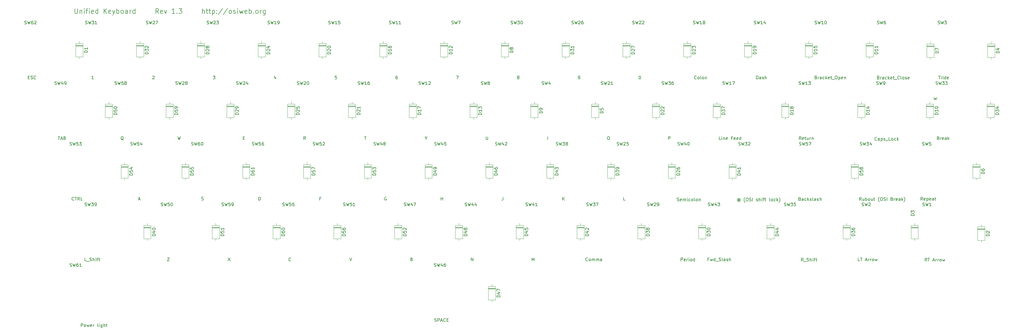
<source format=gbr>
G04 #@! TF.GenerationSoftware,KiCad,Pcbnew,(5.1.5-0-10_14)*
G04 #@! TF.CreationDate,2020-01-04T04:27:12-06:00*
G04 #@! TF.ProjectId,kbd-classic,6b62642d-636c-4617-9373-69632e6b6963,1.3*
G04 #@! TF.SameCoordinates,Original*
G04 #@! TF.FileFunction,Legend,Top*
G04 #@! TF.FilePolarity,Positive*
%FSLAX46Y46*%
G04 Gerber Fmt 4.6, Leading zero omitted, Abs format (unit mm)*
G04 Created by KiCad (PCBNEW (5.1.5-0-10_14)) date 2020-01-04 04:27:12*
%MOMM*%
%LPD*%
G04 APERTURE LIST*
%ADD10C,0.177800*%
%ADD11C,0.120000*%
%ADD12C,0.150000*%
G04 APERTURE END LIST*
D10*
X76689857Y-76762428D02*
X76689857Y-77996142D01*
X76762428Y-78141285D01*
X76835000Y-78213857D01*
X76980142Y-78286428D01*
X77270428Y-78286428D01*
X77415571Y-78213857D01*
X77488142Y-78141285D01*
X77560714Y-77996142D01*
X77560714Y-76762428D01*
X78286428Y-77270428D02*
X78286428Y-78286428D01*
X78286428Y-77415571D02*
X78359000Y-77343000D01*
X78504142Y-77270428D01*
X78721857Y-77270428D01*
X78867000Y-77343000D01*
X78939571Y-77488142D01*
X78939571Y-78286428D01*
X79665285Y-78286428D02*
X79665285Y-77270428D01*
X79665285Y-76762428D02*
X79592714Y-76835000D01*
X79665285Y-76907571D01*
X79737857Y-76835000D01*
X79665285Y-76762428D01*
X79665285Y-76907571D01*
X80173285Y-77270428D02*
X80753857Y-77270428D01*
X80391000Y-78286428D02*
X80391000Y-76980142D01*
X80463571Y-76835000D01*
X80608714Y-76762428D01*
X80753857Y-76762428D01*
X81261857Y-78286428D02*
X81261857Y-77270428D01*
X81261857Y-76762428D02*
X81189285Y-76835000D01*
X81261857Y-76907571D01*
X81334428Y-76835000D01*
X81261857Y-76762428D01*
X81261857Y-76907571D01*
X82568142Y-78213857D02*
X82423000Y-78286428D01*
X82132714Y-78286428D01*
X81987571Y-78213857D01*
X81915000Y-78068714D01*
X81915000Y-77488142D01*
X81987571Y-77343000D01*
X82132714Y-77270428D01*
X82423000Y-77270428D01*
X82568142Y-77343000D01*
X82640714Y-77488142D01*
X82640714Y-77633285D01*
X81915000Y-77778428D01*
X83947000Y-78286428D02*
X83947000Y-76762428D01*
X83947000Y-78213857D02*
X83801857Y-78286428D01*
X83511571Y-78286428D01*
X83366428Y-78213857D01*
X83293857Y-78141285D01*
X83221285Y-77996142D01*
X83221285Y-77560714D01*
X83293857Y-77415571D01*
X83366428Y-77343000D01*
X83511571Y-77270428D01*
X83801857Y-77270428D01*
X83947000Y-77343000D01*
X85833857Y-78286428D02*
X85833857Y-76762428D01*
X86704714Y-78286428D02*
X86051571Y-77415571D01*
X86704714Y-76762428D02*
X85833857Y-77633285D01*
X87938428Y-78213857D02*
X87793285Y-78286428D01*
X87503000Y-78286428D01*
X87357857Y-78213857D01*
X87285285Y-78068714D01*
X87285285Y-77488142D01*
X87357857Y-77343000D01*
X87503000Y-77270428D01*
X87793285Y-77270428D01*
X87938428Y-77343000D01*
X88011000Y-77488142D01*
X88011000Y-77633285D01*
X87285285Y-77778428D01*
X88519000Y-77270428D02*
X88881857Y-78286428D01*
X89244714Y-77270428D02*
X88881857Y-78286428D01*
X88736714Y-78649285D01*
X88664142Y-78721857D01*
X88519000Y-78794428D01*
X89825285Y-78286428D02*
X89825285Y-76762428D01*
X89825285Y-77343000D02*
X89970428Y-77270428D01*
X90260714Y-77270428D01*
X90405857Y-77343000D01*
X90478428Y-77415571D01*
X90551000Y-77560714D01*
X90551000Y-77996142D01*
X90478428Y-78141285D01*
X90405857Y-78213857D01*
X90260714Y-78286428D01*
X89970428Y-78286428D01*
X89825285Y-78213857D01*
X91421857Y-78286428D02*
X91276714Y-78213857D01*
X91204142Y-78141285D01*
X91131571Y-77996142D01*
X91131571Y-77560714D01*
X91204142Y-77415571D01*
X91276714Y-77343000D01*
X91421857Y-77270428D01*
X91639571Y-77270428D01*
X91784714Y-77343000D01*
X91857285Y-77415571D01*
X91929857Y-77560714D01*
X91929857Y-77996142D01*
X91857285Y-78141285D01*
X91784714Y-78213857D01*
X91639571Y-78286428D01*
X91421857Y-78286428D01*
X93236142Y-78286428D02*
X93236142Y-77488142D01*
X93163571Y-77343000D01*
X93018428Y-77270428D01*
X92728142Y-77270428D01*
X92583000Y-77343000D01*
X93236142Y-78213857D02*
X93091000Y-78286428D01*
X92728142Y-78286428D01*
X92583000Y-78213857D01*
X92510428Y-78068714D01*
X92510428Y-77923571D01*
X92583000Y-77778428D01*
X92728142Y-77705857D01*
X93091000Y-77705857D01*
X93236142Y-77633285D01*
X93961857Y-78286428D02*
X93961857Y-77270428D01*
X93961857Y-77560714D02*
X94034428Y-77415571D01*
X94107000Y-77343000D01*
X94252142Y-77270428D01*
X94397285Y-77270428D01*
X95558428Y-78286428D02*
X95558428Y-76762428D01*
X95558428Y-78213857D02*
X95413285Y-78286428D01*
X95123000Y-78286428D01*
X94977857Y-78213857D01*
X94905285Y-78141285D01*
X94832714Y-77996142D01*
X94832714Y-77560714D01*
X94905285Y-77415571D01*
X94977857Y-77343000D01*
X95123000Y-77270428D01*
X95413285Y-77270428D01*
X95558428Y-77343000D01*
X102960714Y-78286428D02*
X102452714Y-77560714D01*
X102089857Y-78286428D02*
X102089857Y-76762428D01*
X102670428Y-76762428D01*
X102815571Y-76835000D01*
X102888142Y-76907571D01*
X102960714Y-77052714D01*
X102960714Y-77270428D01*
X102888142Y-77415571D01*
X102815571Y-77488142D01*
X102670428Y-77560714D01*
X102089857Y-77560714D01*
X104194428Y-78213857D02*
X104049285Y-78286428D01*
X103759000Y-78286428D01*
X103613857Y-78213857D01*
X103541285Y-78068714D01*
X103541285Y-77488142D01*
X103613857Y-77343000D01*
X103759000Y-77270428D01*
X104049285Y-77270428D01*
X104194428Y-77343000D01*
X104267000Y-77488142D01*
X104267000Y-77633285D01*
X103541285Y-77778428D01*
X104775000Y-77270428D02*
X105137857Y-78286428D01*
X105500714Y-77270428D01*
X108040714Y-78286428D02*
X107169857Y-78286428D01*
X107605285Y-78286428D02*
X107605285Y-76762428D01*
X107460142Y-76980142D01*
X107315000Y-77125285D01*
X107169857Y-77197857D01*
X108693857Y-78141285D02*
X108766428Y-78213857D01*
X108693857Y-78286428D01*
X108621285Y-78213857D01*
X108693857Y-78141285D01*
X108693857Y-78286428D01*
X109274428Y-76762428D02*
X110217857Y-76762428D01*
X109709857Y-77343000D01*
X109927571Y-77343000D01*
X110072714Y-77415571D01*
X110145285Y-77488142D01*
X110217857Y-77633285D01*
X110217857Y-77996142D01*
X110145285Y-78141285D01*
X110072714Y-78213857D01*
X109927571Y-78286428D01*
X109492142Y-78286428D01*
X109347000Y-78213857D01*
X109274428Y-78141285D01*
X116676714Y-78286428D02*
X116676714Y-76762428D01*
X117329857Y-78286428D02*
X117329857Y-77488142D01*
X117257285Y-77343000D01*
X117112142Y-77270428D01*
X116894428Y-77270428D01*
X116749285Y-77343000D01*
X116676714Y-77415571D01*
X117837857Y-77270428D02*
X118418428Y-77270428D01*
X118055571Y-76762428D02*
X118055571Y-78068714D01*
X118128142Y-78213857D01*
X118273285Y-78286428D01*
X118418428Y-78286428D01*
X118708714Y-77270428D02*
X119289285Y-77270428D01*
X118926428Y-76762428D02*
X118926428Y-78068714D01*
X118999000Y-78213857D01*
X119144142Y-78286428D01*
X119289285Y-78286428D01*
X119797285Y-77270428D02*
X119797285Y-78794428D01*
X119797285Y-77343000D02*
X119942428Y-77270428D01*
X120232714Y-77270428D01*
X120377857Y-77343000D01*
X120450428Y-77415571D01*
X120523000Y-77560714D01*
X120523000Y-77996142D01*
X120450428Y-78141285D01*
X120377857Y-78213857D01*
X120232714Y-78286428D01*
X119942428Y-78286428D01*
X119797285Y-78213857D01*
X121176142Y-78141285D02*
X121248714Y-78213857D01*
X121176142Y-78286428D01*
X121103571Y-78213857D01*
X121176142Y-78141285D01*
X121176142Y-78286428D01*
X121176142Y-77343000D02*
X121248714Y-77415571D01*
X121176142Y-77488142D01*
X121103571Y-77415571D01*
X121176142Y-77343000D01*
X121176142Y-77488142D01*
X122990428Y-76689857D02*
X121684142Y-78649285D01*
X124587000Y-76689857D02*
X123280714Y-78649285D01*
X125312714Y-78286428D02*
X125167571Y-78213857D01*
X125095000Y-78141285D01*
X125022428Y-77996142D01*
X125022428Y-77560714D01*
X125095000Y-77415571D01*
X125167571Y-77343000D01*
X125312714Y-77270428D01*
X125530428Y-77270428D01*
X125675571Y-77343000D01*
X125748142Y-77415571D01*
X125820714Y-77560714D01*
X125820714Y-77996142D01*
X125748142Y-78141285D01*
X125675571Y-78213857D01*
X125530428Y-78286428D01*
X125312714Y-78286428D01*
X126401285Y-78213857D02*
X126546428Y-78286428D01*
X126836714Y-78286428D01*
X126981857Y-78213857D01*
X127054428Y-78068714D01*
X127054428Y-77996142D01*
X126981857Y-77851000D01*
X126836714Y-77778428D01*
X126619000Y-77778428D01*
X126473857Y-77705857D01*
X126401285Y-77560714D01*
X126401285Y-77488142D01*
X126473857Y-77343000D01*
X126619000Y-77270428D01*
X126836714Y-77270428D01*
X126981857Y-77343000D01*
X127707571Y-78286428D02*
X127707571Y-77270428D01*
X127707571Y-76762428D02*
X127635000Y-76835000D01*
X127707571Y-76907571D01*
X127780142Y-76835000D01*
X127707571Y-76762428D01*
X127707571Y-76907571D01*
X128288142Y-77270428D02*
X128578428Y-78286428D01*
X128868714Y-77560714D01*
X129158999Y-78286428D01*
X129449285Y-77270428D01*
X130610428Y-78213857D02*
X130465285Y-78286428D01*
X130174999Y-78286428D01*
X130029857Y-78213857D01*
X129957285Y-78068714D01*
X129957285Y-77488142D01*
X130029857Y-77343000D01*
X130174999Y-77270428D01*
X130465285Y-77270428D01*
X130610428Y-77343000D01*
X130682999Y-77488142D01*
X130682999Y-77633285D01*
X129957285Y-77778428D01*
X131336142Y-78286428D02*
X131336142Y-76762428D01*
X131336142Y-77343000D02*
X131481285Y-77270428D01*
X131771571Y-77270428D01*
X131916714Y-77343000D01*
X131989285Y-77415571D01*
X132061857Y-77560714D01*
X132061857Y-77996142D01*
X131989285Y-78141285D01*
X131916714Y-78213857D01*
X131771571Y-78286428D01*
X131481285Y-78286428D01*
X131336142Y-78213857D01*
X132714999Y-78141285D02*
X132787571Y-78213857D01*
X132714999Y-78286428D01*
X132642428Y-78213857D01*
X132714999Y-78141285D01*
X132714999Y-78286428D01*
X133658428Y-78286428D02*
X133513285Y-78213857D01*
X133440714Y-78141285D01*
X133368142Y-77996142D01*
X133368142Y-77560714D01*
X133440714Y-77415571D01*
X133513285Y-77343000D01*
X133658428Y-77270428D01*
X133876142Y-77270428D01*
X134021285Y-77343000D01*
X134093857Y-77415571D01*
X134166428Y-77560714D01*
X134166428Y-77996142D01*
X134093857Y-78141285D01*
X134021285Y-78213857D01*
X133876142Y-78286428D01*
X133658428Y-78286428D01*
X134819571Y-78286428D02*
X134819571Y-77270428D01*
X134819571Y-77560714D02*
X134892142Y-77415571D01*
X134964714Y-77343000D01*
X135109857Y-77270428D01*
X135255000Y-77270428D01*
X136416142Y-77270428D02*
X136416142Y-78504142D01*
X136343571Y-78649285D01*
X136271000Y-78721857D01*
X136125857Y-78794428D01*
X135908142Y-78794428D01*
X135763000Y-78721857D01*
X136416142Y-78213857D02*
X136271000Y-78286428D01*
X135980714Y-78286428D01*
X135835571Y-78213857D01*
X135763000Y-78141285D01*
X135690428Y-77996142D01*
X135690428Y-77560714D01*
X135763000Y-77415571D01*
X135835571Y-77343000D01*
X135980714Y-77270428D01*
X136271000Y-77270428D01*
X136416142Y-77343000D01*
D11*
X79217380Y-88279160D02*
X76977380Y-88279160D01*
X79217380Y-88519160D02*
X76977380Y-88519160D01*
X79217380Y-88399160D02*
X76977380Y-88399160D01*
X78097380Y-92569160D02*
X78097380Y-91919160D01*
X78097380Y-87029160D02*
X78097380Y-87679160D01*
X79217380Y-91919160D02*
X79217380Y-87679160D01*
X76977380Y-91919160D02*
X79217380Y-91919160D01*
X76977380Y-87679160D02*
X76977380Y-91919160D01*
X79217380Y-87679160D02*
X76977380Y-87679160D01*
X345754820Y-107329160D02*
X343514820Y-107329160D01*
X345754820Y-107569160D02*
X343514820Y-107569160D01*
X345754820Y-107449160D02*
X343514820Y-107449160D01*
X344634820Y-111619160D02*
X344634820Y-110969160D01*
X344634820Y-106079160D02*
X344634820Y-106729160D01*
X345754820Y-110969160D02*
X345754820Y-106729160D01*
X343514820Y-110969160D02*
X345754820Y-110969160D01*
X343514820Y-106729160D02*
X343514820Y-110969160D01*
X345754820Y-106729160D02*
X343514820Y-106729160D01*
X326867380Y-88279160D02*
X324627380Y-88279160D01*
X326867380Y-88519160D02*
X324627380Y-88519160D01*
X326867380Y-88399160D02*
X324627380Y-88399160D01*
X325747380Y-92569160D02*
X325747380Y-91919160D01*
X325747380Y-87029160D02*
X325747380Y-87679160D01*
X326867380Y-91919160D02*
X326867380Y-87679160D01*
X324627380Y-91919160D02*
X326867380Y-91919160D01*
X324627380Y-87679160D02*
X324627380Y-91919160D01*
X326867380Y-87679160D02*
X324627380Y-87679160D01*
X240862980Y-107329160D02*
X238622980Y-107329160D01*
X240862980Y-107569160D02*
X238622980Y-107569160D01*
X240862980Y-107449160D02*
X238622980Y-107449160D01*
X239742980Y-111619160D02*
X239742980Y-110969160D01*
X239742980Y-106079160D02*
X239742980Y-106729160D01*
X240862980Y-110969160D02*
X240862980Y-106729160D01*
X238622980Y-110969160D02*
X240862980Y-110969160D01*
X238622980Y-106729160D02*
X238622980Y-110969160D01*
X240862980Y-106729160D02*
X238622980Y-106729160D01*
X364804820Y-107329160D02*
X362564820Y-107329160D01*
X364804820Y-107569160D02*
X362564820Y-107569160D01*
X364804820Y-107449160D02*
X362564820Y-107449160D01*
X363684820Y-111619160D02*
X363684820Y-110969160D01*
X363684820Y-106079160D02*
X363684820Y-106729160D01*
X364804820Y-110969160D02*
X364804820Y-106729160D01*
X362564820Y-110969160D02*
X364804820Y-110969160D01*
X362564820Y-106729160D02*
X362564820Y-110969160D01*
X364804820Y-106729160D02*
X362564820Y-106729160D01*
X319666480Y-145429160D02*
X317426480Y-145429160D01*
X319666480Y-145669160D02*
X317426480Y-145669160D01*
X319666480Y-145549160D02*
X317426480Y-145549160D01*
X318546480Y-149719160D02*
X318546480Y-149069160D01*
X318546480Y-144179160D02*
X318546480Y-144829160D01*
X319666480Y-149069160D02*
X319666480Y-144829160D01*
X317426480Y-149069160D02*
X319666480Y-149069160D01*
X317426480Y-144829160D02*
X317426480Y-149069160D01*
X319666480Y-144829160D02*
X317426480Y-144829160D01*
X278962980Y-107329160D02*
X276722980Y-107329160D01*
X278962980Y-107569160D02*
X276722980Y-107569160D01*
X278962980Y-107449160D02*
X276722980Y-107449160D01*
X277842980Y-111619160D02*
X277842980Y-110969160D01*
X277842980Y-106079160D02*
X277842980Y-106729160D01*
X278962980Y-110969160D02*
X278962980Y-106729160D01*
X276722980Y-110969160D02*
X278962980Y-110969160D01*
X276722980Y-106729160D02*
X276722980Y-110969160D01*
X278962980Y-106729160D02*
X276722980Y-106729160D01*
X255315580Y-145429160D02*
X253075580Y-145429160D01*
X255315580Y-145669160D02*
X253075580Y-145669160D01*
X255315580Y-145549160D02*
X253075580Y-145549160D01*
X254195580Y-149719160D02*
X254195580Y-149069160D01*
X254195580Y-144179160D02*
X254195580Y-144829160D01*
X255315580Y-149069160D02*
X255315580Y-144829160D01*
X253075580Y-149069160D02*
X255315580Y-149069160D01*
X253075580Y-144829160D02*
X253075580Y-149069160D01*
X255315580Y-144829160D02*
X253075580Y-144829160D01*
X245790580Y-126379160D02*
X243550580Y-126379160D01*
X245790580Y-126619160D02*
X243550580Y-126619160D01*
X245790580Y-126499160D02*
X243550580Y-126499160D01*
X244670580Y-130669160D02*
X244670580Y-130019160D01*
X244670580Y-125129160D02*
X244670580Y-125779160D01*
X245790580Y-130019160D02*
X245790580Y-125779160D01*
X243550580Y-130019160D02*
X245790580Y-130019160D01*
X243550580Y-125779160D02*
X243550580Y-130019160D01*
X245790580Y-125779160D02*
X243550580Y-125779160D01*
X100515280Y-145429160D02*
X98275280Y-145429160D01*
X100515280Y-145669160D02*
X98275280Y-145669160D01*
X100515280Y-145549160D02*
X98275280Y-145549160D01*
X99395280Y-149719160D02*
X99395280Y-149069160D01*
X99395280Y-144179160D02*
X99395280Y-144829160D01*
X100515280Y-149069160D02*
X100515280Y-144829160D01*
X98275280Y-149069160D02*
X100515280Y-149069160D01*
X98275280Y-144829160D02*
X98275280Y-149069160D01*
X100515280Y-144829160D02*
X98275280Y-144829160D01*
X283890580Y-126379160D02*
X281650580Y-126379160D01*
X283890580Y-126619160D02*
X281650580Y-126619160D01*
X283890580Y-126499160D02*
X281650580Y-126499160D01*
X282770580Y-130669160D02*
X282770580Y-130019160D01*
X282770580Y-125129160D02*
X282770580Y-125779160D01*
X283890580Y-130019160D02*
X283890580Y-125779160D01*
X281650580Y-130019160D02*
X283890580Y-130019160D01*
X281650580Y-125779160D02*
X281650580Y-130019160D01*
X283890580Y-125779160D02*
X281650580Y-125779160D01*
X236265580Y-145429160D02*
X234025580Y-145429160D01*
X236265580Y-145669160D02*
X234025580Y-145669160D01*
X236265580Y-145549160D02*
X234025580Y-145549160D01*
X235145580Y-149719160D02*
X235145580Y-149069160D01*
X235145580Y-144179160D02*
X235145580Y-144829160D01*
X236265580Y-149069160D02*
X236265580Y-144829160D01*
X234025580Y-149069160D02*
X236265580Y-149069160D01*
X234025580Y-144829160D02*
X234025580Y-149069160D01*
X236265580Y-144829160D02*
X234025580Y-144829160D01*
X226740580Y-126379160D02*
X224500580Y-126379160D01*
X226740580Y-126619160D02*
X224500580Y-126619160D01*
X226740580Y-126499160D02*
X224500580Y-126499160D01*
X225620580Y-130669160D02*
X225620580Y-130019160D01*
X225620580Y-125129160D02*
X225620580Y-125779160D01*
X226740580Y-130019160D02*
X226740580Y-125779160D01*
X224500580Y-130019160D02*
X226740580Y-130019160D01*
X224500580Y-125779160D02*
X224500580Y-130019160D01*
X226740580Y-125779160D02*
X224500580Y-125779160D01*
X295815880Y-145429160D02*
X293575880Y-145429160D01*
X295815880Y-145669160D02*
X293575880Y-145669160D01*
X295815880Y-145549160D02*
X293575880Y-145549160D01*
X294695880Y-149719160D02*
X294695880Y-149069160D01*
X294695880Y-144179160D02*
X294695880Y-144829160D01*
X295815880Y-149069160D02*
X295815880Y-144829160D01*
X293575880Y-149069160D02*
X295815880Y-149069160D01*
X293575880Y-144829160D02*
X293575880Y-149069160D01*
X295815880Y-144829160D02*
X293575880Y-144829160D01*
X217215580Y-145429160D02*
X214975580Y-145429160D01*
X217215580Y-145669160D02*
X214975580Y-145669160D01*
X217215580Y-145549160D02*
X214975580Y-145549160D01*
X216095580Y-149719160D02*
X216095580Y-149069160D01*
X216095580Y-144179160D02*
X216095580Y-144829160D01*
X217215580Y-149069160D02*
X217215580Y-144829160D01*
X214975580Y-149069160D02*
X217215580Y-149069160D01*
X214975580Y-144829160D02*
X214975580Y-149069160D01*
X217215580Y-144829160D02*
X214975580Y-144829160D01*
X207690580Y-126379160D02*
X205450580Y-126379160D01*
X207690580Y-126619160D02*
X205450580Y-126619160D01*
X207690580Y-126499160D02*
X205450580Y-126499160D01*
X206570580Y-130669160D02*
X206570580Y-130019160D01*
X206570580Y-125129160D02*
X206570580Y-125779160D01*
X207690580Y-130019160D02*
X207690580Y-125779160D01*
X205450580Y-130019160D02*
X207690580Y-130019160D01*
X205450580Y-125779160D02*
X205450580Y-130019160D01*
X207690580Y-125779160D02*
X205450580Y-125779160D01*
X208528780Y-164631560D02*
X206288780Y-164631560D01*
X208528780Y-164871560D02*
X206288780Y-164871560D01*
X208528780Y-164751560D02*
X206288780Y-164751560D01*
X207408780Y-168921560D02*
X207408780Y-168271560D01*
X207408780Y-163381560D02*
X207408780Y-164031560D01*
X208528780Y-168271560D02*
X208528780Y-164031560D01*
X206288780Y-168271560D02*
X208528780Y-168271560D01*
X206288780Y-164031560D02*
X206288780Y-168271560D01*
X208528780Y-164031560D02*
X206288780Y-164031560D01*
X198165580Y-145429160D02*
X195925580Y-145429160D01*
X198165580Y-145669160D02*
X195925580Y-145669160D01*
X198165580Y-145549160D02*
X195925580Y-145549160D01*
X197045580Y-149719160D02*
X197045580Y-149069160D01*
X197045580Y-144179160D02*
X197045580Y-144829160D01*
X198165580Y-149069160D02*
X198165580Y-144829160D01*
X195925580Y-149069160D02*
X198165580Y-149069160D01*
X195925580Y-144829160D02*
X195925580Y-149069160D01*
X198165580Y-144829160D02*
X195925580Y-144829160D01*
X188640580Y-126379160D02*
X186400580Y-126379160D01*
X188640580Y-126619160D02*
X186400580Y-126619160D01*
X188640580Y-126499160D02*
X186400580Y-126499160D01*
X187520580Y-130669160D02*
X187520580Y-130019160D01*
X187520580Y-125129160D02*
X187520580Y-125779160D01*
X188640580Y-130019160D02*
X188640580Y-125779160D01*
X186400580Y-130019160D02*
X188640580Y-130019160D01*
X186400580Y-125779160D02*
X186400580Y-130019160D01*
X188640580Y-125779160D02*
X186400580Y-125779160D01*
X88462980Y-107329160D02*
X86222980Y-107329160D01*
X88462980Y-107569160D02*
X86222980Y-107569160D01*
X88462980Y-107449160D02*
X86222980Y-107449160D01*
X87342980Y-111619160D02*
X87342980Y-110969160D01*
X87342980Y-106079160D02*
X87342980Y-106729160D01*
X88462980Y-110969160D02*
X88462980Y-106729160D01*
X86222980Y-110969160D02*
X88462980Y-110969160D01*
X86222980Y-106729160D02*
X86222980Y-110969160D01*
X88462980Y-106729160D02*
X86222980Y-106729160D01*
X121965580Y-145429160D02*
X119725580Y-145429160D01*
X121965580Y-145669160D02*
X119725580Y-145669160D01*
X121965580Y-145549160D02*
X119725580Y-145549160D01*
X120845580Y-149719160D02*
X120845580Y-149069160D01*
X120845580Y-144179160D02*
X120845580Y-144829160D01*
X121965580Y-149069160D02*
X121965580Y-144829160D01*
X119725580Y-149069160D02*
X121965580Y-149069160D01*
X119725580Y-144829160D02*
X119725580Y-149069160D01*
X121965580Y-144829160D02*
X119725580Y-144829160D01*
X179115580Y-145429160D02*
X176875580Y-145429160D01*
X179115580Y-145669160D02*
X176875580Y-145669160D01*
X179115580Y-145549160D02*
X176875580Y-145549160D01*
X177995580Y-149719160D02*
X177995580Y-149069160D01*
X177995580Y-144179160D02*
X177995580Y-144829160D01*
X179115580Y-149069160D02*
X179115580Y-144829160D01*
X176875580Y-149069160D02*
X179115580Y-149069160D01*
X176875580Y-144829160D02*
X176875580Y-149069160D01*
X179115580Y-144829160D02*
X176875580Y-144829160D01*
X169590580Y-126379160D02*
X167350580Y-126379160D01*
X169590580Y-126619160D02*
X167350580Y-126619160D01*
X169590580Y-126499160D02*
X167350580Y-126499160D01*
X168470580Y-130669160D02*
X168470580Y-130019160D01*
X168470580Y-125129160D02*
X168470580Y-125779160D01*
X169590580Y-130019160D02*
X169590580Y-125779160D01*
X167350580Y-130019160D02*
X169590580Y-130019160D01*
X167350580Y-125779160D02*
X167350580Y-130019160D01*
X169590580Y-125779160D02*
X167350580Y-125779160D01*
X93390580Y-126379160D02*
X91150580Y-126379160D01*
X93390580Y-126619160D02*
X91150580Y-126619160D01*
X93390580Y-126499160D02*
X91150580Y-126499160D01*
X92270580Y-130669160D02*
X92270580Y-130019160D01*
X92270580Y-125129160D02*
X92270580Y-125779160D01*
X93390580Y-130019160D02*
X93390580Y-125779160D01*
X91150580Y-130019160D02*
X93390580Y-130019160D01*
X91150580Y-125779160D02*
X91150580Y-130019160D01*
X93390580Y-125779160D02*
X91150580Y-125779160D01*
X112440580Y-126379160D02*
X110200580Y-126379160D01*
X112440580Y-126619160D02*
X110200580Y-126619160D01*
X112440580Y-126499160D02*
X110200580Y-126499160D01*
X111320580Y-130669160D02*
X111320580Y-130019160D01*
X111320580Y-125129160D02*
X111320580Y-125779160D01*
X112440580Y-130019160D02*
X112440580Y-125779160D01*
X110200580Y-130019160D02*
X112440580Y-130019160D01*
X110200580Y-125779160D02*
X110200580Y-130019160D01*
X112440580Y-125779160D02*
X110200580Y-125779160D01*
X160065580Y-145429160D02*
X157825580Y-145429160D01*
X160065580Y-145669160D02*
X157825580Y-145669160D01*
X160065580Y-145549160D02*
X157825580Y-145549160D01*
X158945580Y-149719160D02*
X158945580Y-149069160D01*
X158945580Y-144179160D02*
X158945580Y-144829160D01*
X160065580Y-149069160D02*
X160065580Y-144829160D01*
X157825580Y-149069160D02*
X160065580Y-149069160D01*
X157825580Y-144829160D02*
X157825580Y-149069160D01*
X160065580Y-144829160D02*
X157825580Y-144829160D01*
X150540580Y-126379160D02*
X148300580Y-126379160D01*
X150540580Y-126619160D02*
X148300580Y-126619160D01*
X150540580Y-126499160D02*
X148300580Y-126499160D01*
X149420580Y-130669160D02*
X149420580Y-130019160D01*
X149420580Y-125129160D02*
X149420580Y-125779160D01*
X150540580Y-130019160D02*
X150540580Y-125779160D01*
X148300580Y-130019160D02*
X150540580Y-130019160D01*
X148300580Y-125779160D02*
X148300580Y-130019160D01*
X150540580Y-125779160D02*
X148300580Y-125779160D01*
X322201400Y-126379160D02*
X319961400Y-126379160D01*
X322201400Y-126619160D02*
X319961400Y-126619160D01*
X322201400Y-126499160D02*
X319961400Y-126499160D01*
X321081400Y-130669160D02*
X321081400Y-130019160D01*
X321081400Y-125129160D02*
X321081400Y-125779160D01*
X322201400Y-130019160D02*
X322201400Y-125779160D01*
X319961400Y-130019160D02*
X322201400Y-130019160D01*
X319961400Y-125779160D02*
X319961400Y-130019160D01*
X322201400Y-125779160D02*
X319961400Y-125779160D01*
X107512980Y-107329160D02*
X105272980Y-107329160D01*
X107512980Y-107569160D02*
X105272980Y-107569160D01*
X107512980Y-107449160D02*
X105272980Y-107449160D01*
X106392980Y-111619160D02*
X106392980Y-110969160D01*
X106392980Y-106079160D02*
X106392980Y-106729160D01*
X107512980Y-110969160D02*
X107512980Y-106729160D01*
X105272980Y-110969160D02*
X107512980Y-110969160D01*
X105272980Y-106729160D02*
X105272980Y-110969160D01*
X107512980Y-106729160D02*
X105272980Y-106729160D01*
X141015580Y-145429160D02*
X138775580Y-145429160D01*
X141015580Y-145669160D02*
X138775580Y-145669160D01*
X141015580Y-145549160D02*
X138775580Y-145549160D01*
X139895580Y-149719160D02*
X139895580Y-149069160D01*
X139895580Y-144179160D02*
X139895580Y-144829160D01*
X141015580Y-149069160D02*
X141015580Y-144829160D01*
X138775580Y-149069160D02*
X141015580Y-149069160D01*
X138775580Y-144829160D02*
X138775580Y-149069160D01*
X141015580Y-144829160D02*
X138775580Y-144829160D01*
X131490580Y-126379160D02*
X129250580Y-126379160D01*
X131490580Y-126619160D02*
X129250580Y-126619160D01*
X131490580Y-126499160D02*
X129250580Y-126499160D01*
X130370580Y-130669160D02*
X130370580Y-130019160D01*
X130370580Y-125129160D02*
X130370580Y-125779160D01*
X131490580Y-130019160D02*
X131490580Y-125779160D01*
X129250580Y-130019160D02*
X131490580Y-130019160D01*
X129250580Y-125779160D02*
X129250580Y-130019160D01*
X131490580Y-125779160D02*
X129250580Y-125779160D01*
X361850800Y-145914300D02*
X359610800Y-145914300D01*
X361850800Y-146154300D02*
X359610800Y-146154300D01*
X361850800Y-146034300D02*
X359610800Y-146034300D01*
X360730800Y-150204300D02*
X360730800Y-149554300D01*
X360730800Y-144664300D02*
X360730800Y-145314300D01*
X361850800Y-149554300D02*
X361850800Y-145314300D01*
X359610800Y-149554300D02*
X361850800Y-149554300D01*
X359610800Y-145314300D02*
X359610800Y-149554300D01*
X361850800Y-145314300D02*
X359610800Y-145314300D01*
X340978113Y-145429160D02*
X338738113Y-145429160D01*
X340978113Y-145669160D02*
X338738113Y-145669160D01*
X340978113Y-145549160D02*
X338738113Y-145549160D01*
X339858113Y-149719160D02*
X339858113Y-149069160D01*
X339858113Y-144179160D02*
X339858113Y-144829160D01*
X340978113Y-149069160D02*
X340978113Y-144829160D01*
X338738113Y-149069160D02*
X340978113Y-149069160D01*
X338738113Y-144829160D02*
X338738113Y-149069160D01*
X340978113Y-144829160D02*
X338738113Y-144829160D01*
X364967380Y-88446800D02*
X362727380Y-88446800D01*
X364967380Y-88686800D02*
X362727380Y-88686800D01*
X364967380Y-88566800D02*
X362727380Y-88566800D01*
X363847380Y-92736800D02*
X363847380Y-92086800D01*
X363847380Y-87196800D02*
X363847380Y-87846800D01*
X364967380Y-92086800D02*
X364967380Y-87846800D01*
X362727380Y-92086800D02*
X364967380Y-92086800D01*
X362727380Y-87846800D02*
X362727380Y-92086800D01*
X364967380Y-87846800D02*
X362727380Y-87846800D01*
X360301400Y-126379160D02*
X358061400Y-126379160D01*
X360301400Y-126619160D02*
X358061400Y-126619160D01*
X360301400Y-126499160D02*
X358061400Y-126499160D01*
X359181400Y-130669160D02*
X359181400Y-130019160D01*
X359181400Y-125129160D02*
X359181400Y-125779160D01*
X360301400Y-130019160D02*
X360301400Y-125779160D01*
X358061400Y-130019160D02*
X360301400Y-130019160D01*
X358061400Y-125779160D02*
X358061400Y-130019160D01*
X360301400Y-125779160D02*
X358061400Y-125779160D01*
X345917380Y-88446800D02*
X343677380Y-88446800D01*
X345917380Y-88686800D02*
X343677380Y-88686800D01*
X345917380Y-88566800D02*
X343677380Y-88566800D01*
X344797380Y-92736800D02*
X344797380Y-92086800D01*
X344797380Y-87196800D02*
X344797380Y-87846800D01*
X345917380Y-92086800D02*
X345917380Y-87846800D01*
X343677380Y-92086800D02*
X345917380Y-92086800D01*
X343677380Y-87846800D02*
X343677380Y-92086800D01*
X345917380Y-87846800D02*
X343677380Y-87846800D01*
X212567380Y-88279160D02*
X210327380Y-88279160D01*
X212567380Y-88519160D02*
X210327380Y-88519160D01*
X212567380Y-88399160D02*
X210327380Y-88399160D01*
X211447380Y-92569160D02*
X211447380Y-91919160D01*
X211447380Y-87029160D02*
X211447380Y-87679160D01*
X212567380Y-91919160D02*
X212567380Y-87679160D01*
X210327380Y-91919160D02*
X212567380Y-91919160D01*
X210327380Y-87679160D02*
X210327380Y-91919160D01*
X212567380Y-87679160D02*
X210327380Y-87679160D01*
X221812980Y-107329160D02*
X219572980Y-107329160D01*
X221812980Y-107569160D02*
X219572980Y-107569160D01*
X221812980Y-107449160D02*
X219572980Y-107449160D01*
X220692980Y-111619160D02*
X220692980Y-110969160D01*
X220692980Y-106079160D02*
X220692980Y-106729160D01*
X221812980Y-110969160D02*
X221812980Y-106729160D01*
X219572980Y-110969160D02*
X221812980Y-110969160D01*
X219572980Y-106729160D02*
X219572980Y-110969160D01*
X221812980Y-106729160D02*
X219572980Y-106729160D01*
X193517380Y-88279160D02*
X191277380Y-88279160D01*
X193517380Y-88519160D02*
X191277380Y-88519160D01*
X193517380Y-88399160D02*
X191277380Y-88399160D01*
X192397380Y-92569160D02*
X192397380Y-91919160D01*
X192397380Y-87029160D02*
X192397380Y-87679160D01*
X193517380Y-91919160D02*
X193517380Y-87679160D01*
X191277380Y-91919160D02*
X193517380Y-91919160D01*
X191277380Y-87679160D02*
X191277380Y-91919160D01*
X193517380Y-87679160D02*
X191277380Y-87679160D01*
X202762980Y-107329160D02*
X200522980Y-107329160D01*
X202762980Y-107569160D02*
X200522980Y-107569160D01*
X202762980Y-107449160D02*
X200522980Y-107449160D01*
X201642980Y-111619160D02*
X201642980Y-110969160D01*
X201642980Y-106079160D02*
X201642980Y-106729160D01*
X202762980Y-110969160D02*
X202762980Y-106729160D01*
X200522980Y-110969160D02*
X202762980Y-110969160D01*
X200522980Y-106729160D02*
X200522980Y-110969160D01*
X202762980Y-106729160D02*
X200522980Y-106729160D01*
X324263880Y-107329160D02*
X322023880Y-107329160D01*
X324263880Y-107569160D02*
X322023880Y-107569160D01*
X324263880Y-107449160D02*
X322023880Y-107449160D01*
X323143880Y-111619160D02*
X323143880Y-110969160D01*
X323143880Y-106079160D02*
X323143880Y-106729160D01*
X324263880Y-110969160D02*
X324263880Y-106729160D01*
X322023880Y-110969160D02*
X324263880Y-110969160D01*
X322023880Y-106729160D02*
X322023880Y-110969160D01*
X324263880Y-106729160D02*
X322023880Y-106729160D01*
X307817380Y-88279160D02*
X305577380Y-88279160D01*
X307817380Y-88519160D02*
X305577380Y-88519160D01*
X307817380Y-88399160D02*
X305577380Y-88399160D01*
X306697380Y-92569160D02*
X306697380Y-91919160D01*
X306697380Y-87029160D02*
X306697380Y-87679160D01*
X307817380Y-91919160D02*
X307817380Y-87679160D01*
X305577380Y-91919160D02*
X307817380Y-91919160D01*
X305577380Y-87679160D02*
X305577380Y-91919160D01*
X307817380Y-87679160D02*
X305577380Y-87679160D01*
X174467380Y-88279160D02*
X172227380Y-88279160D01*
X174467380Y-88519160D02*
X172227380Y-88519160D01*
X174467380Y-88399160D02*
X172227380Y-88399160D01*
X173347380Y-92569160D02*
X173347380Y-91919160D01*
X173347380Y-87029160D02*
X173347380Y-87679160D01*
X174467380Y-91919160D02*
X174467380Y-87679160D01*
X172227380Y-91919160D02*
X174467380Y-91919160D01*
X172227380Y-87679160D02*
X172227380Y-91919160D01*
X174467380Y-87679160D02*
X172227380Y-87679160D01*
X183712980Y-107329160D02*
X181472980Y-107329160D01*
X183712980Y-107569160D02*
X181472980Y-107569160D01*
X183712980Y-107449160D02*
X181472980Y-107449160D01*
X182592980Y-111619160D02*
X182592980Y-110969160D01*
X182592980Y-106079160D02*
X182592980Y-106729160D01*
X183712980Y-110969160D02*
X183712980Y-106729160D01*
X181472980Y-110969160D02*
X183712980Y-110969160D01*
X181472980Y-106729160D02*
X181472980Y-110969160D01*
X183712980Y-106729160D02*
X181472980Y-106729160D01*
X300413280Y-107329160D02*
X298173280Y-107329160D01*
X300413280Y-107569160D02*
X298173280Y-107569160D01*
X300413280Y-107449160D02*
X298173280Y-107449160D01*
X299293280Y-111619160D02*
X299293280Y-110969160D01*
X299293280Y-106079160D02*
X299293280Y-106729160D01*
X300413280Y-110969160D02*
X300413280Y-106729160D01*
X298173280Y-110969160D02*
X300413280Y-110969160D01*
X298173280Y-106729160D02*
X298173280Y-110969160D01*
X300413280Y-106729160D02*
X298173280Y-106729160D01*
X288767380Y-88279160D02*
X286527380Y-88279160D01*
X288767380Y-88519160D02*
X286527380Y-88519160D01*
X288767380Y-88399160D02*
X286527380Y-88399160D01*
X287647380Y-92569160D02*
X287647380Y-91919160D01*
X287647380Y-87029160D02*
X287647380Y-87679160D01*
X288767380Y-91919160D02*
X288767380Y-87679160D01*
X286527380Y-91919160D02*
X288767380Y-91919160D01*
X286527380Y-87679160D02*
X286527380Y-91919160D01*
X288767380Y-87679160D02*
X286527380Y-87679160D01*
X155417380Y-88279160D02*
X153177380Y-88279160D01*
X155417380Y-88519160D02*
X153177380Y-88519160D01*
X155417380Y-88399160D02*
X153177380Y-88399160D01*
X154297380Y-92569160D02*
X154297380Y-91919160D01*
X154297380Y-87029160D02*
X154297380Y-87679160D01*
X155417380Y-91919160D02*
X155417380Y-87679160D01*
X153177380Y-91919160D02*
X155417380Y-91919160D01*
X153177380Y-87679160D02*
X153177380Y-91919160D01*
X155417380Y-87679160D02*
X153177380Y-87679160D01*
X164662980Y-107329160D02*
X162422980Y-107329160D01*
X164662980Y-107569160D02*
X162422980Y-107569160D01*
X164662980Y-107449160D02*
X162422980Y-107449160D01*
X163542980Y-111619160D02*
X163542980Y-110969160D01*
X163542980Y-106079160D02*
X163542980Y-106729160D01*
X164662980Y-110969160D02*
X164662980Y-106729160D01*
X162422980Y-110969160D02*
X164662980Y-110969160D01*
X162422980Y-106729160D02*
X162422980Y-110969160D01*
X164662980Y-106729160D02*
X162422980Y-106729160D01*
X259912980Y-107329160D02*
X257672980Y-107329160D01*
X259912980Y-107569160D02*
X257672980Y-107569160D01*
X259912980Y-107449160D02*
X257672980Y-107449160D01*
X258792980Y-111619160D02*
X258792980Y-110969160D01*
X258792980Y-106079160D02*
X258792980Y-106729160D01*
X259912980Y-110969160D02*
X259912980Y-106729160D01*
X257672980Y-110969160D02*
X259912980Y-110969160D01*
X257672980Y-106729160D02*
X257672980Y-110969160D01*
X259912980Y-106729160D02*
X257672980Y-106729160D01*
X269717380Y-88279160D02*
X267477380Y-88279160D01*
X269717380Y-88519160D02*
X267477380Y-88519160D01*
X269717380Y-88399160D02*
X267477380Y-88399160D01*
X268597380Y-92569160D02*
X268597380Y-91919160D01*
X268597380Y-87029160D02*
X268597380Y-87679160D01*
X269717380Y-91919160D02*
X269717380Y-87679160D01*
X267477380Y-91919160D02*
X269717380Y-91919160D01*
X267477380Y-87679160D02*
X267477380Y-91919160D01*
X269717380Y-87679160D02*
X267477380Y-87679160D01*
X136367380Y-88279160D02*
X134127380Y-88279160D01*
X136367380Y-88519160D02*
X134127380Y-88519160D01*
X136367380Y-88399160D02*
X134127380Y-88399160D01*
X135247380Y-92569160D02*
X135247380Y-91919160D01*
X135247380Y-87029160D02*
X135247380Y-87679160D01*
X136367380Y-91919160D02*
X136367380Y-87679160D01*
X134127380Y-91919160D02*
X136367380Y-91919160D01*
X134127380Y-87679160D02*
X134127380Y-91919160D01*
X136367380Y-87679160D02*
X134127380Y-87679160D01*
X145612980Y-107329160D02*
X143372980Y-107329160D01*
X145612980Y-107569160D02*
X143372980Y-107569160D01*
X145612980Y-107449160D02*
X143372980Y-107449160D01*
X144492980Y-111619160D02*
X144492980Y-110969160D01*
X144492980Y-106079160D02*
X144492980Y-106729160D01*
X145612980Y-110969160D02*
X145612980Y-106729160D01*
X143372980Y-110969160D02*
X145612980Y-110969160D01*
X143372980Y-106729160D02*
X143372980Y-110969160D01*
X145612980Y-106729160D02*
X143372980Y-106729160D01*
X264840580Y-126379160D02*
X262600580Y-126379160D01*
X264840580Y-126619160D02*
X262600580Y-126619160D01*
X264840580Y-126499160D02*
X262600580Y-126499160D01*
X263720580Y-130669160D02*
X263720580Y-130019160D01*
X263720580Y-125129160D02*
X263720580Y-125779160D01*
X264840580Y-130019160D02*
X264840580Y-125779160D01*
X262600580Y-130019160D02*
X264840580Y-130019160D01*
X262600580Y-125779160D02*
X262600580Y-130019160D01*
X264840580Y-125779160D02*
X262600580Y-125779160D01*
X250667380Y-88279160D02*
X248427380Y-88279160D01*
X250667380Y-88519160D02*
X248427380Y-88519160D01*
X250667380Y-88399160D02*
X248427380Y-88399160D01*
X249547380Y-92569160D02*
X249547380Y-91919160D01*
X249547380Y-87029160D02*
X249547380Y-87679160D01*
X250667380Y-91919160D02*
X250667380Y-87679160D01*
X248427380Y-91919160D02*
X250667380Y-91919160D01*
X248427380Y-87679160D02*
X248427380Y-91919160D01*
X250667380Y-87679160D02*
X248427380Y-87679160D01*
X117317380Y-88279160D02*
X115077380Y-88279160D01*
X117317380Y-88519160D02*
X115077380Y-88519160D01*
X117317380Y-88399160D02*
X115077380Y-88399160D01*
X116197380Y-92569160D02*
X116197380Y-91919160D01*
X116197380Y-87029160D02*
X116197380Y-87679160D01*
X117317380Y-91919160D02*
X117317380Y-87679160D01*
X115077380Y-91919160D02*
X117317380Y-91919160D01*
X115077380Y-87679160D02*
X115077380Y-91919160D01*
X117317380Y-87679160D02*
X115077380Y-87679160D01*
X126562980Y-107329160D02*
X124322980Y-107329160D01*
X126562980Y-107569160D02*
X124322980Y-107569160D01*
X126562980Y-107449160D02*
X124322980Y-107449160D01*
X125442980Y-111619160D02*
X125442980Y-110969160D01*
X125442980Y-106079160D02*
X125442980Y-106729160D01*
X126562980Y-110969160D02*
X126562980Y-106729160D01*
X124322980Y-110969160D02*
X126562980Y-110969160D01*
X124322980Y-106729160D02*
X124322980Y-110969160D01*
X126562980Y-106729160D02*
X124322980Y-106729160D01*
X274365580Y-145429160D02*
X272125580Y-145429160D01*
X274365580Y-145669160D02*
X272125580Y-145669160D01*
X274365580Y-145549160D02*
X272125580Y-145549160D01*
X273245580Y-149719160D02*
X273245580Y-149069160D01*
X273245580Y-144179160D02*
X273245580Y-144829160D01*
X274365580Y-149069160D02*
X274365580Y-144829160D01*
X272125580Y-149069160D02*
X274365580Y-149069160D01*
X272125580Y-144829160D02*
X272125580Y-149069160D01*
X274365580Y-144829160D02*
X272125580Y-144829160D01*
X231617380Y-88279160D02*
X229377380Y-88279160D01*
X231617380Y-88519160D02*
X229377380Y-88519160D01*
X231617380Y-88399160D02*
X229377380Y-88399160D01*
X230497380Y-92569160D02*
X230497380Y-91919160D01*
X230497380Y-87029160D02*
X230497380Y-87679160D01*
X231617380Y-91919160D02*
X231617380Y-87679160D01*
X229377380Y-91919160D02*
X231617380Y-91919160D01*
X229377380Y-87679160D02*
X229377380Y-91919160D01*
X231617380Y-87679160D02*
X229377380Y-87679160D01*
X98267380Y-88279160D02*
X96027380Y-88279160D01*
X98267380Y-88519160D02*
X96027380Y-88519160D01*
X98267380Y-88399160D02*
X96027380Y-88399160D01*
X97147380Y-92569160D02*
X97147380Y-91919160D01*
X97147380Y-87029160D02*
X97147380Y-87679160D01*
X98267380Y-91919160D02*
X98267380Y-87679160D01*
X96027380Y-91919160D02*
X98267380Y-91919160D01*
X96027380Y-87679160D02*
X96027380Y-91919160D01*
X98267380Y-87679160D02*
X96027380Y-87679160D01*
D12*
X60971656Y-81593321D02*
X61114513Y-81640940D01*
X61352608Y-81640940D01*
X61447846Y-81593321D01*
X61495465Y-81545702D01*
X61543084Y-81450464D01*
X61543084Y-81355226D01*
X61495465Y-81259988D01*
X61447846Y-81212369D01*
X61352608Y-81164750D01*
X61162132Y-81117131D01*
X61066894Y-81069512D01*
X61019275Y-81021893D01*
X60971656Y-80926655D01*
X60971656Y-80831417D01*
X61019275Y-80736179D01*
X61066894Y-80688560D01*
X61162132Y-80640940D01*
X61400227Y-80640940D01*
X61543084Y-80688560D01*
X61876418Y-80640940D02*
X62114513Y-81640940D01*
X62304989Y-80926655D01*
X62495465Y-81640940D01*
X62733560Y-80640940D01*
X63543084Y-80640940D02*
X63352608Y-80640940D01*
X63257370Y-80688560D01*
X63209751Y-80736179D01*
X63114513Y-80879036D01*
X63066894Y-81069512D01*
X63066894Y-81450464D01*
X63114513Y-81545702D01*
X63162132Y-81593321D01*
X63257370Y-81640940D01*
X63447846Y-81640940D01*
X63543084Y-81593321D01*
X63590703Y-81545702D01*
X63638322Y-81450464D01*
X63638322Y-81212369D01*
X63590703Y-81117131D01*
X63543084Y-81069512D01*
X63447846Y-81021893D01*
X63257370Y-81021893D01*
X63162132Y-81069512D01*
X63114513Y-81117131D01*
X63066894Y-81212369D01*
X64019275Y-80736179D02*
X64066894Y-80688560D01*
X64162132Y-80640940D01*
X64400227Y-80640940D01*
X64495465Y-80688560D01*
X64543084Y-80736179D01*
X64590703Y-80831417D01*
X64590703Y-80926655D01*
X64543084Y-81069512D01*
X63971656Y-81640940D01*
X64590703Y-81640940D01*
X62047903Y-98389131D02*
X62381237Y-98389131D01*
X62524094Y-98912940D02*
X62047903Y-98912940D01*
X62047903Y-97912940D01*
X62524094Y-97912940D01*
X62905046Y-98865321D02*
X63047903Y-98912940D01*
X63285999Y-98912940D01*
X63381237Y-98865321D01*
X63428856Y-98817702D01*
X63476475Y-98722464D01*
X63476475Y-98627226D01*
X63428856Y-98531988D01*
X63381237Y-98484369D01*
X63285999Y-98436750D01*
X63095522Y-98389131D01*
X63000284Y-98341512D01*
X62952665Y-98293893D01*
X62905046Y-98198655D01*
X62905046Y-98103417D01*
X62952665Y-98008179D01*
X63000284Y-97960560D01*
X63095522Y-97912940D01*
X63333618Y-97912940D01*
X63476475Y-97960560D01*
X64476475Y-98817702D02*
X64428856Y-98865321D01*
X64285999Y-98912940D01*
X64190760Y-98912940D01*
X64047903Y-98865321D01*
X63952665Y-98770083D01*
X63905046Y-98674845D01*
X63857427Y-98484369D01*
X63857427Y-98341512D01*
X63905046Y-98151036D01*
X63952665Y-98055798D01*
X64047903Y-97960560D01*
X64190760Y-97912940D01*
X64285999Y-97912940D01*
X64428856Y-97960560D01*
X64476475Y-98008179D01*
X80669760Y-90537255D02*
X79669760Y-90537255D01*
X79669760Y-90299160D01*
X79717380Y-90156302D01*
X79812618Y-90061064D01*
X79907856Y-90013445D01*
X80098332Y-89965826D01*
X80241189Y-89965826D01*
X80431665Y-90013445D01*
X80526903Y-90061064D01*
X80622141Y-90156302D01*
X80669760Y-90299160D01*
X80669760Y-90537255D01*
X80669760Y-89013445D02*
X80669760Y-89584874D01*
X80669760Y-89299160D02*
X79669760Y-89299160D01*
X79812618Y-89394398D01*
X79907856Y-89489636D01*
X79955475Y-89584874D01*
X284694856Y-119693321D02*
X284837713Y-119740940D01*
X285075808Y-119740940D01*
X285171046Y-119693321D01*
X285218665Y-119645702D01*
X285266284Y-119550464D01*
X285266284Y-119455226D01*
X285218665Y-119359988D01*
X285171046Y-119312369D01*
X285075808Y-119264750D01*
X284885332Y-119217131D01*
X284790094Y-119169512D01*
X284742475Y-119121893D01*
X284694856Y-119026655D01*
X284694856Y-118931417D01*
X284742475Y-118836179D01*
X284790094Y-118788560D01*
X284885332Y-118740940D01*
X285123427Y-118740940D01*
X285266284Y-118788560D01*
X285599618Y-118740940D02*
X285837713Y-119740940D01*
X286028189Y-119026655D01*
X286218665Y-119740940D01*
X286456760Y-118740940D01*
X286742475Y-118740940D02*
X287361522Y-118740940D01*
X287028189Y-119121893D01*
X287171046Y-119121893D01*
X287266284Y-119169512D01*
X287313903Y-119217131D01*
X287361522Y-119312369D01*
X287361522Y-119550464D01*
X287313903Y-119645702D01*
X287266284Y-119693321D01*
X287171046Y-119740940D01*
X286885332Y-119740940D01*
X286790094Y-119693321D01*
X286742475Y-119645702D01*
X287742475Y-118836179D02*
X287790094Y-118788560D01*
X287885332Y-118740940D01*
X288123427Y-118740940D01*
X288218665Y-118788560D01*
X288266284Y-118836179D01*
X288313903Y-118931417D01*
X288313903Y-119026655D01*
X288266284Y-119169512D01*
X287694856Y-119740940D01*
X288313903Y-119740940D01*
X284977960Y-136765350D02*
X284930341Y-136717731D01*
X284835103Y-136670112D01*
X284739865Y-136670112D01*
X284644627Y-136717731D01*
X284597008Y-136765350D01*
X284549389Y-136860588D01*
X284549389Y-136955826D01*
X284597008Y-137051064D01*
X284644627Y-137098683D01*
X284739865Y-137146302D01*
X284835103Y-137146302D01*
X284930341Y-137098683D01*
X284977960Y-137051064D01*
X284977960Y-136670112D02*
X284977960Y-137051064D01*
X285025580Y-137098683D01*
X285073199Y-137098683D01*
X285168437Y-137051064D01*
X285216056Y-136955826D01*
X285216056Y-136717731D01*
X285120818Y-136574874D01*
X284977960Y-136479636D01*
X284787484Y-136432017D01*
X284597008Y-136479636D01*
X284454151Y-136574874D01*
X284358913Y-136717731D01*
X284311294Y-136908207D01*
X284358913Y-137098683D01*
X284454151Y-137241540D01*
X284597008Y-137336779D01*
X284787484Y-137384398D01*
X284977960Y-137336779D01*
X285120818Y-137241540D01*
X286692246Y-137622493D02*
X286644627Y-137574874D01*
X286549389Y-137432017D01*
X286501770Y-137336779D01*
X286454151Y-137193921D01*
X286406532Y-136955826D01*
X286406532Y-136765350D01*
X286454151Y-136527255D01*
X286501770Y-136384398D01*
X286549389Y-136289160D01*
X286644627Y-136146302D01*
X286692246Y-136098683D01*
X287263675Y-136241540D02*
X287454151Y-136241540D01*
X287549389Y-136289160D01*
X287644627Y-136384398D01*
X287692246Y-136574874D01*
X287692246Y-136908207D01*
X287644627Y-137098683D01*
X287549389Y-137193921D01*
X287454151Y-137241540D01*
X287263675Y-137241540D01*
X287168437Y-137193921D01*
X287073199Y-137098683D01*
X287025580Y-136908207D01*
X287025580Y-136574874D01*
X287073199Y-136384398D01*
X287168437Y-136289160D01*
X287263675Y-136241540D01*
X288073199Y-137193921D02*
X288216056Y-137241540D01*
X288454151Y-137241540D01*
X288549389Y-137193921D01*
X288597008Y-137146302D01*
X288644627Y-137051064D01*
X288644627Y-136955826D01*
X288597008Y-136860588D01*
X288549389Y-136812969D01*
X288454151Y-136765350D01*
X288263675Y-136717731D01*
X288168437Y-136670112D01*
X288120818Y-136622493D01*
X288073199Y-136527255D01*
X288073199Y-136432017D01*
X288120818Y-136336779D01*
X288168437Y-136289160D01*
X288263675Y-136241540D01*
X288501770Y-136241540D01*
X288644627Y-136289160D01*
X289073199Y-137241540D02*
X289073199Y-136241540D01*
X290263675Y-137193921D02*
X290358913Y-137241540D01*
X290549389Y-137241540D01*
X290644627Y-137193921D01*
X290692246Y-137098683D01*
X290692246Y-137051064D01*
X290644627Y-136955826D01*
X290549389Y-136908207D01*
X290406532Y-136908207D01*
X290311294Y-136860588D01*
X290263675Y-136765350D01*
X290263675Y-136717731D01*
X290311294Y-136622493D01*
X290406532Y-136574874D01*
X290549389Y-136574874D01*
X290644627Y-136622493D01*
X291120818Y-137241540D02*
X291120818Y-136241540D01*
X291549389Y-137241540D02*
X291549389Y-136717731D01*
X291501770Y-136622493D01*
X291406532Y-136574874D01*
X291263675Y-136574874D01*
X291168437Y-136622493D01*
X291120818Y-136670112D01*
X292025580Y-137241540D02*
X292025580Y-136574874D01*
X292025580Y-136241540D02*
X291977960Y-136289160D01*
X292025580Y-136336779D01*
X292073199Y-136289160D01*
X292025580Y-136241540D01*
X292025580Y-136336779D01*
X292358913Y-136574874D02*
X292739865Y-136574874D01*
X292501770Y-137241540D02*
X292501770Y-136384398D01*
X292549389Y-136289160D01*
X292644627Y-136241540D01*
X292739865Y-136241540D01*
X292930341Y-136574874D02*
X293311294Y-136574874D01*
X293073199Y-136241540D02*
X293073199Y-137098683D01*
X293120818Y-137193921D01*
X293216056Y-137241540D01*
X293311294Y-137241540D01*
X294549389Y-137241540D02*
X294454151Y-137193921D01*
X294406532Y-137098683D01*
X294406532Y-136241540D01*
X295073199Y-137241540D02*
X294977960Y-137193921D01*
X294930341Y-137146302D01*
X294882722Y-137051064D01*
X294882722Y-136765350D01*
X294930341Y-136670112D01*
X294977960Y-136622493D01*
X295073199Y-136574874D01*
X295216056Y-136574874D01*
X295311294Y-136622493D01*
X295358913Y-136670112D01*
X295406532Y-136765350D01*
X295406532Y-137051064D01*
X295358913Y-137146302D01*
X295311294Y-137193921D01*
X295216056Y-137241540D01*
X295073199Y-137241540D01*
X296263675Y-137193921D02*
X296168437Y-137241540D01*
X295977960Y-137241540D01*
X295882722Y-137193921D01*
X295835103Y-137146302D01*
X295787484Y-137051064D01*
X295787484Y-136765350D01*
X295835103Y-136670112D01*
X295882722Y-136622493D01*
X295977960Y-136574874D01*
X296168437Y-136574874D01*
X296263675Y-136622493D01*
X296692246Y-137241540D02*
X296692246Y-136241540D01*
X296787484Y-136860588D02*
X297073199Y-137241540D01*
X297073199Y-136574874D02*
X296692246Y-136955826D01*
X297406532Y-137622493D02*
X297454151Y-137574874D01*
X297549389Y-137432017D01*
X297597008Y-137336779D01*
X297644627Y-137193921D01*
X297692246Y-136955826D01*
X297692246Y-136765350D01*
X297644627Y-136527255D01*
X297597008Y-136384398D01*
X297549389Y-136289160D01*
X297454151Y-136146302D01*
X297406532Y-136098683D01*
X327944646Y-100643321D02*
X328087503Y-100690940D01*
X328325599Y-100690940D01*
X328420837Y-100643321D01*
X328468456Y-100595702D01*
X328516075Y-100500464D01*
X328516075Y-100405226D01*
X328468456Y-100309988D01*
X328420837Y-100262369D01*
X328325599Y-100214750D01*
X328135122Y-100167131D01*
X328039884Y-100119512D01*
X327992265Y-100071893D01*
X327944646Y-99976655D01*
X327944646Y-99881417D01*
X327992265Y-99786179D01*
X328039884Y-99738560D01*
X328135122Y-99690940D01*
X328373218Y-99690940D01*
X328516075Y-99738560D01*
X328849408Y-99690940D02*
X329087503Y-100690940D01*
X329277980Y-99976655D01*
X329468456Y-100690940D01*
X329706551Y-99690940D01*
X330135122Y-100690940D02*
X330325599Y-100690940D01*
X330420837Y-100643321D01*
X330468456Y-100595702D01*
X330563694Y-100452845D01*
X330611313Y-100262369D01*
X330611313Y-99881417D01*
X330563694Y-99786179D01*
X330516075Y-99738560D01*
X330420837Y-99690940D01*
X330230360Y-99690940D01*
X330135122Y-99738560D01*
X330087503Y-99786179D01*
X330039884Y-99881417D01*
X330039884Y-100119512D01*
X330087503Y-100214750D01*
X330135122Y-100262369D01*
X330230360Y-100309988D01*
X330420837Y-100309988D01*
X330516075Y-100262369D01*
X330563694Y-100214750D01*
X330611313Y-100119512D01*
X328017571Y-118086142D02*
X327969952Y-118133761D01*
X327827095Y-118181380D01*
X327731857Y-118181380D01*
X327589000Y-118133761D01*
X327493761Y-118038523D01*
X327446142Y-117943285D01*
X327398523Y-117752809D01*
X327398523Y-117609952D01*
X327446142Y-117419476D01*
X327493761Y-117324238D01*
X327589000Y-117229000D01*
X327731857Y-117181380D01*
X327827095Y-117181380D01*
X327969952Y-117229000D01*
X328017571Y-117276619D01*
X328874714Y-118181380D02*
X328874714Y-117657571D01*
X328827095Y-117562333D01*
X328731857Y-117514714D01*
X328541380Y-117514714D01*
X328446142Y-117562333D01*
X328874714Y-118133761D02*
X328779476Y-118181380D01*
X328541380Y-118181380D01*
X328446142Y-118133761D01*
X328398523Y-118038523D01*
X328398523Y-117943285D01*
X328446142Y-117848047D01*
X328541380Y-117800428D01*
X328779476Y-117800428D01*
X328874714Y-117752809D01*
X329350904Y-117514714D02*
X329350904Y-118514714D01*
X329350904Y-117562333D02*
X329446142Y-117514714D01*
X329636619Y-117514714D01*
X329731857Y-117562333D01*
X329779476Y-117609952D01*
X329827095Y-117705190D01*
X329827095Y-117990904D01*
X329779476Y-118086142D01*
X329731857Y-118133761D01*
X329636619Y-118181380D01*
X329446142Y-118181380D01*
X329350904Y-118133761D01*
X330208047Y-118133761D02*
X330303285Y-118181380D01*
X330493761Y-118181380D01*
X330589000Y-118133761D01*
X330636619Y-118038523D01*
X330636619Y-117990904D01*
X330589000Y-117895666D01*
X330493761Y-117848047D01*
X330350904Y-117848047D01*
X330255666Y-117800428D01*
X330208047Y-117705190D01*
X330208047Y-117657571D01*
X330255666Y-117562333D01*
X330350904Y-117514714D01*
X330493761Y-117514714D01*
X330589000Y-117562333D01*
X330827095Y-118276619D02*
X331589000Y-118276619D01*
X332303285Y-118181380D02*
X331827095Y-118181380D01*
X331827095Y-117181380D01*
X332779476Y-118181380D02*
X332684238Y-118133761D01*
X332636619Y-118086142D01*
X332589000Y-117990904D01*
X332589000Y-117705190D01*
X332636619Y-117609952D01*
X332684238Y-117562333D01*
X332779476Y-117514714D01*
X332922333Y-117514714D01*
X333017571Y-117562333D01*
X333065190Y-117609952D01*
X333112809Y-117705190D01*
X333112809Y-117990904D01*
X333065190Y-118086142D01*
X333017571Y-118133761D01*
X332922333Y-118181380D01*
X332779476Y-118181380D01*
X333969952Y-118133761D02*
X333874714Y-118181380D01*
X333684238Y-118181380D01*
X333589000Y-118133761D01*
X333541380Y-118086142D01*
X333493761Y-117990904D01*
X333493761Y-117705190D01*
X333541380Y-117609952D01*
X333589000Y-117562333D01*
X333684238Y-117514714D01*
X333874714Y-117514714D01*
X333969952Y-117562333D01*
X334398523Y-118181380D02*
X334398523Y-117181380D01*
X334493761Y-117800428D02*
X334779476Y-118181380D01*
X334779476Y-117514714D02*
X334398523Y-117895666D01*
X347207200Y-110063445D02*
X346207200Y-110063445D01*
X346207200Y-109825350D01*
X346254820Y-109682493D01*
X346350058Y-109587255D01*
X346445296Y-109539636D01*
X346635772Y-109492017D01*
X346778629Y-109492017D01*
X346969105Y-109539636D01*
X347064343Y-109587255D01*
X347159581Y-109682493D01*
X347207200Y-109825350D01*
X347207200Y-110063445D01*
X347207200Y-108539636D02*
X347207200Y-109111064D01*
X347207200Y-108825350D02*
X346207200Y-108825350D01*
X346350058Y-108920588D01*
X346445296Y-109015826D01*
X346492915Y-109111064D01*
X346207200Y-107920588D02*
X346207200Y-107825350D01*
X346254820Y-107730112D01*
X346302439Y-107682493D01*
X346397677Y-107634874D01*
X346588153Y-107587255D01*
X346826248Y-107587255D01*
X347016724Y-107634874D01*
X347111962Y-107682493D01*
X347159581Y-107730112D01*
X347207200Y-107825350D01*
X347207200Y-107920588D01*
X347159581Y-108015826D01*
X347111962Y-108063445D01*
X347016724Y-108111064D01*
X346826248Y-108158683D01*
X346588153Y-108158683D01*
X346397677Y-108111064D01*
X346302439Y-108063445D01*
X346254820Y-108015826D01*
X346207200Y-107920588D01*
X346887200Y-105301064D02*
X345887200Y-105301064D01*
X346887200Y-104729636D02*
X346315772Y-105158207D01*
X345887200Y-104729636D02*
X346458629Y-105301064D01*
X75144856Y-157793321D02*
X75287713Y-157840940D01*
X75525808Y-157840940D01*
X75621046Y-157793321D01*
X75668665Y-157745702D01*
X75716284Y-157650464D01*
X75716284Y-157555226D01*
X75668665Y-157459988D01*
X75621046Y-157412369D01*
X75525808Y-157364750D01*
X75335332Y-157317131D01*
X75240094Y-157269512D01*
X75192475Y-157221893D01*
X75144856Y-157126655D01*
X75144856Y-157031417D01*
X75192475Y-156936179D01*
X75240094Y-156888560D01*
X75335332Y-156840940D01*
X75573427Y-156840940D01*
X75716284Y-156888560D01*
X76049618Y-156840940D02*
X76287713Y-157840940D01*
X76478189Y-157126655D01*
X76668665Y-157840940D01*
X76906760Y-156840940D01*
X77716284Y-156840940D02*
X77525808Y-156840940D01*
X77430570Y-156888560D01*
X77382951Y-156936179D01*
X77287713Y-157079036D01*
X77240094Y-157269512D01*
X77240094Y-157650464D01*
X77287713Y-157745702D01*
X77335332Y-157793321D01*
X77430570Y-157840940D01*
X77621046Y-157840940D01*
X77716284Y-157793321D01*
X77763903Y-157745702D01*
X77811522Y-157650464D01*
X77811522Y-157412369D01*
X77763903Y-157317131D01*
X77716284Y-157269512D01*
X77621046Y-157221893D01*
X77430570Y-157221893D01*
X77335332Y-157269512D01*
X77287713Y-157317131D01*
X77240094Y-157412369D01*
X78763903Y-157840940D02*
X78192475Y-157840940D01*
X78478189Y-157840940D02*
X78478189Y-156840940D01*
X78382951Y-156983798D01*
X78287713Y-157079036D01*
X78192475Y-157126655D01*
X78654780Y-176728380D02*
X78654780Y-175728380D01*
X79035733Y-175728380D01*
X79130971Y-175776000D01*
X79178590Y-175823619D01*
X79226209Y-175918857D01*
X79226209Y-176061714D01*
X79178590Y-176156952D01*
X79130971Y-176204571D01*
X79035733Y-176252190D01*
X78654780Y-176252190D01*
X79797638Y-176728380D02*
X79702400Y-176680761D01*
X79654780Y-176633142D01*
X79607161Y-176537904D01*
X79607161Y-176252190D01*
X79654780Y-176156952D01*
X79702400Y-176109333D01*
X79797638Y-176061714D01*
X79940495Y-176061714D01*
X80035733Y-176109333D01*
X80083352Y-176156952D01*
X80130971Y-176252190D01*
X80130971Y-176537904D01*
X80083352Y-176633142D01*
X80035733Y-176680761D01*
X79940495Y-176728380D01*
X79797638Y-176728380D01*
X80464304Y-176061714D02*
X80654780Y-176728380D01*
X80845257Y-176252190D01*
X81035733Y-176728380D01*
X81226209Y-176061714D01*
X81988114Y-176680761D02*
X81892876Y-176728380D01*
X81702400Y-176728380D01*
X81607161Y-176680761D01*
X81559542Y-176585523D01*
X81559542Y-176204571D01*
X81607161Y-176109333D01*
X81702400Y-176061714D01*
X81892876Y-176061714D01*
X81988114Y-176109333D01*
X82035733Y-176204571D01*
X82035733Y-176299809D01*
X81559542Y-176395047D01*
X82464304Y-176728380D02*
X82464304Y-176061714D01*
X82464304Y-176252190D02*
X82511923Y-176156952D01*
X82559542Y-176109333D01*
X82654780Y-176061714D01*
X82750019Y-176061714D01*
X83988114Y-176728380D02*
X83892876Y-176680761D01*
X83845257Y-176585523D01*
X83845257Y-175728380D01*
X84369066Y-176728380D02*
X84369066Y-176061714D01*
X84369066Y-175728380D02*
X84321447Y-175776000D01*
X84369066Y-175823619D01*
X84416685Y-175776000D01*
X84369066Y-175728380D01*
X84369066Y-175823619D01*
X85273828Y-176061714D02*
X85273828Y-176871238D01*
X85226209Y-176966476D01*
X85178590Y-177014095D01*
X85083352Y-177061714D01*
X84940495Y-177061714D01*
X84845257Y-177014095D01*
X85273828Y-176680761D02*
X85178590Y-176728380D01*
X84988114Y-176728380D01*
X84892876Y-176680761D01*
X84845257Y-176633142D01*
X84797638Y-176537904D01*
X84797638Y-176252190D01*
X84845257Y-176156952D01*
X84892876Y-176109333D01*
X84988114Y-176061714D01*
X85178590Y-176061714D01*
X85273828Y-176109333D01*
X85750019Y-176728380D02*
X85750019Y-175728380D01*
X86178590Y-176728380D02*
X86178590Y-176204571D01*
X86130971Y-176109333D01*
X86035733Y-176061714D01*
X85892876Y-176061714D01*
X85797638Y-176109333D01*
X85750019Y-176156952D01*
X86511923Y-176061714D02*
X86892876Y-176061714D01*
X86654780Y-175728380D02*
X86654780Y-176585523D01*
X86702400Y-176680761D01*
X86797638Y-176728380D01*
X86892876Y-176728380D01*
X189343256Y-157793321D02*
X189486113Y-157840940D01*
X189724208Y-157840940D01*
X189819446Y-157793321D01*
X189867065Y-157745702D01*
X189914684Y-157650464D01*
X189914684Y-157555226D01*
X189867065Y-157459988D01*
X189819446Y-157412369D01*
X189724208Y-157364750D01*
X189533732Y-157317131D01*
X189438494Y-157269512D01*
X189390875Y-157221893D01*
X189343256Y-157126655D01*
X189343256Y-157031417D01*
X189390875Y-156936179D01*
X189438494Y-156888560D01*
X189533732Y-156840940D01*
X189771827Y-156840940D01*
X189914684Y-156888560D01*
X190248018Y-156840940D02*
X190486113Y-157840940D01*
X190676589Y-157126655D01*
X190867065Y-157840940D01*
X191105160Y-156840940D01*
X191914684Y-157174274D02*
X191914684Y-157840940D01*
X191676589Y-156793321D02*
X191438494Y-157507607D01*
X192057541Y-157507607D01*
X192867065Y-156840940D02*
X192676589Y-156840940D01*
X192581351Y-156888560D01*
X192533732Y-156936179D01*
X192438494Y-157079036D01*
X192390875Y-157269512D01*
X192390875Y-157650464D01*
X192438494Y-157745702D01*
X192486113Y-157793321D01*
X192581351Y-157840940D01*
X192771827Y-157840940D01*
X192867065Y-157793321D01*
X192914684Y-157745702D01*
X192962303Y-157650464D01*
X192962303Y-157412369D01*
X192914684Y-157317131D01*
X192867065Y-157269512D01*
X192771827Y-157221893D01*
X192581351Y-157221893D01*
X192486113Y-157269512D01*
X192438494Y-157317131D01*
X192390875Y-157412369D01*
X189443313Y-175065321D02*
X189586170Y-175112940D01*
X189824265Y-175112940D01*
X189919503Y-175065321D01*
X189967122Y-175017702D01*
X190014741Y-174922464D01*
X190014741Y-174827226D01*
X189967122Y-174731988D01*
X189919503Y-174684369D01*
X189824265Y-174636750D01*
X189633789Y-174589131D01*
X189538551Y-174541512D01*
X189490932Y-174493893D01*
X189443313Y-174398655D01*
X189443313Y-174303417D01*
X189490932Y-174208179D01*
X189538551Y-174160560D01*
X189633789Y-174112940D01*
X189871884Y-174112940D01*
X190014741Y-174160560D01*
X190443313Y-175112940D02*
X190443313Y-174112940D01*
X190824265Y-174112940D01*
X190919503Y-174160560D01*
X190967122Y-174208179D01*
X191014741Y-174303417D01*
X191014741Y-174446274D01*
X190967122Y-174541512D01*
X190919503Y-174589131D01*
X190824265Y-174636750D01*
X190443313Y-174636750D01*
X191395694Y-174827226D02*
X191871884Y-174827226D01*
X191300456Y-175112940D02*
X191633789Y-174112940D01*
X191967122Y-175112940D01*
X192871884Y-175017702D02*
X192824265Y-175065321D01*
X192681408Y-175112940D01*
X192586170Y-175112940D01*
X192443313Y-175065321D01*
X192348075Y-174970083D01*
X192300456Y-174874845D01*
X192252837Y-174684369D01*
X192252837Y-174541512D01*
X192300456Y-174351036D01*
X192348075Y-174255798D01*
X192443313Y-174160560D01*
X192586170Y-174112940D01*
X192681408Y-174112940D01*
X192824265Y-174160560D01*
X192871884Y-174208179D01*
X193300456Y-174589131D02*
X193633789Y-174589131D01*
X193776646Y-175112940D02*
X193300456Y-175112940D01*
X193300456Y-174112940D01*
X193776646Y-174112940D01*
X237069856Y-138743321D02*
X237212713Y-138790940D01*
X237450808Y-138790940D01*
X237546046Y-138743321D01*
X237593665Y-138695702D01*
X237641284Y-138600464D01*
X237641284Y-138505226D01*
X237593665Y-138409988D01*
X237546046Y-138362369D01*
X237450808Y-138314750D01*
X237260332Y-138267131D01*
X237165094Y-138219512D01*
X237117475Y-138171893D01*
X237069856Y-138076655D01*
X237069856Y-137981417D01*
X237117475Y-137886179D01*
X237165094Y-137838560D01*
X237260332Y-137790940D01*
X237498427Y-137790940D01*
X237641284Y-137838560D01*
X237974618Y-137790940D02*
X238212713Y-138790940D01*
X238403189Y-138076655D01*
X238593665Y-138790940D01*
X238831760Y-137790940D01*
X239117475Y-137790940D02*
X239736522Y-137790940D01*
X239403189Y-138171893D01*
X239546046Y-138171893D01*
X239641284Y-138219512D01*
X239688903Y-138267131D01*
X239736522Y-138362369D01*
X239736522Y-138600464D01*
X239688903Y-138695702D01*
X239641284Y-138743321D01*
X239546046Y-138790940D01*
X239260332Y-138790940D01*
X239165094Y-138743321D01*
X239117475Y-138695702D01*
X240069856Y-137790940D02*
X240736522Y-137790940D01*
X240307951Y-138790940D01*
X237408008Y-155967702D02*
X237360389Y-156015321D01*
X237217532Y-156062940D01*
X237122294Y-156062940D01*
X236979437Y-156015321D01*
X236884199Y-155920083D01*
X236836580Y-155824845D01*
X236788960Y-155634369D01*
X236788960Y-155491512D01*
X236836580Y-155301036D01*
X236884199Y-155205798D01*
X236979437Y-155110560D01*
X237122294Y-155062940D01*
X237217532Y-155062940D01*
X237360389Y-155110560D01*
X237408008Y-155158179D01*
X237979437Y-156062940D02*
X237884199Y-156015321D01*
X237836580Y-155967702D01*
X237788960Y-155872464D01*
X237788960Y-155586750D01*
X237836580Y-155491512D01*
X237884199Y-155443893D01*
X237979437Y-155396274D01*
X238122294Y-155396274D01*
X238217532Y-155443893D01*
X238265151Y-155491512D01*
X238312770Y-155586750D01*
X238312770Y-155872464D01*
X238265151Y-155967702D01*
X238217532Y-156015321D01*
X238122294Y-156062940D01*
X237979437Y-156062940D01*
X238741341Y-156062940D02*
X238741341Y-155396274D01*
X238741341Y-155491512D02*
X238788960Y-155443893D01*
X238884199Y-155396274D01*
X239027056Y-155396274D01*
X239122294Y-155443893D01*
X239169913Y-155539131D01*
X239169913Y-156062940D01*
X239169913Y-155539131D02*
X239217532Y-155443893D01*
X239312770Y-155396274D01*
X239455627Y-155396274D01*
X239550865Y-155443893D01*
X239598484Y-155539131D01*
X239598484Y-156062940D01*
X240074675Y-156062940D02*
X240074675Y-155396274D01*
X240074675Y-155491512D02*
X240122294Y-155443893D01*
X240217532Y-155396274D01*
X240360389Y-155396274D01*
X240455627Y-155443893D01*
X240503246Y-155539131D01*
X240503246Y-156062940D01*
X240503246Y-155539131D02*
X240550865Y-155443893D01*
X240646103Y-155396274D01*
X240788960Y-155396274D01*
X240884199Y-155443893D01*
X240931818Y-155539131D01*
X240931818Y-156062940D01*
X241836580Y-156062940D02*
X241836580Y-155539131D01*
X241788960Y-155443893D01*
X241693722Y-155396274D01*
X241503246Y-155396274D01*
X241408008Y-155443893D01*
X241836580Y-156015321D02*
X241741341Y-156062940D01*
X241503246Y-156062940D01*
X241408008Y-156015321D01*
X241360389Y-155920083D01*
X241360389Y-155824845D01*
X241408008Y-155729607D01*
X241503246Y-155681988D01*
X241741341Y-155681988D01*
X241836580Y-155634369D01*
X80021656Y-81593321D02*
X80164513Y-81640940D01*
X80402608Y-81640940D01*
X80497846Y-81593321D01*
X80545465Y-81545702D01*
X80593084Y-81450464D01*
X80593084Y-81355226D01*
X80545465Y-81259988D01*
X80497846Y-81212369D01*
X80402608Y-81164750D01*
X80212132Y-81117131D01*
X80116894Y-81069512D01*
X80069275Y-81021893D01*
X80021656Y-80926655D01*
X80021656Y-80831417D01*
X80069275Y-80736179D01*
X80116894Y-80688560D01*
X80212132Y-80640940D01*
X80450227Y-80640940D01*
X80593084Y-80688560D01*
X80926418Y-80640940D02*
X81164513Y-81640940D01*
X81354989Y-80926655D01*
X81545465Y-81640940D01*
X81783560Y-80640940D01*
X82069275Y-80640940D02*
X82688322Y-80640940D01*
X82354989Y-81021893D01*
X82497846Y-81021893D01*
X82593084Y-81069512D01*
X82640703Y-81117131D01*
X82688322Y-81212369D01*
X82688322Y-81450464D01*
X82640703Y-81545702D01*
X82593084Y-81593321D01*
X82497846Y-81640940D01*
X82212132Y-81640940D01*
X82116894Y-81593321D01*
X82069275Y-81545702D01*
X83640703Y-81640940D02*
X83069275Y-81640940D01*
X83354989Y-81640940D02*
X83354989Y-80640940D01*
X83259751Y-80783798D01*
X83164513Y-80879036D01*
X83069275Y-80926655D01*
X82574094Y-98912940D02*
X82002665Y-98912940D01*
X82288380Y-98912940D02*
X82288380Y-97912940D01*
X82193141Y-98055798D01*
X82097903Y-98151036D01*
X82002665Y-98198655D01*
X213371656Y-81593321D02*
X213514513Y-81640940D01*
X213752608Y-81640940D01*
X213847846Y-81593321D01*
X213895465Y-81545702D01*
X213943084Y-81450464D01*
X213943084Y-81355226D01*
X213895465Y-81259988D01*
X213847846Y-81212369D01*
X213752608Y-81164750D01*
X213562132Y-81117131D01*
X213466894Y-81069512D01*
X213419275Y-81021893D01*
X213371656Y-80926655D01*
X213371656Y-80831417D01*
X213419275Y-80736179D01*
X213466894Y-80688560D01*
X213562132Y-80640940D01*
X213800227Y-80640940D01*
X213943084Y-80688560D01*
X214276418Y-80640940D02*
X214514513Y-81640940D01*
X214704989Y-80926655D01*
X214895465Y-81640940D01*
X215133560Y-80640940D01*
X215419275Y-80640940D02*
X216038322Y-80640940D01*
X215704989Y-81021893D01*
X215847846Y-81021893D01*
X215943084Y-81069512D01*
X215990703Y-81117131D01*
X216038322Y-81212369D01*
X216038322Y-81450464D01*
X215990703Y-81545702D01*
X215943084Y-81593321D01*
X215847846Y-81640940D01*
X215562132Y-81640940D01*
X215466894Y-81593321D01*
X215419275Y-81545702D01*
X216657370Y-80640940D02*
X216752608Y-80640940D01*
X216847846Y-80688560D01*
X216895465Y-80736179D01*
X216943084Y-80831417D01*
X216990703Y-81021893D01*
X216990703Y-81259988D01*
X216943084Y-81450464D01*
X216895465Y-81545702D01*
X216847846Y-81593321D01*
X216752608Y-81640940D01*
X216657370Y-81640940D01*
X216562132Y-81593321D01*
X216514513Y-81545702D01*
X216466894Y-81450464D01*
X216419275Y-81259988D01*
X216419275Y-81021893D01*
X216466894Y-80831417D01*
X216514513Y-80736179D01*
X216562132Y-80688560D01*
X216657370Y-80640940D01*
X215543141Y-98341512D02*
X215447903Y-98293893D01*
X215400284Y-98246274D01*
X215352665Y-98151036D01*
X215352665Y-98103417D01*
X215400284Y-98008179D01*
X215447903Y-97960560D01*
X215543141Y-97912940D01*
X215733618Y-97912940D01*
X215828856Y-97960560D01*
X215876475Y-98008179D01*
X215924094Y-98103417D01*
X215924094Y-98151036D01*
X215876475Y-98246274D01*
X215828856Y-98293893D01*
X215733618Y-98341512D01*
X215543141Y-98341512D01*
X215447903Y-98389131D01*
X215400284Y-98436750D01*
X215352665Y-98531988D01*
X215352665Y-98722464D01*
X215400284Y-98817702D01*
X215447903Y-98865321D01*
X215543141Y-98912940D01*
X215733618Y-98912940D01*
X215828856Y-98865321D01*
X215876475Y-98817702D01*
X215924094Y-98722464D01*
X215924094Y-98531988D01*
X215876475Y-98436750D01*
X215828856Y-98389131D01*
X215733618Y-98341512D01*
X256119856Y-138743321D02*
X256262713Y-138790940D01*
X256500808Y-138790940D01*
X256596046Y-138743321D01*
X256643665Y-138695702D01*
X256691284Y-138600464D01*
X256691284Y-138505226D01*
X256643665Y-138409988D01*
X256596046Y-138362369D01*
X256500808Y-138314750D01*
X256310332Y-138267131D01*
X256215094Y-138219512D01*
X256167475Y-138171893D01*
X256119856Y-138076655D01*
X256119856Y-137981417D01*
X256167475Y-137886179D01*
X256215094Y-137838560D01*
X256310332Y-137790940D01*
X256548427Y-137790940D01*
X256691284Y-137838560D01*
X257024618Y-137790940D02*
X257262713Y-138790940D01*
X257453189Y-138076655D01*
X257643665Y-138790940D01*
X257881760Y-137790940D01*
X258215094Y-137886179D02*
X258262713Y-137838560D01*
X258357951Y-137790940D01*
X258596046Y-137790940D01*
X258691284Y-137838560D01*
X258738903Y-137886179D01*
X258786522Y-137981417D01*
X258786522Y-138076655D01*
X258738903Y-138219512D01*
X258167475Y-138790940D01*
X258786522Y-138790940D01*
X259262713Y-138790940D02*
X259453189Y-138790940D01*
X259548427Y-138743321D01*
X259596046Y-138695702D01*
X259691284Y-138552845D01*
X259738903Y-138362369D01*
X259738903Y-137981417D01*
X259691284Y-137886179D01*
X259643665Y-137838560D01*
X259548427Y-137790940D01*
X259357951Y-137790940D01*
X259262713Y-137838560D01*
X259215094Y-137886179D01*
X259167475Y-137981417D01*
X259167475Y-138219512D01*
X259215094Y-138314750D01*
X259262713Y-138362369D01*
X259357951Y-138409988D01*
X259548427Y-138409988D01*
X259643665Y-138362369D01*
X259691284Y-138314750D01*
X259738903Y-138219512D01*
X266652642Y-156090880D02*
X266652642Y-155090880D01*
X267033595Y-155090880D01*
X267128833Y-155138500D01*
X267176452Y-155186119D01*
X267224071Y-155281357D01*
X267224071Y-155424214D01*
X267176452Y-155519452D01*
X267128833Y-155567071D01*
X267033595Y-155614690D01*
X266652642Y-155614690D01*
X268033595Y-156043261D02*
X267938357Y-156090880D01*
X267747880Y-156090880D01*
X267652642Y-156043261D01*
X267605023Y-155948023D01*
X267605023Y-155567071D01*
X267652642Y-155471833D01*
X267747880Y-155424214D01*
X267938357Y-155424214D01*
X268033595Y-155471833D01*
X268081214Y-155567071D01*
X268081214Y-155662309D01*
X267605023Y-155757547D01*
X268509785Y-156090880D02*
X268509785Y-155424214D01*
X268509785Y-155614690D02*
X268557404Y-155519452D01*
X268605023Y-155471833D01*
X268700261Y-155424214D01*
X268795500Y-155424214D01*
X269128833Y-156090880D02*
X269128833Y-155424214D01*
X269128833Y-155090880D02*
X269081214Y-155138500D01*
X269128833Y-155186119D01*
X269176452Y-155138500D01*
X269128833Y-155090880D01*
X269128833Y-155186119D01*
X269747880Y-156090880D02*
X269652642Y-156043261D01*
X269605023Y-155995642D01*
X269557404Y-155900404D01*
X269557404Y-155614690D01*
X269605023Y-155519452D01*
X269652642Y-155471833D01*
X269747880Y-155424214D01*
X269890738Y-155424214D01*
X269985976Y-155471833D01*
X270033595Y-155519452D01*
X270081214Y-155614690D01*
X270081214Y-155900404D01*
X270033595Y-155995642D01*
X269985976Y-156043261D01*
X269890738Y-156090880D01*
X269747880Y-156090880D01*
X270938357Y-156090880D02*
X270938357Y-155090880D01*
X270938357Y-156043261D02*
X270843119Y-156090880D01*
X270652642Y-156090880D01*
X270557404Y-156043261D01*
X270509785Y-155995642D01*
X270462166Y-155900404D01*
X270462166Y-155614690D01*
X270509785Y-155519452D01*
X270557404Y-155471833D01*
X270652642Y-155424214D01*
X270843119Y-155424214D01*
X270938357Y-155471833D01*
X108317256Y-100643321D02*
X108460113Y-100690940D01*
X108698208Y-100690940D01*
X108793446Y-100643321D01*
X108841065Y-100595702D01*
X108888684Y-100500464D01*
X108888684Y-100405226D01*
X108841065Y-100309988D01*
X108793446Y-100262369D01*
X108698208Y-100214750D01*
X108507732Y-100167131D01*
X108412494Y-100119512D01*
X108364875Y-100071893D01*
X108317256Y-99976655D01*
X108317256Y-99881417D01*
X108364875Y-99786179D01*
X108412494Y-99738560D01*
X108507732Y-99690940D01*
X108745827Y-99690940D01*
X108888684Y-99738560D01*
X109222018Y-99690940D02*
X109460113Y-100690940D01*
X109650589Y-99976655D01*
X109841065Y-100690940D01*
X110079160Y-99690940D01*
X110412494Y-99786179D02*
X110460113Y-99738560D01*
X110555351Y-99690940D01*
X110793446Y-99690940D01*
X110888684Y-99738560D01*
X110936303Y-99786179D01*
X110983922Y-99881417D01*
X110983922Y-99976655D01*
X110936303Y-100119512D01*
X110364875Y-100690940D01*
X110983922Y-100690940D01*
X111555351Y-100119512D02*
X111460113Y-100071893D01*
X111412494Y-100024274D01*
X111364875Y-99929036D01*
X111364875Y-99881417D01*
X111412494Y-99786179D01*
X111460113Y-99738560D01*
X111555351Y-99690940D01*
X111745827Y-99690940D01*
X111841065Y-99738560D01*
X111888684Y-99786179D01*
X111936303Y-99881417D01*
X111936303Y-99929036D01*
X111888684Y-100024274D01*
X111841065Y-100071893D01*
X111745827Y-100119512D01*
X111555351Y-100119512D01*
X111460113Y-100167131D01*
X111412494Y-100214750D01*
X111364875Y-100309988D01*
X111364875Y-100500464D01*
X111412494Y-100595702D01*
X111460113Y-100643321D01*
X111555351Y-100690940D01*
X111745827Y-100690940D01*
X111841065Y-100643321D01*
X111888684Y-100595702D01*
X111936303Y-100500464D01*
X111936303Y-100309988D01*
X111888684Y-100214750D01*
X111841065Y-100167131D01*
X111745827Y-100119512D01*
X108981928Y-116927380D02*
X109220023Y-117927380D01*
X109410500Y-117213095D01*
X109600976Y-117927380D01*
X109839071Y-116927380D01*
X99071656Y-81593321D02*
X99214513Y-81640940D01*
X99452608Y-81640940D01*
X99547846Y-81593321D01*
X99595465Y-81545702D01*
X99643084Y-81450464D01*
X99643084Y-81355226D01*
X99595465Y-81259988D01*
X99547846Y-81212369D01*
X99452608Y-81164750D01*
X99262132Y-81117131D01*
X99166894Y-81069512D01*
X99119275Y-81021893D01*
X99071656Y-80926655D01*
X99071656Y-80831417D01*
X99119275Y-80736179D01*
X99166894Y-80688560D01*
X99262132Y-80640940D01*
X99500227Y-80640940D01*
X99643084Y-80688560D01*
X99976418Y-80640940D02*
X100214513Y-81640940D01*
X100404989Y-80926655D01*
X100595465Y-81640940D01*
X100833560Y-80640940D01*
X101166894Y-80736179D02*
X101214513Y-80688560D01*
X101309751Y-80640940D01*
X101547846Y-80640940D01*
X101643084Y-80688560D01*
X101690703Y-80736179D01*
X101738322Y-80831417D01*
X101738322Y-80926655D01*
X101690703Y-81069512D01*
X101119275Y-81640940D01*
X101738322Y-81640940D01*
X102071656Y-80640940D02*
X102738322Y-80640940D01*
X102309751Y-81640940D01*
X101052665Y-98008179D02*
X101100284Y-97960560D01*
X101195522Y-97912940D01*
X101433618Y-97912940D01*
X101528856Y-97960560D01*
X101576475Y-98008179D01*
X101624094Y-98103417D01*
X101624094Y-98198655D01*
X101576475Y-98341512D01*
X101005046Y-98912940D01*
X101624094Y-98912940D01*
X232421656Y-81593321D02*
X232564513Y-81640940D01*
X232802608Y-81640940D01*
X232897846Y-81593321D01*
X232945465Y-81545702D01*
X232993084Y-81450464D01*
X232993084Y-81355226D01*
X232945465Y-81259988D01*
X232897846Y-81212369D01*
X232802608Y-81164750D01*
X232612132Y-81117131D01*
X232516894Y-81069512D01*
X232469275Y-81021893D01*
X232421656Y-80926655D01*
X232421656Y-80831417D01*
X232469275Y-80736179D01*
X232516894Y-80688560D01*
X232612132Y-80640940D01*
X232850227Y-80640940D01*
X232993084Y-80688560D01*
X233326418Y-80640940D02*
X233564513Y-81640940D01*
X233754989Y-80926655D01*
X233945465Y-81640940D01*
X234183560Y-80640940D01*
X234516894Y-80736179D02*
X234564513Y-80688560D01*
X234659751Y-80640940D01*
X234897846Y-80640940D01*
X234993084Y-80688560D01*
X235040703Y-80736179D01*
X235088322Y-80831417D01*
X235088322Y-80926655D01*
X235040703Y-81069512D01*
X234469275Y-81640940D01*
X235088322Y-81640940D01*
X235945465Y-80640940D02*
X235754989Y-80640940D01*
X235659751Y-80688560D01*
X235612132Y-80736179D01*
X235516894Y-80879036D01*
X235469275Y-81069512D01*
X235469275Y-81450464D01*
X235516894Y-81545702D01*
X235564513Y-81593321D01*
X235659751Y-81640940D01*
X235850227Y-81640940D01*
X235945465Y-81593321D01*
X235993084Y-81545702D01*
X236040703Y-81450464D01*
X236040703Y-81212369D01*
X235993084Y-81117131D01*
X235945465Y-81069512D01*
X235850227Y-81021893D01*
X235659751Y-81021893D01*
X235564513Y-81069512D01*
X235516894Y-81117131D01*
X235469275Y-81212369D01*
X234497903Y-98912940D02*
X234688380Y-98912940D01*
X234783618Y-98865321D01*
X234831237Y-98817702D01*
X234926475Y-98674845D01*
X234974094Y-98484369D01*
X234974094Y-98103417D01*
X234926475Y-98008179D01*
X234878856Y-97960560D01*
X234783618Y-97912940D01*
X234593141Y-97912940D01*
X234497903Y-97960560D01*
X234450284Y-98008179D01*
X234402665Y-98103417D01*
X234402665Y-98341512D01*
X234450284Y-98436750D01*
X234497903Y-98484369D01*
X234593141Y-98531988D01*
X234783618Y-98531988D01*
X234878856Y-98484369D01*
X234926475Y-98436750D01*
X234974094Y-98341512D01*
X246594856Y-119693321D02*
X246737713Y-119740940D01*
X246975808Y-119740940D01*
X247071046Y-119693321D01*
X247118665Y-119645702D01*
X247166284Y-119550464D01*
X247166284Y-119455226D01*
X247118665Y-119359988D01*
X247071046Y-119312369D01*
X246975808Y-119264750D01*
X246785332Y-119217131D01*
X246690094Y-119169512D01*
X246642475Y-119121893D01*
X246594856Y-119026655D01*
X246594856Y-118931417D01*
X246642475Y-118836179D01*
X246690094Y-118788560D01*
X246785332Y-118740940D01*
X247023427Y-118740940D01*
X247166284Y-118788560D01*
X247499618Y-118740940D02*
X247737713Y-119740940D01*
X247928189Y-119026655D01*
X248118665Y-119740940D01*
X248356760Y-118740940D01*
X248690094Y-118836179D02*
X248737713Y-118788560D01*
X248832951Y-118740940D01*
X249071046Y-118740940D01*
X249166284Y-118788560D01*
X249213903Y-118836179D01*
X249261522Y-118931417D01*
X249261522Y-119026655D01*
X249213903Y-119169512D01*
X248642475Y-119740940D01*
X249261522Y-119740940D01*
X250166284Y-118740940D02*
X249690094Y-118740940D01*
X249642475Y-119217131D01*
X249690094Y-119169512D01*
X249785332Y-119121893D01*
X250023427Y-119121893D01*
X250118665Y-119169512D01*
X250166284Y-119217131D01*
X250213903Y-119312369D01*
X250213903Y-119550464D01*
X250166284Y-119645702D01*
X250118665Y-119693321D01*
X250023427Y-119740940D01*
X249785332Y-119740940D01*
X249690094Y-119693321D01*
X249642475Y-119645702D01*
X249171103Y-137012940D02*
X248694913Y-137012940D01*
X248694913Y-136012940D01*
X127367256Y-100643321D02*
X127510113Y-100690940D01*
X127748208Y-100690940D01*
X127843446Y-100643321D01*
X127891065Y-100595702D01*
X127938684Y-100500464D01*
X127938684Y-100405226D01*
X127891065Y-100309988D01*
X127843446Y-100262369D01*
X127748208Y-100214750D01*
X127557732Y-100167131D01*
X127462494Y-100119512D01*
X127414875Y-100071893D01*
X127367256Y-99976655D01*
X127367256Y-99881417D01*
X127414875Y-99786179D01*
X127462494Y-99738560D01*
X127557732Y-99690940D01*
X127795827Y-99690940D01*
X127938684Y-99738560D01*
X128272018Y-99690940D02*
X128510113Y-100690940D01*
X128700589Y-99976655D01*
X128891065Y-100690940D01*
X129129160Y-99690940D01*
X129462494Y-99786179D02*
X129510113Y-99738560D01*
X129605351Y-99690940D01*
X129843446Y-99690940D01*
X129938684Y-99738560D01*
X129986303Y-99786179D01*
X130033922Y-99881417D01*
X130033922Y-99976655D01*
X129986303Y-100119512D01*
X129414875Y-100690940D01*
X130033922Y-100690940D01*
X130891065Y-100024274D02*
X130891065Y-100690940D01*
X130652970Y-99643321D02*
X130414875Y-100357607D01*
X131033922Y-100357607D01*
X129419694Y-117439131D02*
X129753027Y-117439131D01*
X129895884Y-117962940D02*
X129419694Y-117962940D01*
X129419694Y-116962940D01*
X129895884Y-116962940D01*
X118121656Y-81593321D02*
X118264513Y-81640940D01*
X118502608Y-81640940D01*
X118597846Y-81593321D01*
X118645465Y-81545702D01*
X118693084Y-81450464D01*
X118693084Y-81355226D01*
X118645465Y-81259988D01*
X118597846Y-81212369D01*
X118502608Y-81164750D01*
X118312132Y-81117131D01*
X118216894Y-81069512D01*
X118169275Y-81021893D01*
X118121656Y-80926655D01*
X118121656Y-80831417D01*
X118169275Y-80736179D01*
X118216894Y-80688560D01*
X118312132Y-80640940D01*
X118550227Y-80640940D01*
X118693084Y-80688560D01*
X119026418Y-80640940D02*
X119264513Y-81640940D01*
X119454989Y-80926655D01*
X119645465Y-81640940D01*
X119883560Y-80640940D01*
X120216894Y-80736179D02*
X120264513Y-80688560D01*
X120359751Y-80640940D01*
X120597846Y-80640940D01*
X120693084Y-80688560D01*
X120740703Y-80736179D01*
X120788322Y-80831417D01*
X120788322Y-80926655D01*
X120740703Y-81069512D01*
X120169275Y-81640940D01*
X120788322Y-81640940D01*
X121121656Y-80640940D02*
X121740703Y-80640940D01*
X121407370Y-81021893D01*
X121550227Y-81021893D01*
X121645465Y-81069512D01*
X121693084Y-81117131D01*
X121740703Y-81212369D01*
X121740703Y-81450464D01*
X121693084Y-81545702D01*
X121645465Y-81593321D01*
X121550227Y-81640940D01*
X121264513Y-81640940D01*
X121169275Y-81593321D01*
X121121656Y-81545702D01*
X120055046Y-97912940D02*
X120674094Y-97912940D01*
X120340760Y-98293893D01*
X120483618Y-98293893D01*
X120578856Y-98341512D01*
X120626475Y-98389131D01*
X120674094Y-98484369D01*
X120674094Y-98722464D01*
X120626475Y-98817702D01*
X120578856Y-98865321D01*
X120483618Y-98912940D01*
X120197903Y-98912940D01*
X120102665Y-98865321D01*
X120055046Y-98817702D01*
X251471656Y-81593321D02*
X251614513Y-81640940D01*
X251852608Y-81640940D01*
X251947846Y-81593321D01*
X251995465Y-81545702D01*
X252043084Y-81450464D01*
X252043084Y-81355226D01*
X251995465Y-81259988D01*
X251947846Y-81212369D01*
X251852608Y-81164750D01*
X251662132Y-81117131D01*
X251566894Y-81069512D01*
X251519275Y-81021893D01*
X251471656Y-80926655D01*
X251471656Y-80831417D01*
X251519275Y-80736179D01*
X251566894Y-80688560D01*
X251662132Y-80640940D01*
X251900227Y-80640940D01*
X252043084Y-80688560D01*
X252376418Y-80640940D02*
X252614513Y-81640940D01*
X252804989Y-80926655D01*
X252995465Y-81640940D01*
X253233560Y-80640940D01*
X253566894Y-80736179D02*
X253614513Y-80688560D01*
X253709751Y-80640940D01*
X253947846Y-80640940D01*
X254043084Y-80688560D01*
X254090703Y-80736179D01*
X254138322Y-80831417D01*
X254138322Y-80926655D01*
X254090703Y-81069512D01*
X253519275Y-81640940D01*
X254138322Y-81640940D01*
X254519275Y-80736179D02*
X254566894Y-80688560D01*
X254662132Y-80640940D01*
X254900227Y-80640940D01*
X254995465Y-80688560D01*
X255043084Y-80736179D01*
X255090703Y-80831417D01*
X255090703Y-80926655D01*
X255043084Y-81069512D01*
X254471656Y-81640940D01*
X255090703Y-81640940D01*
X253690760Y-97912940D02*
X253785999Y-97912940D01*
X253881237Y-97960560D01*
X253928856Y-98008179D01*
X253976475Y-98103417D01*
X254024094Y-98293893D01*
X254024094Y-98531988D01*
X253976475Y-98722464D01*
X253928856Y-98817702D01*
X253881237Y-98865321D01*
X253785999Y-98912940D01*
X253690760Y-98912940D01*
X253595522Y-98865321D01*
X253547903Y-98817702D01*
X253500284Y-98722464D01*
X253452665Y-98531988D01*
X253452665Y-98293893D01*
X253500284Y-98103417D01*
X253547903Y-98008179D01*
X253595522Y-97960560D01*
X253690760Y-97912940D01*
X241667256Y-100643321D02*
X241810113Y-100690940D01*
X242048208Y-100690940D01*
X242143446Y-100643321D01*
X242191065Y-100595702D01*
X242238684Y-100500464D01*
X242238684Y-100405226D01*
X242191065Y-100309988D01*
X242143446Y-100262369D01*
X242048208Y-100214750D01*
X241857732Y-100167131D01*
X241762494Y-100119512D01*
X241714875Y-100071893D01*
X241667256Y-99976655D01*
X241667256Y-99881417D01*
X241714875Y-99786179D01*
X241762494Y-99738560D01*
X241857732Y-99690940D01*
X242095827Y-99690940D01*
X242238684Y-99738560D01*
X242572018Y-99690940D02*
X242810113Y-100690940D01*
X243000589Y-99976655D01*
X243191065Y-100690940D01*
X243429160Y-99690940D01*
X243762494Y-99786179D02*
X243810113Y-99738560D01*
X243905351Y-99690940D01*
X244143446Y-99690940D01*
X244238684Y-99738560D01*
X244286303Y-99786179D01*
X244333922Y-99881417D01*
X244333922Y-99976655D01*
X244286303Y-100119512D01*
X243714875Y-100690940D01*
X244333922Y-100690940D01*
X245286303Y-100690940D02*
X244714875Y-100690940D01*
X245000589Y-100690940D02*
X245000589Y-99690940D01*
X244905351Y-99833798D01*
X244810113Y-99929036D01*
X244714875Y-99976655D01*
X243838741Y-116962940D02*
X244029218Y-116962940D01*
X244124456Y-117010560D01*
X244219694Y-117105798D01*
X244267313Y-117296274D01*
X244267313Y-117629607D01*
X244219694Y-117820083D01*
X244124456Y-117915321D01*
X244029218Y-117962940D01*
X243838741Y-117962940D01*
X243743503Y-117915321D01*
X243648265Y-117820083D01*
X243600646Y-117629607D01*
X243600646Y-117296274D01*
X243648265Y-117105798D01*
X243743503Y-117010560D01*
X243838741Y-116962940D01*
X146417256Y-100643321D02*
X146560113Y-100690940D01*
X146798208Y-100690940D01*
X146893446Y-100643321D01*
X146941065Y-100595702D01*
X146988684Y-100500464D01*
X146988684Y-100405226D01*
X146941065Y-100309988D01*
X146893446Y-100262369D01*
X146798208Y-100214750D01*
X146607732Y-100167131D01*
X146512494Y-100119512D01*
X146464875Y-100071893D01*
X146417256Y-99976655D01*
X146417256Y-99881417D01*
X146464875Y-99786179D01*
X146512494Y-99738560D01*
X146607732Y-99690940D01*
X146845827Y-99690940D01*
X146988684Y-99738560D01*
X147322018Y-99690940D02*
X147560113Y-100690940D01*
X147750589Y-99976655D01*
X147941065Y-100690940D01*
X148179160Y-99690940D01*
X148512494Y-99786179D02*
X148560113Y-99738560D01*
X148655351Y-99690940D01*
X148893446Y-99690940D01*
X148988684Y-99738560D01*
X149036303Y-99786179D01*
X149083922Y-99881417D01*
X149083922Y-99976655D01*
X149036303Y-100119512D01*
X148464875Y-100690940D01*
X149083922Y-100690940D01*
X149702970Y-99690940D02*
X149798208Y-99690940D01*
X149893446Y-99738560D01*
X149941065Y-99786179D01*
X149988684Y-99881417D01*
X150036303Y-100071893D01*
X150036303Y-100309988D01*
X149988684Y-100500464D01*
X149941065Y-100595702D01*
X149893446Y-100643321D01*
X149798208Y-100690940D01*
X149702970Y-100690940D01*
X149607732Y-100643321D01*
X149560113Y-100595702D01*
X149512494Y-100500464D01*
X149464875Y-100309988D01*
X149464875Y-100071893D01*
X149512494Y-99881417D01*
X149560113Y-99786179D01*
X149607732Y-99738560D01*
X149702970Y-99690940D01*
X148993503Y-117962940D02*
X148660170Y-117486750D01*
X148422075Y-117962940D02*
X148422075Y-116962940D01*
X148803027Y-116962940D01*
X148898265Y-117010560D01*
X148945884Y-117058179D01*
X148993503Y-117153417D01*
X148993503Y-117296274D01*
X148945884Y-117391512D01*
X148898265Y-117439131D01*
X148803027Y-117486750D01*
X148422075Y-117486750D01*
X137171656Y-81593321D02*
X137314513Y-81640940D01*
X137552608Y-81640940D01*
X137647846Y-81593321D01*
X137695465Y-81545702D01*
X137743084Y-81450464D01*
X137743084Y-81355226D01*
X137695465Y-81259988D01*
X137647846Y-81212369D01*
X137552608Y-81164750D01*
X137362132Y-81117131D01*
X137266894Y-81069512D01*
X137219275Y-81021893D01*
X137171656Y-80926655D01*
X137171656Y-80831417D01*
X137219275Y-80736179D01*
X137266894Y-80688560D01*
X137362132Y-80640940D01*
X137600227Y-80640940D01*
X137743084Y-80688560D01*
X138076418Y-80640940D02*
X138314513Y-81640940D01*
X138504989Y-80926655D01*
X138695465Y-81640940D01*
X138933560Y-80640940D01*
X139838322Y-81640940D02*
X139266894Y-81640940D01*
X139552608Y-81640940D02*
X139552608Y-80640940D01*
X139457370Y-80783798D01*
X139362132Y-80879036D01*
X139266894Y-80926655D01*
X140314513Y-81640940D02*
X140504989Y-81640940D01*
X140600227Y-81593321D01*
X140647846Y-81545702D01*
X140743084Y-81402845D01*
X140790703Y-81212369D01*
X140790703Y-80831417D01*
X140743084Y-80736179D01*
X140695465Y-80688560D01*
X140600227Y-80640940D01*
X140409751Y-80640940D01*
X140314513Y-80688560D01*
X140266894Y-80736179D01*
X140219275Y-80831417D01*
X140219275Y-81069512D01*
X140266894Y-81164750D01*
X140314513Y-81212369D01*
X140409751Y-81259988D01*
X140600227Y-81259988D01*
X140695465Y-81212369D01*
X140743084Y-81164750D01*
X140790703Y-81069512D01*
X139628856Y-98246274D02*
X139628856Y-98912940D01*
X139390760Y-97865321D02*
X139152665Y-98579607D01*
X139771713Y-98579607D01*
X270521656Y-81593321D02*
X270664513Y-81640940D01*
X270902608Y-81640940D01*
X270997846Y-81593321D01*
X271045465Y-81545702D01*
X271093084Y-81450464D01*
X271093084Y-81355226D01*
X271045465Y-81259988D01*
X270997846Y-81212369D01*
X270902608Y-81164750D01*
X270712132Y-81117131D01*
X270616894Y-81069512D01*
X270569275Y-81021893D01*
X270521656Y-80926655D01*
X270521656Y-80831417D01*
X270569275Y-80736179D01*
X270616894Y-80688560D01*
X270712132Y-80640940D01*
X270950227Y-80640940D01*
X271093084Y-80688560D01*
X271426418Y-80640940D02*
X271664513Y-81640940D01*
X271854989Y-80926655D01*
X272045465Y-81640940D01*
X272283560Y-80640940D01*
X273188322Y-81640940D02*
X272616894Y-81640940D01*
X272902608Y-81640940D02*
X272902608Y-80640940D01*
X272807370Y-80783798D01*
X272712132Y-80879036D01*
X272616894Y-80926655D01*
X273759751Y-81069512D02*
X273664513Y-81021893D01*
X273616894Y-80974274D01*
X273569275Y-80879036D01*
X273569275Y-80831417D01*
X273616894Y-80736179D01*
X273664513Y-80688560D01*
X273759751Y-80640940D01*
X273950227Y-80640940D01*
X274045465Y-80688560D01*
X274093084Y-80736179D01*
X274140703Y-80831417D01*
X274140703Y-80879036D01*
X274093084Y-80974274D01*
X274045465Y-81021893D01*
X273950227Y-81069512D01*
X273759751Y-81069512D01*
X273664513Y-81117131D01*
X273616894Y-81164750D01*
X273569275Y-81259988D01*
X273569275Y-81450464D01*
X273616894Y-81545702D01*
X273664513Y-81593321D01*
X273759751Y-81640940D01*
X273950227Y-81640940D01*
X274045465Y-81593321D01*
X274093084Y-81545702D01*
X274140703Y-81450464D01*
X274140703Y-81259988D01*
X274093084Y-81164750D01*
X274045465Y-81117131D01*
X273950227Y-81069512D01*
X271478856Y-98817702D02*
X271431237Y-98865321D01*
X271288380Y-98912940D01*
X271193141Y-98912940D01*
X271050284Y-98865321D01*
X270955046Y-98770083D01*
X270907427Y-98674845D01*
X270859808Y-98484369D01*
X270859808Y-98341512D01*
X270907427Y-98151036D01*
X270955046Y-98055798D01*
X271050284Y-97960560D01*
X271193141Y-97912940D01*
X271288380Y-97912940D01*
X271431237Y-97960560D01*
X271478856Y-98008179D01*
X272050284Y-98912940D02*
X271955046Y-98865321D01*
X271907427Y-98817702D01*
X271859808Y-98722464D01*
X271859808Y-98436750D01*
X271907427Y-98341512D01*
X271955046Y-98293893D01*
X272050284Y-98246274D01*
X272193141Y-98246274D01*
X272288380Y-98293893D01*
X272335999Y-98341512D01*
X272383618Y-98436750D01*
X272383618Y-98722464D01*
X272335999Y-98817702D01*
X272288380Y-98865321D01*
X272193141Y-98912940D01*
X272050284Y-98912940D01*
X272955046Y-98912940D02*
X272859808Y-98865321D01*
X272812189Y-98770083D01*
X272812189Y-97912940D01*
X273478856Y-98912940D02*
X273383618Y-98865321D01*
X273335999Y-98817702D01*
X273288380Y-98722464D01*
X273288380Y-98436750D01*
X273335999Y-98341512D01*
X273383618Y-98293893D01*
X273478856Y-98246274D01*
X273621713Y-98246274D01*
X273716951Y-98293893D01*
X273764570Y-98341512D01*
X273812189Y-98436750D01*
X273812189Y-98722464D01*
X273764570Y-98817702D01*
X273716951Y-98865321D01*
X273621713Y-98912940D01*
X273478856Y-98912940D01*
X274240760Y-98246274D02*
X274240760Y-98912940D01*
X274240760Y-98341512D02*
X274288380Y-98293893D01*
X274383618Y-98246274D01*
X274526475Y-98246274D01*
X274621713Y-98293893D01*
X274669332Y-98389131D01*
X274669332Y-98912940D01*
X279767256Y-100643321D02*
X279910113Y-100690940D01*
X280148208Y-100690940D01*
X280243446Y-100643321D01*
X280291065Y-100595702D01*
X280338684Y-100500464D01*
X280338684Y-100405226D01*
X280291065Y-100309988D01*
X280243446Y-100262369D01*
X280148208Y-100214750D01*
X279957732Y-100167131D01*
X279862494Y-100119512D01*
X279814875Y-100071893D01*
X279767256Y-99976655D01*
X279767256Y-99881417D01*
X279814875Y-99786179D01*
X279862494Y-99738560D01*
X279957732Y-99690940D01*
X280195827Y-99690940D01*
X280338684Y-99738560D01*
X280672018Y-99690940D02*
X280910113Y-100690940D01*
X281100589Y-99976655D01*
X281291065Y-100690940D01*
X281529160Y-99690940D01*
X282433922Y-100690940D02*
X281862494Y-100690940D01*
X282148208Y-100690940D02*
X282148208Y-99690940D01*
X282052970Y-99833798D01*
X281957732Y-99929036D01*
X281862494Y-99976655D01*
X282767256Y-99690940D02*
X283433922Y-99690940D01*
X283005351Y-100690940D01*
X279105408Y-117962940D02*
X278629218Y-117962940D01*
X278629218Y-116962940D01*
X279438741Y-117962940D02*
X279438741Y-117296274D01*
X279438741Y-116962940D02*
X279391122Y-117010560D01*
X279438741Y-117058179D01*
X279486360Y-117010560D01*
X279438741Y-116962940D01*
X279438741Y-117058179D01*
X279914932Y-117296274D02*
X279914932Y-117962940D01*
X279914932Y-117391512D02*
X279962551Y-117343893D01*
X280057789Y-117296274D01*
X280200646Y-117296274D01*
X280295884Y-117343893D01*
X280343503Y-117439131D01*
X280343503Y-117962940D01*
X281200646Y-117915321D02*
X281105408Y-117962940D01*
X280914932Y-117962940D01*
X280819694Y-117915321D01*
X280772075Y-117820083D01*
X280772075Y-117439131D01*
X280819694Y-117343893D01*
X280914932Y-117296274D01*
X281105408Y-117296274D01*
X281200646Y-117343893D01*
X281248265Y-117439131D01*
X281248265Y-117534369D01*
X280772075Y-117629607D01*
X282772075Y-117439131D02*
X282438741Y-117439131D01*
X282438741Y-117962940D02*
X282438741Y-116962940D01*
X282914932Y-116962940D01*
X283676837Y-117915321D02*
X283581599Y-117962940D01*
X283391122Y-117962940D01*
X283295884Y-117915321D01*
X283248265Y-117820083D01*
X283248265Y-117439131D01*
X283295884Y-117343893D01*
X283391122Y-117296274D01*
X283581599Y-117296274D01*
X283676837Y-117343893D01*
X283724456Y-117439131D01*
X283724456Y-117534369D01*
X283248265Y-117629607D01*
X284533980Y-117915321D02*
X284438741Y-117962940D01*
X284248265Y-117962940D01*
X284153027Y-117915321D01*
X284105408Y-117820083D01*
X284105408Y-117439131D01*
X284153027Y-117343893D01*
X284248265Y-117296274D01*
X284438741Y-117296274D01*
X284533980Y-117343893D01*
X284581599Y-117439131D01*
X284581599Y-117534369D01*
X284105408Y-117629607D01*
X285438741Y-117962940D02*
X285438741Y-116962940D01*
X285438741Y-117915321D02*
X285343503Y-117962940D01*
X285153027Y-117962940D01*
X285057789Y-117915321D01*
X285010170Y-117867702D01*
X284962551Y-117772464D01*
X284962551Y-117486750D01*
X285010170Y-117391512D01*
X285057789Y-117343893D01*
X285153027Y-117296274D01*
X285343503Y-117296274D01*
X285438741Y-117343893D01*
X165467256Y-100643321D02*
X165610113Y-100690940D01*
X165848208Y-100690940D01*
X165943446Y-100643321D01*
X165991065Y-100595702D01*
X166038684Y-100500464D01*
X166038684Y-100405226D01*
X165991065Y-100309988D01*
X165943446Y-100262369D01*
X165848208Y-100214750D01*
X165657732Y-100167131D01*
X165562494Y-100119512D01*
X165514875Y-100071893D01*
X165467256Y-99976655D01*
X165467256Y-99881417D01*
X165514875Y-99786179D01*
X165562494Y-99738560D01*
X165657732Y-99690940D01*
X165895827Y-99690940D01*
X166038684Y-99738560D01*
X166372018Y-99690940D02*
X166610113Y-100690940D01*
X166800589Y-99976655D01*
X166991065Y-100690940D01*
X167229160Y-99690940D01*
X168133922Y-100690940D02*
X167562494Y-100690940D01*
X167848208Y-100690940D02*
X167848208Y-99690940D01*
X167752970Y-99833798D01*
X167657732Y-99929036D01*
X167562494Y-99976655D01*
X168991065Y-99690940D02*
X168800589Y-99690940D01*
X168705351Y-99738560D01*
X168657732Y-99786179D01*
X168562494Y-99929036D01*
X168514875Y-100119512D01*
X168514875Y-100500464D01*
X168562494Y-100595702D01*
X168610113Y-100643321D01*
X168705351Y-100690940D01*
X168895827Y-100690940D01*
X168991065Y-100643321D01*
X169038684Y-100595702D01*
X169086303Y-100500464D01*
X169086303Y-100262369D01*
X169038684Y-100167131D01*
X168991065Y-100119512D01*
X168895827Y-100071893D01*
X168705351Y-100071893D01*
X168610113Y-100119512D01*
X168562494Y-100167131D01*
X168514875Y-100262369D01*
X167448265Y-116962940D02*
X168019694Y-116962940D01*
X167733980Y-117962940D02*
X167733980Y-116962940D01*
X156221656Y-81593321D02*
X156364513Y-81640940D01*
X156602608Y-81640940D01*
X156697846Y-81593321D01*
X156745465Y-81545702D01*
X156793084Y-81450464D01*
X156793084Y-81355226D01*
X156745465Y-81259988D01*
X156697846Y-81212369D01*
X156602608Y-81164750D01*
X156412132Y-81117131D01*
X156316894Y-81069512D01*
X156269275Y-81021893D01*
X156221656Y-80926655D01*
X156221656Y-80831417D01*
X156269275Y-80736179D01*
X156316894Y-80688560D01*
X156412132Y-80640940D01*
X156650227Y-80640940D01*
X156793084Y-80688560D01*
X157126418Y-80640940D02*
X157364513Y-81640940D01*
X157554989Y-80926655D01*
X157745465Y-81640940D01*
X157983560Y-80640940D01*
X158888322Y-81640940D02*
X158316894Y-81640940D01*
X158602608Y-81640940D02*
X158602608Y-80640940D01*
X158507370Y-80783798D01*
X158412132Y-80879036D01*
X158316894Y-80926655D01*
X159793084Y-80640940D02*
X159316894Y-80640940D01*
X159269275Y-81117131D01*
X159316894Y-81069512D01*
X159412132Y-81021893D01*
X159650227Y-81021893D01*
X159745465Y-81069512D01*
X159793084Y-81117131D01*
X159840703Y-81212369D01*
X159840703Y-81450464D01*
X159793084Y-81545702D01*
X159745465Y-81593321D01*
X159650227Y-81640940D01*
X159412132Y-81640940D01*
X159316894Y-81593321D01*
X159269275Y-81545702D01*
X158726475Y-97912940D02*
X158250284Y-97912940D01*
X158202665Y-98389131D01*
X158250284Y-98341512D01*
X158345522Y-98293893D01*
X158583618Y-98293893D01*
X158678856Y-98341512D01*
X158726475Y-98389131D01*
X158774094Y-98484369D01*
X158774094Y-98722464D01*
X158726475Y-98817702D01*
X158678856Y-98865321D01*
X158583618Y-98912940D01*
X158345522Y-98912940D01*
X158250284Y-98865321D01*
X158202665Y-98817702D01*
X289571656Y-81593321D02*
X289714513Y-81640940D01*
X289952608Y-81640940D01*
X290047846Y-81593321D01*
X290095465Y-81545702D01*
X290143084Y-81450464D01*
X290143084Y-81355226D01*
X290095465Y-81259988D01*
X290047846Y-81212369D01*
X289952608Y-81164750D01*
X289762132Y-81117131D01*
X289666894Y-81069512D01*
X289619275Y-81021893D01*
X289571656Y-80926655D01*
X289571656Y-80831417D01*
X289619275Y-80736179D01*
X289666894Y-80688560D01*
X289762132Y-80640940D01*
X290000227Y-80640940D01*
X290143084Y-80688560D01*
X290476418Y-80640940D02*
X290714513Y-81640940D01*
X290904989Y-80926655D01*
X291095465Y-81640940D01*
X291333560Y-80640940D01*
X292238322Y-81640940D02*
X291666894Y-81640940D01*
X291952608Y-81640940D02*
X291952608Y-80640940D01*
X291857370Y-80783798D01*
X291762132Y-80879036D01*
X291666894Y-80926655D01*
X293095465Y-80974274D02*
X293095465Y-81640940D01*
X292857370Y-80593321D02*
X292619275Y-81307607D01*
X293238322Y-81307607D01*
X290266951Y-98912940D02*
X290266951Y-97912940D01*
X290505046Y-97912940D01*
X290647903Y-97960560D01*
X290743141Y-98055798D01*
X290790760Y-98151036D01*
X290838380Y-98341512D01*
X290838380Y-98484369D01*
X290790760Y-98674845D01*
X290743141Y-98770083D01*
X290647903Y-98865321D01*
X290505046Y-98912940D01*
X290266951Y-98912940D01*
X291695522Y-98912940D02*
X291695522Y-98389131D01*
X291647903Y-98293893D01*
X291552665Y-98246274D01*
X291362189Y-98246274D01*
X291266951Y-98293893D01*
X291695522Y-98865321D02*
X291600284Y-98912940D01*
X291362189Y-98912940D01*
X291266951Y-98865321D01*
X291219332Y-98770083D01*
X291219332Y-98674845D01*
X291266951Y-98579607D01*
X291362189Y-98531988D01*
X291600284Y-98531988D01*
X291695522Y-98484369D01*
X292124094Y-98865321D02*
X292219332Y-98912940D01*
X292409808Y-98912940D01*
X292505046Y-98865321D01*
X292552665Y-98770083D01*
X292552665Y-98722464D01*
X292505046Y-98627226D01*
X292409808Y-98579607D01*
X292266951Y-98579607D01*
X292171713Y-98531988D01*
X292124094Y-98436750D01*
X292124094Y-98389131D01*
X292171713Y-98293893D01*
X292266951Y-98246274D01*
X292409808Y-98246274D01*
X292505046Y-98293893D01*
X292981237Y-98912940D02*
X292981237Y-97912940D01*
X293409808Y-98912940D02*
X293409808Y-98389131D01*
X293362189Y-98293893D01*
X293266951Y-98246274D01*
X293124094Y-98246274D01*
X293028856Y-98293893D01*
X292981237Y-98341512D01*
X303617856Y-100643321D02*
X303760713Y-100690940D01*
X303998808Y-100690940D01*
X304094046Y-100643321D01*
X304141665Y-100595702D01*
X304189284Y-100500464D01*
X304189284Y-100405226D01*
X304141665Y-100309988D01*
X304094046Y-100262369D01*
X303998808Y-100214750D01*
X303808332Y-100167131D01*
X303713094Y-100119512D01*
X303665475Y-100071893D01*
X303617856Y-99976655D01*
X303617856Y-99881417D01*
X303665475Y-99786179D01*
X303713094Y-99738560D01*
X303808332Y-99690940D01*
X304046427Y-99690940D01*
X304189284Y-99738560D01*
X304522618Y-99690940D02*
X304760713Y-100690940D01*
X304951189Y-99976655D01*
X305141665Y-100690940D01*
X305379760Y-99690940D01*
X306284522Y-100690940D02*
X305713094Y-100690940D01*
X305998808Y-100690940D02*
X305998808Y-99690940D01*
X305903570Y-99833798D01*
X305808332Y-99929036D01*
X305713094Y-99976655D01*
X306617856Y-99690940D02*
X307236903Y-99690940D01*
X306903570Y-100071893D01*
X307046427Y-100071893D01*
X307141665Y-100119512D01*
X307189284Y-100167131D01*
X307236903Y-100262369D01*
X307236903Y-100500464D01*
X307189284Y-100595702D01*
X307141665Y-100643321D01*
X307046427Y-100690940D01*
X306760713Y-100690940D01*
X306665475Y-100643321D01*
X306617856Y-100595702D01*
X304265532Y-117962940D02*
X303932199Y-117486750D01*
X303694103Y-117962940D02*
X303694103Y-116962940D01*
X304075056Y-116962940D01*
X304170294Y-117010560D01*
X304217913Y-117058179D01*
X304265532Y-117153417D01*
X304265532Y-117296274D01*
X304217913Y-117391512D01*
X304170294Y-117439131D01*
X304075056Y-117486750D01*
X303694103Y-117486750D01*
X305075056Y-117915321D02*
X304979818Y-117962940D01*
X304789341Y-117962940D01*
X304694103Y-117915321D01*
X304646484Y-117820083D01*
X304646484Y-117439131D01*
X304694103Y-117343893D01*
X304789341Y-117296274D01*
X304979818Y-117296274D01*
X305075056Y-117343893D01*
X305122675Y-117439131D01*
X305122675Y-117534369D01*
X304646484Y-117629607D01*
X305408389Y-117296274D02*
X305789341Y-117296274D01*
X305551246Y-116962940D02*
X305551246Y-117820083D01*
X305598865Y-117915321D01*
X305694103Y-117962940D01*
X305789341Y-117962940D01*
X306551246Y-117296274D02*
X306551246Y-117962940D01*
X306122675Y-117296274D02*
X306122675Y-117820083D01*
X306170294Y-117915321D01*
X306265532Y-117962940D01*
X306408389Y-117962940D01*
X306503627Y-117915321D01*
X306551246Y-117867702D01*
X307027437Y-117962940D02*
X307027437Y-117296274D01*
X307027437Y-117486750D02*
X307075056Y-117391512D01*
X307122675Y-117343893D01*
X307217913Y-117296274D01*
X307313151Y-117296274D01*
X307646484Y-117296274D02*
X307646484Y-117962940D01*
X307646484Y-117391512D02*
X307694103Y-117343893D01*
X307789341Y-117296274D01*
X307932199Y-117296274D01*
X308027437Y-117343893D01*
X308075056Y-117439131D01*
X308075056Y-117962940D01*
X184517256Y-100643321D02*
X184660113Y-100690940D01*
X184898208Y-100690940D01*
X184993446Y-100643321D01*
X185041065Y-100595702D01*
X185088684Y-100500464D01*
X185088684Y-100405226D01*
X185041065Y-100309988D01*
X184993446Y-100262369D01*
X184898208Y-100214750D01*
X184707732Y-100167131D01*
X184612494Y-100119512D01*
X184564875Y-100071893D01*
X184517256Y-99976655D01*
X184517256Y-99881417D01*
X184564875Y-99786179D01*
X184612494Y-99738560D01*
X184707732Y-99690940D01*
X184945827Y-99690940D01*
X185088684Y-99738560D01*
X185422018Y-99690940D02*
X185660113Y-100690940D01*
X185850589Y-99976655D01*
X186041065Y-100690940D01*
X186279160Y-99690940D01*
X187183922Y-100690940D02*
X186612494Y-100690940D01*
X186898208Y-100690940D02*
X186898208Y-99690940D01*
X186802970Y-99833798D01*
X186707732Y-99929036D01*
X186612494Y-99976655D01*
X187564875Y-99786179D02*
X187612494Y-99738560D01*
X187707732Y-99690940D01*
X187945827Y-99690940D01*
X188041065Y-99738560D01*
X188088684Y-99786179D01*
X188136303Y-99881417D01*
X188136303Y-99976655D01*
X188088684Y-100119512D01*
X187517256Y-100690940D01*
X188136303Y-100690940D01*
X186783980Y-117486750D02*
X186783980Y-117962940D01*
X186450646Y-116962940D02*
X186783980Y-117486750D01*
X187117313Y-116962940D01*
X175271656Y-81593321D02*
X175414513Y-81640940D01*
X175652608Y-81640940D01*
X175747846Y-81593321D01*
X175795465Y-81545702D01*
X175843084Y-81450464D01*
X175843084Y-81355226D01*
X175795465Y-81259988D01*
X175747846Y-81212369D01*
X175652608Y-81164750D01*
X175462132Y-81117131D01*
X175366894Y-81069512D01*
X175319275Y-81021893D01*
X175271656Y-80926655D01*
X175271656Y-80831417D01*
X175319275Y-80736179D01*
X175366894Y-80688560D01*
X175462132Y-80640940D01*
X175700227Y-80640940D01*
X175843084Y-80688560D01*
X176176418Y-80640940D02*
X176414513Y-81640940D01*
X176604989Y-80926655D01*
X176795465Y-81640940D01*
X177033560Y-80640940D01*
X177938322Y-81640940D02*
X177366894Y-81640940D01*
X177652608Y-81640940D02*
X177652608Y-80640940D01*
X177557370Y-80783798D01*
X177462132Y-80879036D01*
X177366894Y-80926655D01*
X178890703Y-81640940D02*
X178319275Y-81640940D01*
X178604989Y-81640940D02*
X178604989Y-80640940D01*
X178509751Y-80783798D01*
X178414513Y-80879036D01*
X178319275Y-80926655D01*
X177728856Y-97912940D02*
X177538380Y-97912940D01*
X177443141Y-97960560D01*
X177395522Y-98008179D01*
X177300284Y-98151036D01*
X177252665Y-98341512D01*
X177252665Y-98722464D01*
X177300284Y-98817702D01*
X177347903Y-98865321D01*
X177443141Y-98912940D01*
X177633618Y-98912940D01*
X177728856Y-98865321D01*
X177776475Y-98817702D01*
X177824094Y-98722464D01*
X177824094Y-98484369D01*
X177776475Y-98389131D01*
X177728856Y-98341512D01*
X177633618Y-98293893D01*
X177443141Y-98293893D01*
X177347903Y-98341512D01*
X177300284Y-98389131D01*
X177252665Y-98484369D01*
X308621656Y-81593321D02*
X308764513Y-81640940D01*
X309002608Y-81640940D01*
X309097846Y-81593321D01*
X309145465Y-81545702D01*
X309193084Y-81450464D01*
X309193084Y-81355226D01*
X309145465Y-81259988D01*
X309097846Y-81212369D01*
X309002608Y-81164750D01*
X308812132Y-81117131D01*
X308716894Y-81069512D01*
X308669275Y-81021893D01*
X308621656Y-80926655D01*
X308621656Y-80831417D01*
X308669275Y-80736179D01*
X308716894Y-80688560D01*
X308812132Y-80640940D01*
X309050227Y-80640940D01*
X309193084Y-80688560D01*
X309526418Y-80640940D02*
X309764513Y-81640940D01*
X309954989Y-80926655D01*
X310145465Y-81640940D01*
X310383560Y-80640940D01*
X311288322Y-81640940D02*
X310716894Y-81640940D01*
X311002608Y-81640940D02*
X311002608Y-80640940D01*
X310907370Y-80783798D01*
X310812132Y-80879036D01*
X310716894Y-80926655D01*
X311907370Y-80640940D02*
X312002608Y-80640940D01*
X312097846Y-80688560D01*
X312145465Y-80736179D01*
X312193084Y-80831417D01*
X312240703Y-81021893D01*
X312240703Y-81259988D01*
X312193084Y-81450464D01*
X312145465Y-81545702D01*
X312097846Y-81593321D01*
X312002608Y-81640940D01*
X311907370Y-81640940D01*
X311812132Y-81593321D01*
X311764513Y-81545702D01*
X311716894Y-81450464D01*
X311669275Y-81259988D01*
X311669275Y-81021893D01*
X311716894Y-80831417D01*
X311764513Y-80736179D01*
X311812132Y-80688560D01*
X311907370Y-80640940D01*
X308952189Y-98389131D02*
X309095046Y-98436750D01*
X309142665Y-98484369D01*
X309190284Y-98579607D01*
X309190284Y-98722464D01*
X309142665Y-98817702D01*
X309095046Y-98865321D01*
X308999808Y-98912940D01*
X308618856Y-98912940D01*
X308618856Y-97912940D01*
X308952189Y-97912940D01*
X309047427Y-97960560D01*
X309095046Y-98008179D01*
X309142665Y-98103417D01*
X309142665Y-98198655D01*
X309095046Y-98293893D01*
X309047427Y-98341512D01*
X308952189Y-98389131D01*
X308618856Y-98389131D01*
X309618856Y-98912940D02*
X309618856Y-98246274D01*
X309618856Y-98436750D02*
X309666475Y-98341512D01*
X309714094Y-98293893D01*
X309809332Y-98246274D01*
X309904570Y-98246274D01*
X310666475Y-98912940D02*
X310666475Y-98389131D01*
X310618856Y-98293893D01*
X310523618Y-98246274D01*
X310333141Y-98246274D01*
X310237903Y-98293893D01*
X310666475Y-98865321D02*
X310571237Y-98912940D01*
X310333141Y-98912940D01*
X310237903Y-98865321D01*
X310190284Y-98770083D01*
X310190284Y-98674845D01*
X310237903Y-98579607D01*
X310333141Y-98531988D01*
X310571237Y-98531988D01*
X310666475Y-98484369D01*
X311571237Y-98865321D02*
X311475999Y-98912940D01*
X311285522Y-98912940D01*
X311190284Y-98865321D01*
X311142665Y-98817702D01*
X311095046Y-98722464D01*
X311095046Y-98436750D01*
X311142665Y-98341512D01*
X311190284Y-98293893D01*
X311285522Y-98246274D01*
X311475999Y-98246274D01*
X311571237Y-98293893D01*
X311999808Y-98912940D02*
X311999808Y-97912940D01*
X312095046Y-98531988D02*
X312380760Y-98912940D01*
X312380760Y-98246274D02*
X311999808Y-98627226D01*
X313190284Y-98865321D02*
X313095046Y-98912940D01*
X312904570Y-98912940D01*
X312809332Y-98865321D01*
X312761713Y-98770083D01*
X312761713Y-98389131D01*
X312809332Y-98293893D01*
X312904570Y-98246274D01*
X313095046Y-98246274D01*
X313190284Y-98293893D01*
X313237903Y-98389131D01*
X313237903Y-98484369D01*
X312761713Y-98579607D01*
X313523618Y-98246274D02*
X313904570Y-98246274D01*
X313666475Y-97912940D02*
X313666475Y-98770083D01*
X313714094Y-98865321D01*
X313809332Y-98912940D01*
X313904570Y-98912940D01*
X313999808Y-99008179D02*
X314761713Y-99008179D01*
X315190284Y-97912940D02*
X315380760Y-97912940D01*
X315475999Y-97960560D01*
X315571237Y-98055798D01*
X315618856Y-98246274D01*
X315618856Y-98579607D01*
X315571237Y-98770083D01*
X315475999Y-98865321D01*
X315380760Y-98912940D01*
X315190284Y-98912940D01*
X315095046Y-98865321D01*
X314999808Y-98770083D01*
X314952189Y-98579607D01*
X314952189Y-98246274D01*
X314999808Y-98055798D01*
X315095046Y-97960560D01*
X315190284Y-97912940D01*
X316047427Y-98246274D02*
X316047427Y-99246274D01*
X316047427Y-98293893D02*
X316142665Y-98246274D01*
X316333141Y-98246274D01*
X316428380Y-98293893D01*
X316475999Y-98341512D01*
X316523618Y-98436750D01*
X316523618Y-98722464D01*
X316475999Y-98817702D01*
X316428380Y-98865321D01*
X316333141Y-98912940D01*
X316142665Y-98912940D01*
X316047427Y-98865321D01*
X317333141Y-98865321D02*
X317237903Y-98912940D01*
X317047427Y-98912940D01*
X316952189Y-98865321D01*
X316904570Y-98770083D01*
X316904570Y-98389131D01*
X316952189Y-98293893D01*
X317047427Y-98246274D01*
X317237903Y-98246274D01*
X317333141Y-98293893D01*
X317380760Y-98389131D01*
X317380760Y-98484369D01*
X316904570Y-98579607D01*
X317809332Y-98246274D02*
X317809332Y-98912940D01*
X317809332Y-98341512D02*
X317856951Y-98293893D01*
X317952189Y-98246274D01*
X318095046Y-98246274D01*
X318190284Y-98293893D01*
X318237903Y-98389131D01*
X318237903Y-98912940D01*
X204043446Y-100643321D02*
X204186303Y-100690940D01*
X204424399Y-100690940D01*
X204519637Y-100643321D01*
X204567256Y-100595702D01*
X204614875Y-100500464D01*
X204614875Y-100405226D01*
X204567256Y-100309988D01*
X204519637Y-100262369D01*
X204424399Y-100214750D01*
X204233922Y-100167131D01*
X204138684Y-100119512D01*
X204091065Y-100071893D01*
X204043446Y-99976655D01*
X204043446Y-99881417D01*
X204091065Y-99786179D01*
X204138684Y-99738560D01*
X204233922Y-99690940D01*
X204472018Y-99690940D01*
X204614875Y-99738560D01*
X204948208Y-99690940D02*
X205186303Y-100690940D01*
X205376780Y-99976655D01*
X205567256Y-100690940D01*
X205805351Y-99690940D01*
X206329160Y-100119512D02*
X206233922Y-100071893D01*
X206186303Y-100024274D01*
X206138684Y-99929036D01*
X206138684Y-99881417D01*
X206186303Y-99786179D01*
X206233922Y-99738560D01*
X206329160Y-99690940D01*
X206519637Y-99690940D01*
X206614875Y-99738560D01*
X206662494Y-99786179D01*
X206710113Y-99881417D01*
X206710113Y-99929036D01*
X206662494Y-100024274D01*
X206614875Y-100071893D01*
X206519637Y-100119512D01*
X206329160Y-100119512D01*
X206233922Y-100167131D01*
X206186303Y-100214750D01*
X206138684Y-100309988D01*
X206138684Y-100500464D01*
X206186303Y-100595702D01*
X206233922Y-100643321D01*
X206329160Y-100690940D01*
X206519637Y-100690940D01*
X206614875Y-100643321D01*
X206662494Y-100595702D01*
X206710113Y-100500464D01*
X206710113Y-100309988D01*
X206662494Y-100214750D01*
X206614875Y-100167131D01*
X206519637Y-100119512D01*
X205548265Y-116962940D02*
X205548265Y-117772464D01*
X205595884Y-117867702D01*
X205643503Y-117915321D01*
X205738741Y-117962940D01*
X205929218Y-117962940D01*
X206024456Y-117915321D01*
X206072075Y-117867702D01*
X206119694Y-117772464D01*
X206119694Y-116962940D01*
X194797846Y-81593321D02*
X194940703Y-81640940D01*
X195178799Y-81640940D01*
X195274037Y-81593321D01*
X195321656Y-81545702D01*
X195369275Y-81450464D01*
X195369275Y-81355226D01*
X195321656Y-81259988D01*
X195274037Y-81212369D01*
X195178799Y-81164750D01*
X194988322Y-81117131D01*
X194893084Y-81069512D01*
X194845465Y-81021893D01*
X194797846Y-80926655D01*
X194797846Y-80831417D01*
X194845465Y-80736179D01*
X194893084Y-80688560D01*
X194988322Y-80640940D01*
X195226418Y-80640940D01*
X195369275Y-80688560D01*
X195702608Y-80640940D02*
X195940703Y-81640940D01*
X196131180Y-80926655D01*
X196321656Y-81640940D01*
X196559751Y-80640940D01*
X196845465Y-80640940D02*
X197512132Y-80640940D01*
X197083560Y-81640940D01*
X196255046Y-97912940D02*
X196921713Y-97912940D01*
X196493141Y-98912940D01*
X328147846Y-81593321D02*
X328290703Y-81640940D01*
X328528799Y-81640940D01*
X328624037Y-81593321D01*
X328671656Y-81545702D01*
X328719275Y-81450464D01*
X328719275Y-81355226D01*
X328671656Y-81259988D01*
X328624037Y-81212369D01*
X328528799Y-81164750D01*
X328338322Y-81117131D01*
X328243084Y-81069512D01*
X328195465Y-81021893D01*
X328147846Y-80926655D01*
X328147846Y-80831417D01*
X328195465Y-80736179D01*
X328243084Y-80688560D01*
X328338322Y-80640940D01*
X328576418Y-80640940D01*
X328719275Y-80688560D01*
X329052608Y-80640940D02*
X329290703Y-81640940D01*
X329481180Y-80926655D01*
X329671656Y-81640940D01*
X329909751Y-80640940D01*
X330719275Y-80640940D02*
X330528799Y-80640940D01*
X330433560Y-80688560D01*
X330385941Y-80736179D01*
X330290703Y-80879036D01*
X330243084Y-81069512D01*
X330243084Y-81450464D01*
X330290703Y-81545702D01*
X330338322Y-81593321D01*
X330433560Y-81640940D01*
X330624037Y-81640940D01*
X330719275Y-81593321D01*
X330766894Y-81545702D01*
X330814513Y-81450464D01*
X330814513Y-81212369D01*
X330766894Y-81117131D01*
X330719275Y-81069512D01*
X330624037Y-81021893D01*
X330433560Y-81021893D01*
X330338322Y-81069512D01*
X330290703Y-81117131D01*
X330243084Y-81212369D01*
X328517833Y-98417071D02*
X328660690Y-98464690D01*
X328708309Y-98512309D01*
X328755928Y-98607547D01*
X328755928Y-98750404D01*
X328708309Y-98845642D01*
X328660690Y-98893261D01*
X328565452Y-98940880D01*
X328184500Y-98940880D01*
X328184500Y-97940880D01*
X328517833Y-97940880D01*
X328613071Y-97988500D01*
X328660690Y-98036119D01*
X328708309Y-98131357D01*
X328708309Y-98226595D01*
X328660690Y-98321833D01*
X328613071Y-98369452D01*
X328517833Y-98417071D01*
X328184500Y-98417071D01*
X329184500Y-98940880D02*
X329184500Y-98274214D01*
X329184500Y-98464690D02*
X329232119Y-98369452D01*
X329279738Y-98321833D01*
X329374976Y-98274214D01*
X329470214Y-98274214D01*
X330232119Y-98940880D02*
X330232119Y-98417071D01*
X330184500Y-98321833D01*
X330089261Y-98274214D01*
X329898785Y-98274214D01*
X329803547Y-98321833D01*
X330232119Y-98893261D02*
X330136880Y-98940880D01*
X329898785Y-98940880D01*
X329803547Y-98893261D01*
X329755928Y-98798023D01*
X329755928Y-98702785D01*
X329803547Y-98607547D01*
X329898785Y-98559928D01*
X330136880Y-98559928D01*
X330232119Y-98512309D01*
X331136880Y-98893261D02*
X331041642Y-98940880D01*
X330851166Y-98940880D01*
X330755928Y-98893261D01*
X330708309Y-98845642D01*
X330660690Y-98750404D01*
X330660690Y-98464690D01*
X330708309Y-98369452D01*
X330755928Y-98321833D01*
X330851166Y-98274214D01*
X331041642Y-98274214D01*
X331136880Y-98321833D01*
X331565452Y-98940880D02*
X331565452Y-97940880D01*
X331660690Y-98559928D02*
X331946404Y-98940880D01*
X331946404Y-98274214D02*
X331565452Y-98655166D01*
X332755928Y-98893261D02*
X332660690Y-98940880D01*
X332470214Y-98940880D01*
X332374976Y-98893261D01*
X332327357Y-98798023D01*
X332327357Y-98417071D01*
X332374976Y-98321833D01*
X332470214Y-98274214D01*
X332660690Y-98274214D01*
X332755928Y-98321833D01*
X332803547Y-98417071D01*
X332803547Y-98512309D01*
X332327357Y-98607547D01*
X333089261Y-98274214D02*
X333470214Y-98274214D01*
X333232119Y-97940880D02*
X333232119Y-98798023D01*
X333279738Y-98893261D01*
X333374976Y-98940880D01*
X333470214Y-98940880D01*
X333565452Y-99036119D02*
X334327357Y-99036119D01*
X335136880Y-98845642D02*
X335089261Y-98893261D01*
X334946404Y-98940880D01*
X334851166Y-98940880D01*
X334708309Y-98893261D01*
X334613071Y-98798023D01*
X334565452Y-98702785D01*
X334517833Y-98512309D01*
X334517833Y-98369452D01*
X334565452Y-98178976D01*
X334613071Y-98083738D01*
X334708309Y-97988500D01*
X334851166Y-97940880D01*
X334946404Y-97940880D01*
X335089261Y-97988500D01*
X335136880Y-98036119D01*
X335708309Y-98940880D02*
X335613071Y-98893261D01*
X335565452Y-98798023D01*
X335565452Y-97940880D01*
X336232119Y-98940880D02*
X336136880Y-98893261D01*
X336089261Y-98845642D01*
X336041642Y-98750404D01*
X336041642Y-98464690D01*
X336089261Y-98369452D01*
X336136880Y-98321833D01*
X336232119Y-98274214D01*
X336374976Y-98274214D01*
X336470214Y-98321833D01*
X336517833Y-98369452D01*
X336565452Y-98464690D01*
X336565452Y-98750404D01*
X336517833Y-98845642D01*
X336470214Y-98893261D01*
X336374976Y-98940880D01*
X336232119Y-98940880D01*
X336946404Y-98893261D02*
X337041642Y-98940880D01*
X337232119Y-98940880D01*
X337327357Y-98893261D01*
X337374976Y-98798023D01*
X337374976Y-98750404D01*
X337327357Y-98655166D01*
X337232119Y-98607547D01*
X337089261Y-98607547D01*
X336994023Y-98559928D01*
X336946404Y-98464690D01*
X336946404Y-98417071D01*
X336994023Y-98321833D01*
X337089261Y-98274214D01*
X337232119Y-98274214D01*
X337327357Y-98321833D01*
X338184500Y-98893261D02*
X338089261Y-98940880D01*
X337898785Y-98940880D01*
X337803547Y-98893261D01*
X337755928Y-98798023D01*
X337755928Y-98417071D01*
X337803547Y-98321833D01*
X337898785Y-98274214D01*
X338089261Y-98274214D01*
X338184500Y-98321833D01*
X338232119Y-98417071D01*
X338232119Y-98512309D01*
X337755928Y-98607547D01*
X342321046Y-119693321D02*
X342463903Y-119740940D01*
X342701999Y-119740940D01*
X342797237Y-119693321D01*
X342844856Y-119645702D01*
X342892475Y-119550464D01*
X342892475Y-119455226D01*
X342844856Y-119359988D01*
X342797237Y-119312369D01*
X342701999Y-119264750D01*
X342511522Y-119217131D01*
X342416284Y-119169512D01*
X342368665Y-119121893D01*
X342321046Y-119026655D01*
X342321046Y-118931417D01*
X342368665Y-118836179D01*
X342416284Y-118788560D01*
X342511522Y-118740940D01*
X342749618Y-118740940D01*
X342892475Y-118788560D01*
X343225808Y-118740940D02*
X343463903Y-119740940D01*
X343654380Y-119026655D01*
X343844856Y-119740940D01*
X344082951Y-118740940D01*
X344940094Y-118740940D02*
X344463903Y-118740940D01*
X344416284Y-119217131D01*
X344463903Y-119169512D01*
X344559141Y-119121893D01*
X344797237Y-119121893D01*
X344892475Y-119169512D01*
X344940094Y-119217131D01*
X344987713Y-119312369D01*
X344987713Y-119550464D01*
X344940094Y-119645702D01*
X344892475Y-119693321D01*
X344797237Y-119740940D01*
X344559141Y-119740940D01*
X344463903Y-119693321D01*
X344416284Y-119645702D01*
X342373484Y-137012940D02*
X342040151Y-136536750D01*
X341802056Y-137012940D02*
X341802056Y-136012940D01*
X342183008Y-136012940D01*
X342278246Y-136060560D01*
X342325865Y-136108179D01*
X342373484Y-136203417D01*
X342373484Y-136346274D01*
X342325865Y-136441512D01*
X342278246Y-136489131D01*
X342183008Y-136536750D01*
X341802056Y-136536750D01*
X343183008Y-136965321D02*
X343087770Y-137012940D01*
X342897294Y-137012940D01*
X342802056Y-136965321D01*
X342754437Y-136870083D01*
X342754437Y-136489131D01*
X342802056Y-136393893D01*
X342897294Y-136346274D01*
X343087770Y-136346274D01*
X343183008Y-136393893D01*
X343230627Y-136489131D01*
X343230627Y-136584369D01*
X342754437Y-136679607D01*
X343659199Y-136346274D02*
X343659199Y-137346274D01*
X343659199Y-136393893D02*
X343754437Y-136346274D01*
X343944913Y-136346274D01*
X344040151Y-136393893D01*
X344087770Y-136441512D01*
X344135389Y-136536750D01*
X344135389Y-136822464D01*
X344087770Y-136917702D01*
X344040151Y-136965321D01*
X343944913Y-137012940D01*
X343754437Y-137012940D01*
X343659199Y-136965321D01*
X344944913Y-136965321D02*
X344849675Y-137012940D01*
X344659199Y-137012940D01*
X344563960Y-136965321D01*
X344516341Y-136870083D01*
X344516341Y-136489131D01*
X344563960Y-136393893D01*
X344659199Y-136346274D01*
X344849675Y-136346274D01*
X344944913Y-136393893D01*
X344992532Y-136489131D01*
X344992532Y-136584369D01*
X344516341Y-136679607D01*
X345849675Y-137012940D02*
X345849675Y-136489131D01*
X345802056Y-136393893D01*
X345706818Y-136346274D01*
X345516341Y-136346274D01*
X345421103Y-136393893D01*
X345849675Y-136965321D02*
X345754437Y-137012940D01*
X345516341Y-137012940D01*
X345421103Y-136965321D01*
X345373484Y-136870083D01*
X345373484Y-136774845D01*
X345421103Y-136679607D01*
X345516341Y-136631988D01*
X345754437Y-136631988D01*
X345849675Y-136584369D01*
X346183008Y-136346274D02*
X346563960Y-136346274D01*
X346325865Y-136012940D02*
X346325865Y-136870083D01*
X346373484Y-136965321D01*
X346468722Y-137012940D01*
X346563960Y-137012940D01*
X223093446Y-100643321D02*
X223236303Y-100690940D01*
X223474399Y-100690940D01*
X223569637Y-100643321D01*
X223617256Y-100595702D01*
X223664875Y-100500464D01*
X223664875Y-100405226D01*
X223617256Y-100309988D01*
X223569637Y-100262369D01*
X223474399Y-100214750D01*
X223283922Y-100167131D01*
X223188684Y-100119512D01*
X223141065Y-100071893D01*
X223093446Y-99976655D01*
X223093446Y-99881417D01*
X223141065Y-99786179D01*
X223188684Y-99738560D01*
X223283922Y-99690940D01*
X223522018Y-99690940D01*
X223664875Y-99738560D01*
X223998208Y-99690940D02*
X224236303Y-100690940D01*
X224426780Y-99976655D01*
X224617256Y-100690940D01*
X224855351Y-99690940D01*
X225664875Y-100024274D02*
X225664875Y-100690940D01*
X225426780Y-99643321D02*
X225188684Y-100357607D01*
X225807732Y-100357607D01*
X224883980Y-117962940D02*
X224883980Y-116962940D01*
X347197846Y-81593321D02*
X347340703Y-81640940D01*
X347578799Y-81640940D01*
X347674037Y-81593321D01*
X347721656Y-81545702D01*
X347769275Y-81450464D01*
X347769275Y-81355226D01*
X347721656Y-81259988D01*
X347674037Y-81212369D01*
X347578799Y-81164750D01*
X347388322Y-81117131D01*
X347293084Y-81069512D01*
X347245465Y-81021893D01*
X347197846Y-80926655D01*
X347197846Y-80831417D01*
X347245465Y-80736179D01*
X347293084Y-80688560D01*
X347388322Y-80640940D01*
X347626418Y-80640940D01*
X347769275Y-80688560D01*
X348102608Y-80640940D02*
X348340703Y-81640940D01*
X348531180Y-80926655D01*
X348721656Y-81640940D01*
X348959751Y-80640940D01*
X349245465Y-80640940D02*
X349864513Y-80640940D01*
X349531180Y-81021893D01*
X349674037Y-81021893D01*
X349769275Y-81069512D01*
X349816894Y-81117131D01*
X349864513Y-81212369D01*
X349864513Y-81450464D01*
X349816894Y-81545702D01*
X349769275Y-81593321D01*
X349674037Y-81640940D01*
X349388322Y-81640940D01*
X349293084Y-81593321D01*
X349245465Y-81545702D01*
X347321713Y-97912940D02*
X347893141Y-97912940D01*
X347607427Y-98912940D02*
X347607427Y-97912940D01*
X348226475Y-98912940D02*
X348226475Y-98246274D01*
X348226475Y-97912940D02*
X348178856Y-97960560D01*
X348226475Y-98008179D01*
X348274094Y-97960560D01*
X348226475Y-97912940D01*
X348226475Y-98008179D01*
X348845522Y-98912940D02*
X348750284Y-98865321D01*
X348702665Y-98770083D01*
X348702665Y-97912940D01*
X349655046Y-98912940D02*
X349655046Y-97912940D01*
X349655046Y-98865321D02*
X349559808Y-98912940D01*
X349369332Y-98912940D01*
X349274094Y-98865321D01*
X349226475Y-98817702D01*
X349178856Y-98722464D01*
X349178856Y-98436750D01*
X349226475Y-98341512D01*
X349274094Y-98293893D01*
X349369332Y-98246274D01*
X349559808Y-98246274D01*
X349655046Y-98293893D01*
X350512189Y-98865321D02*
X350416951Y-98912940D01*
X350226475Y-98912940D01*
X350131237Y-98865321D01*
X350083618Y-98770083D01*
X350083618Y-98389131D01*
X350131237Y-98293893D01*
X350226475Y-98246274D01*
X350416951Y-98246274D01*
X350512189Y-98293893D01*
X350559808Y-98389131D01*
X350559808Y-98484369D01*
X350083618Y-98579607D01*
X323347246Y-138743321D02*
X323490103Y-138790940D01*
X323728199Y-138790940D01*
X323823437Y-138743321D01*
X323871056Y-138695702D01*
X323918675Y-138600464D01*
X323918675Y-138505226D01*
X323871056Y-138409988D01*
X323823437Y-138362369D01*
X323728199Y-138314750D01*
X323537722Y-138267131D01*
X323442484Y-138219512D01*
X323394865Y-138171893D01*
X323347246Y-138076655D01*
X323347246Y-137981417D01*
X323394865Y-137886179D01*
X323442484Y-137838560D01*
X323537722Y-137790940D01*
X323775818Y-137790940D01*
X323918675Y-137838560D01*
X324252008Y-137790940D02*
X324490103Y-138790940D01*
X324680580Y-138076655D01*
X324871056Y-138790940D01*
X325109151Y-137790940D01*
X325442484Y-137886179D02*
X325490103Y-137838560D01*
X325585341Y-137790940D01*
X325823437Y-137790940D01*
X325918675Y-137838560D01*
X325966294Y-137886179D01*
X326013913Y-137981417D01*
X326013913Y-138076655D01*
X325966294Y-138219512D01*
X325394865Y-138790940D01*
X326013913Y-138790940D01*
X322661589Y-156062940D02*
X322185399Y-156062940D01*
X322185399Y-155062940D01*
X322852065Y-155062940D02*
X323423494Y-155062940D01*
X323137780Y-156062940D02*
X323137780Y-155062940D01*
X324471113Y-155777226D02*
X324947303Y-155777226D01*
X324375875Y-156062940D02*
X324709208Y-155062940D01*
X325042541Y-156062940D01*
X325375875Y-156062940D02*
X325375875Y-155396274D01*
X325375875Y-155586750D02*
X325423494Y-155491512D01*
X325471113Y-155443893D01*
X325566351Y-155396274D01*
X325661589Y-155396274D01*
X325994922Y-156062940D02*
X325994922Y-155396274D01*
X325994922Y-155586750D02*
X326042541Y-155491512D01*
X326090160Y-155443893D01*
X326185399Y-155396274D01*
X326280637Y-155396274D01*
X326756827Y-156062940D02*
X326661589Y-156015321D01*
X326613970Y-155967702D01*
X326566351Y-155872464D01*
X326566351Y-155586750D01*
X326613970Y-155491512D01*
X326661589Y-155443893D01*
X326756827Y-155396274D01*
X326899684Y-155396274D01*
X326994922Y-155443893D01*
X327042541Y-155491512D01*
X327090160Y-155586750D01*
X327090160Y-155872464D01*
X327042541Y-155967702D01*
X326994922Y-156015321D01*
X326899684Y-156062940D01*
X326756827Y-156062940D01*
X327423494Y-155396274D02*
X327613970Y-156062940D01*
X327804446Y-155586750D01*
X327994922Y-156062940D01*
X328185399Y-155396274D01*
X113244856Y-119693321D02*
X113387713Y-119740940D01*
X113625808Y-119740940D01*
X113721046Y-119693321D01*
X113768665Y-119645702D01*
X113816284Y-119550464D01*
X113816284Y-119455226D01*
X113768665Y-119359988D01*
X113721046Y-119312369D01*
X113625808Y-119264750D01*
X113435332Y-119217131D01*
X113340094Y-119169512D01*
X113292475Y-119121893D01*
X113244856Y-119026655D01*
X113244856Y-118931417D01*
X113292475Y-118836179D01*
X113340094Y-118788560D01*
X113435332Y-118740940D01*
X113673427Y-118740940D01*
X113816284Y-118788560D01*
X114149618Y-118740940D02*
X114387713Y-119740940D01*
X114578189Y-119026655D01*
X114768665Y-119740940D01*
X115006760Y-118740940D01*
X115816284Y-118740940D02*
X115625808Y-118740940D01*
X115530570Y-118788560D01*
X115482951Y-118836179D01*
X115387713Y-118979036D01*
X115340094Y-119169512D01*
X115340094Y-119550464D01*
X115387713Y-119645702D01*
X115435332Y-119693321D01*
X115530570Y-119740940D01*
X115721046Y-119740940D01*
X115816284Y-119693321D01*
X115863903Y-119645702D01*
X115911522Y-119550464D01*
X115911522Y-119312369D01*
X115863903Y-119217131D01*
X115816284Y-119169512D01*
X115721046Y-119121893D01*
X115530570Y-119121893D01*
X115435332Y-119169512D01*
X115387713Y-119217131D01*
X115340094Y-119312369D01*
X116530570Y-118740940D02*
X116625808Y-118740940D01*
X116721046Y-118788560D01*
X116768665Y-118836179D01*
X116816284Y-118931417D01*
X116863903Y-119121893D01*
X116863903Y-119359988D01*
X116816284Y-119550464D01*
X116768665Y-119645702D01*
X116721046Y-119693321D01*
X116625808Y-119740940D01*
X116530570Y-119740940D01*
X116435332Y-119693321D01*
X116387713Y-119645702D01*
X116340094Y-119550464D01*
X116292475Y-119359988D01*
X116292475Y-119121893D01*
X116340094Y-118931417D01*
X116387713Y-118836179D01*
X116435332Y-118788560D01*
X116530570Y-118740940D01*
X116427285Y-136929761D02*
X116570142Y-136977380D01*
X116808238Y-136977380D01*
X116903476Y-136929761D01*
X116951095Y-136882142D01*
X116998714Y-136786904D01*
X116998714Y-136691666D01*
X116951095Y-136596428D01*
X116903476Y-136548809D01*
X116808238Y-136501190D01*
X116617761Y-136453571D01*
X116522523Y-136405952D01*
X116474904Y-136358333D01*
X116427285Y-136263095D01*
X116427285Y-136167857D01*
X116474904Y-136072619D01*
X116522523Y-136025000D01*
X116617761Y-135977380D01*
X116855857Y-135977380D01*
X116998714Y-136025000D01*
X122769856Y-138743321D02*
X122912713Y-138790940D01*
X123150808Y-138790940D01*
X123246046Y-138743321D01*
X123293665Y-138695702D01*
X123341284Y-138600464D01*
X123341284Y-138505226D01*
X123293665Y-138409988D01*
X123246046Y-138362369D01*
X123150808Y-138314750D01*
X122960332Y-138267131D01*
X122865094Y-138219512D01*
X122817475Y-138171893D01*
X122769856Y-138076655D01*
X122769856Y-137981417D01*
X122817475Y-137886179D01*
X122865094Y-137838560D01*
X122960332Y-137790940D01*
X123198427Y-137790940D01*
X123341284Y-137838560D01*
X123674618Y-137790940D02*
X123912713Y-138790940D01*
X124103189Y-138076655D01*
X124293665Y-138790940D01*
X124531760Y-137790940D01*
X125388903Y-137790940D02*
X124912713Y-137790940D01*
X124865094Y-138267131D01*
X124912713Y-138219512D01*
X125007951Y-138171893D01*
X125246046Y-138171893D01*
X125341284Y-138219512D01*
X125388903Y-138267131D01*
X125436522Y-138362369D01*
X125436522Y-138600464D01*
X125388903Y-138695702D01*
X125341284Y-138743321D01*
X125246046Y-138790940D01*
X125007951Y-138790940D01*
X124912713Y-138743321D01*
X124865094Y-138695702D01*
X125912713Y-138790940D02*
X126103189Y-138790940D01*
X126198427Y-138743321D01*
X126246046Y-138695702D01*
X126341284Y-138552845D01*
X126388903Y-138362369D01*
X126388903Y-137981417D01*
X126341284Y-137886179D01*
X126293665Y-137838560D01*
X126198427Y-137790940D01*
X126007951Y-137790940D01*
X125912713Y-137838560D01*
X125865094Y-137886179D01*
X125817475Y-137981417D01*
X125817475Y-138219512D01*
X125865094Y-138314750D01*
X125912713Y-138362369D01*
X126007951Y-138409988D01*
X126198427Y-138409988D01*
X126293665Y-138362369D01*
X126341284Y-138314750D01*
X126388903Y-138219512D01*
X124703246Y-155062940D02*
X125369913Y-156062940D01*
X125369913Y-155062940D02*
X124703246Y-156062940D01*
X89267256Y-100643321D02*
X89410113Y-100690940D01*
X89648208Y-100690940D01*
X89743446Y-100643321D01*
X89791065Y-100595702D01*
X89838684Y-100500464D01*
X89838684Y-100405226D01*
X89791065Y-100309988D01*
X89743446Y-100262369D01*
X89648208Y-100214750D01*
X89457732Y-100167131D01*
X89362494Y-100119512D01*
X89314875Y-100071893D01*
X89267256Y-99976655D01*
X89267256Y-99881417D01*
X89314875Y-99786179D01*
X89362494Y-99738560D01*
X89457732Y-99690940D01*
X89695827Y-99690940D01*
X89838684Y-99738560D01*
X90172018Y-99690940D02*
X90410113Y-100690940D01*
X90600589Y-99976655D01*
X90791065Y-100690940D01*
X91029160Y-99690940D01*
X91886303Y-99690940D02*
X91410113Y-99690940D01*
X91362494Y-100167131D01*
X91410113Y-100119512D01*
X91505351Y-100071893D01*
X91743446Y-100071893D01*
X91838684Y-100119512D01*
X91886303Y-100167131D01*
X91933922Y-100262369D01*
X91933922Y-100500464D01*
X91886303Y-100595702D01*
X91838684Y-100643321D01*
X91743446Y-100690940D01*
X91505351Y-100690940D01*
X91410113Y-100643321D01*
X91362494Y-100595702D01*
X92505351Y-100119512D02*
X92410113Y-100071893D01*
X92362494Y-100024274D01*
X92314875Y-99929036D01*
X92314875Y-99881417D01*
X92362494Y-99786179D01*
X92410113Y-99738560D01*
X92505351Y-99690940D01*
X92695827Y-99690940D01*
X92791065Y-99738560D01*
X92838684Y-99786179D01*
X92886303Y-99881417D01*
X92886303Y-99929036D01*
X92838684Y-100024274D01*
X92791065Y-100071893D01*
X92695827Y-100119512D01*
X92505351Y-100119512D01*
X92410113Y-100167131D01*
X92362494Y-100214750D01*
X92314875Y-100309988D01*
X92314875Y-100500464D01*
X92362494Y-100595702D01*
X92410113Y-100643321D01*
X92505351Y-100690940D01*
X92695827Y-100690940D01*
X92791065Y-100643321D01*
X92838684Y-100595702D01*
X92886303Y-100500464D01*
X92886303Y-100309988D01*
X92838684Y-100214750D01*
X92791065Y-100167131D01*
X92695827Y-100119512D01*
X91914932Y-118058179D02*
X91819694Y-118010560D01*
X91724456Y-117915321D01*
X91581599Y-117772464D01*
X91486360Y-117724845D01*
X91391122Y-117724845D01*
X91438741Y-117962940D02*
X91343503Y-117915321D01*
X91248265Y-117820083D01*
X91200646Y-117629607D01*
X91200646Y-117296274D01*
X91248265Y-117105798D01*
X91343503Y-117010560D01*
X91438741Y-116962940D01*
X91629218Y-116962940D01*
X91724456Y-117010560D01*
X91819694Y-117105798D01*
X91867313Y-117296274D01*
X91867313Y-117629607D01*
X91819694Y-117820083D01*
X91724456Y-117915321D01*
X91629218Y-117962940D01*
X91438741Y-117962940D01*
X303744856Y-119693321D02*
X303887713Y-119740940D01*
X304125808Y-119740940D01*
X304221046Y-119693321D01*
X304268665Y-119645702D01*
X304316284Y-119550464D01*
X304316284Y-119455226D01*
X304268665Y-119359988D01*
X304221046Y-119312369D01*
X304125808Y-119264750D01*
X303935332Y-119217131D01*
X303840094Y-119169512D01*
X303792475Y-119121893D01*
X303744856Y-119026655D01*
X303744856Y-118931417D01*
X303792475Y-118836179D01*
X303840094Y-118788560D01*
X303935332Y-118740940D01*
X304173427Y-118740940D01*
X304316284Y-118788560D01*
X304649618Y-118740940D02*
X304887713Y-119740940D01*
X305078189Y-119026655D01*
X305268665Y-119740940D01*
X305506760Y-118740940D01*
X306363903Y-118740940D02*
X305887713Y-118740940D01*
X305840094Y-119217131D01*
X305887713Y-119169512D01*
X305982951Y-119121893D01*
X306221046Y-119121893D01*
X306316284Y-119169512D01*
X306363903Y-119217131D01*
X306411522Y-119312369D01*
X306411522Y-119550464D01*
X306363903Y-119645702D01*
X306316284Y-119693321D01*
X306221046Y-119740940D01*
X305982951Y-119740940D01*
X305887713Y-119693321D01*
X305840094Y-119645702D01*
X306744856Y-118740940D02*
X307411522Y-118740940D01*
X306982951Y-119740940D01*
X303895523Y-136580571D02*
X304038380Y-136628190D01*
X304086000Y-136675809D01*
X304133619Y-136771047D01*
X304133619Y-136913904D01*
X304086000Y-137009142D01*
X304038380Y-137056761D01*
X303943142Y-137104380D01*
X303562190Y-137104380D01*
X303562190Y-136104380D01*
X303895523Y-136104380D01*
X303990761Y-136152000D01*
X304038380Y-136199619D01*
X304086000Y-136294857D01*
X304086000Y-136390095D01*
X304038380Y-136485333D01*
X303990761Y-136532952D01*
X303895523Y-136580571D01*
X303562190Y-136580571D01*
X304990761Y-137104380D02*
X304990761Y-136580571D01*
X304943142Y-136485333D01*
X304847904Y-136437714D01*
X304657428Y-136437714D01*
X304562190Y-136485333D01*
X304990761Y-137056761D02*
X304895523Y-137104380D01*
X304657428Y-137104380D01*
X304562190Y-137056761D01*
X304514571Y-136961523D01*
X304514571Y-136866285D01*
X304562190Y-136771047D01*
X304657428Y-136723428D01*
X304895523Y-136723428D01*
X304990761Y-136675809D01*
X305895523Y-137056761D02*
X305800285Y-137104380D01*
X305609809Y-137104380D01*
X305514571Y-137056761D01*
X305466952Y-137009142D01*
X305419333Y-136913904D01*
X305419333Y-136628190D01*
X305466952Y-136532952D01*
X305514571Y-136485333D01*
X305609809Y-136437714D01*
X305800285Y-136437714D01*
X305895523Y-136485333D01*
X306324095Y-137104380D02*
X306324095Y-136104380D01*
X306419333Y-136723428D02*
X306705047Y-137104380D01*
X306705047Y-136437714D02*
X306324095Y-136818666D01*
X307086000Y-137056761D02*
X307181238Y-137104380D01*
X307371714Y-137104380D01*
X307466952Y-137056761D01*
X307514571Y-136961523D01*
X307514571Y-136913904D01*
X307466952Y-136818666D01*
X307371714Y-136771047D01*
X307228857Y-136771047D01*
X307133619Y-136723428D01*
X307086000Y-136628190D01*
X307086000Y-136580571D01*
X307133619Y-136485333D01*
X307228857Y-136437714D01*
X307371714Y-136437714D01*
X307466952Y-136485333D01*
X308086000Y-137104380D02*
X307990761Y-137056761D01*
X307943142Y-136961523D01*
X307943142Y-136104380D01*
X308895523Y-137104380D02*
X308895523Y-136580571D01*
X308847904Y-136485333D01*
X308752666Y-136437714D01*
X308562190Y-136437714D01*
X308466952Y-136485333D01*
X308895523Y-137056761D02*
X308800285Y-137104380D01*
X308562190Y-137104380D01*
X308466952Y-137056761D01*
X308419333Y-136961523D01*
X308419333Y-136866285D01*
X308466952Y-136771047D01*
X308562190Y-136723428D01*
X308800285Y-136723428D01*
X308895523Y-136675809D01*
X309324095Y-137056761D02*
X309419333Y-137104380D01*
X309609809Y-137104380D01*
X309705047Y-137056761D01*
X309752666Y-136961523D01*
X309752666Y-136913904D01*
X309705047Y-136818666D01*
X309609809Y-136771047D01*
X309466952Y-136771047D01*
X309371714Y-136723428D01*
X309324095Y-136628190D01*
X309324095Y-136580571D01*
X309371714Y-136485333D01*
X309466952Y-136437714D01*
X309609809Y-136437714D01*
X309705047Y-136485333D01*
X310181238Y-137104380D02*
X310181238Y-136104380D01*
X310609809Y-137104380D02*
X310609809Y-136580571D01*
X310562190Y-136485333D01*
X310466952Y-136437714D01*
X310324095Y-136437714D01*
X310228857Y-136485333D01*
X310181238Y-136532952D01*
X132294856Y-119693321D02*
X132437713Y-119740940D01*
X132675808Y-119740940D01*
X132771046Y-119693321D01*
X132818665Y-119645702D01*
X132866284Y-119550464D01*
X132866284Y-119455226D01*
X132818665Y-119359988D01*
X132771046Y-119312369D01*
X132675808Y-119264750D01*
X132485332Y-119217131D01*
X132390094Y-119169512D01*
X132342475Y-119121893D01*
X132294856Y-119026655D01*
X132294856Y-118931417D01*
X132342475Y-118836179D01*
X132390094Y-118788560D01*
X132485332Y-118740940D01*
X132723427Y-118740940D01*
X132866284Y-118788560D01*
X133199618Y-118740940D02*
X133437713Y-119740940D01*
X133628189Y-119026655D01*
X133818665Y-119740940D01*
X134056760Y-118740940D01*
X134913903Y-118740940D02*
X134437713Y-118740940D01*
X134390094Y-119217131D01*
X134437713Y-119169512D01*
X134532951Y-119121893D01*
X134771046Y-119121893D01*
X134866284Y-119169512D01*
X134913903Y-119217131D01*
X134961522Y-119312369D01*
X134961522Y-119550464D01*
X134913903Y-119645702D01*
X134866284Y-119693321D01*
X134771046Y-119740940D01*
X134532951Y-119740940D01*
X134437713Y-119693321D01*
X134390094Y-119645702D01*
X135818665Y-118740940D02*
X135628189Y-118740940D01*
X135532951Y-118788560D01*
X135485332Y-118836179D01*
X135390094Y-118979036D01*
X135342475Y-119169512D01*
X135342475Y-119550464D01*
X135390094Y-119645702D01*
X135437713Y-119693321D01*
X135532951Y-119740940D01*
X135723427Y-119740940D01*
X135818665Y-119693321D01*
X135866284Y-119645702D01*
X135913903Y-119550464D01*
X135913903Y-119312369D01*
X135866284Y-119217131D01*
X135818665Y-119169512D01*
X135723427Y-119121893D01*
X135532951Y-119121893D01*
X135437713Y-119169512D01*
X135390094Y-119217131D01*
X135342475Y-119312369D01*
X134299675Y-137012940D02*
X134299675Y-136012940D01*
X134537770Y-136012940D01*
X134680627Y-136060560D01*
X134775865Y-136155798D01*
X134823484Y-136251036D01*
X134871103Y-136441512D01*
X134871103Y-136584369D01*
X134823484Y-136774845D01*
X134775865Y-136870083D01*
X134680627Y-136965321D01*
X134537770Y-137012940D01*
X134299675Y-137012940D01*
X141819856Y-138743321D02*
X141962713Y-138790940D01*
X142200808Y-138790940D01*
X142296046Y-138743321D01*
X142343665Y-138695702D01*
X142391284Y-138600464D01*
X142391284Y-138505226D01*
X142343665Y-138409988D01*
X142296046Y-138362369D01*
X142200808Y-138314750D01*
X142010332Y-138267131D01*
X141915094Y-138219512D01*
X141867475Y-138171893D01*
X141819856Y-138076655D01*
X141819856Y-137981417D01*
X141867475Y-137886179D01*
X141915094Y-137838560D01*
X142010332Y-137790940D01*
X142248427Y-137790940D01*
X142391284Y-137838560D01*
X142724618Y-137790940D02*
X142962713Y-138790940D01*
X143153189Y-138076655D01*
X143343665Y-138790940D01*
X143581760Y-137790940D01*
X144438903Y-137790940D02*
X143962713Y-137790940D01*
X143915094Y-138267131D01*
X143962713Y-138219512D01*
X144057951Y-138171893D01*
X144296046Y-138171893D01*
X144391284Y-138219512D01*
X144438903Y-138267131D01*
X144486522Y-138362369D01*
X144486522Y-138600464D01*
X144438903Y-138695702D01*
X144391284Y-138743321D01*
X144296046Y-138790940D01*
X144057951Y-138790940D01*
X143962713Y-138743321D01*
X143915094Y-138695702D01*
X145391284Y-137790940D02*
X144915094Y-137790940D01*
X144867475Y-138267131D01*
X144915094Y-138219512D01*
X145010332Y-138171893D01*
X145248427Y-138171893D01*
X145343665Y-138219512D01*
X145391284Y-138267131D01*
X145438903Y-138362369D01*
X145438903Y-138600464D01*
X145391284Y-138695702D01*
X145343665Y-138743321D01*
X145248427Y-138790940D01*
X145010332Y-138790940D01*
X144915094Y-138743321D01*
X144867475Y-138695702D01*
X144396103Y-155967702D02*
X144348484Y-156015321D01*
X144205627Y-156062940D01*
X144110389Y-156062940D01*
X143967532Y-156015321D01*
X143872294Y-155920083D01*
X143824675Y-155824845D01*
X143777056Y-155634369D01*
X143777056Y-155491512D01*
X143824675Y-155301036D01*
X143872294Y-155205798D01*
X143967532Y-155110560D01*
X144110389Y-155062940D01*
X144205627Y-155062940D01*
X144348484Y-155110560D01*
X144396103Y-155158179D01*
X94194856Y-119693321D02*
X94337713Y-119740940D01*
X94575808Y-119740940D01*
X94671046Y-119693321D01*
X94718665Y-119645702D01*
X94766284Y-119550464D01*
X94766284Y-119455226D01*
X94718665Y-119359988D01*
X94671046Y-119312369D01*
X94575808Y-119264750D01*
X94385332Y-119217131D01*
X94290094Y-119169512D01*
X94242475Y-119121893D01*
X94194856Y-119026655D01*
X94194856Y-118931417D01*
X94242475Y-118836179D01*
X94290094Y-118788560D01*
X94385332Y-118740940D01*
X94623427Y-118740940D01*
X94766284Y-118788560D01*
X95099618Y-118740940D02*
X95337713Y-119740940D01*
X95528189Y-119026655D01*
X95718665Y-119740940D01*
X95956760Y-118740940D01*
X96813903Y-118740940D02*
X96337713Y-118740940D01*
X96290094Y-119217131D01*
X96337713Y-119169512D01*
X96432951Y-119121893D01*
X96671046Y-119121893D01*
X96766284Y-119169512D01*
X96813903Y-119217131D01*
X96861522Y-119312369D01*
X96861522Y-119550464D01*
X96813903Y-119645702D01*
X96766284Y-119693321D01*
X96671046Y-119740940D01*
X96432951Y-119740940D01*
X96337713Y-119693321D01*
X96290094Y-119645702D01*
X97718665Y-119074274D02*
X97718665Y-119740940D01*
X97480570Y-118693321D02*
X97242475Y-119407607D01*
X97861522Y-119407607D01*
X96662904Y-136691666D02*
X97139095Y-136691666D01*
X96567666Y-136977380D02*
X96901000Y-135977380D01*
X97234333Y-136977380D01*
X75144856Y-119693321D02*
X75287713Y-119740940D01*
X75525808Y-119740940D01*
X75621046Y-119693321D01*
X75668665Y-119645702D01*
X75716284Y-119550464D01*
X75716284Y-119455226D01*
X75668665Y-119359988D01*
X75621046Y-119312369D01*
X75525808Y-119264750D01*
X75335332Y-119217131D01*
X75240094Y-119169512D01*
X75192475Y-119121893D01*
X75144856Y-119026655D01*
X75144856Y-118931417D01*
X75192475Y-118836179D01*
X75240094Y-118788560D01*
X75335332Y-118740940D01*
X75573427Y-118740940D01*
X75716284Y-118788560D01*
X76049618Y-118740940D02*
X76287713Y-119740940D01*
X76478189Y-119026655D01*
X76668665Y-119740940D01*
X76906760Y-118740940D01*
X77763903Y-118740940D02*
X77287713Y-118740940D01*
X77240094Y-119217131D01*
X77287713Y-119169512D01*
X77382951Y-119121893D01*
X77621046Y-119121893D01*
X77716284Y-119169512D01*
X77763903Y-119217131D01*
X77811522Y-119312369D01*
X77811522Y-119550464D01*
X77763903Y-119645702D01*
X77716284Y-119693321D01*
X77621046Y-119740940D01*
X77382951Y-119740940D01*
X77287713Y-119693321D01*
X77240094Y-119645702D01*
X78144856Y-118740940D02*
X78763903Y-118740940D01*
X78430570Y-119121893D01*
X78573427Y-119121893D01*
X78668665Y-119169512D01*
X78716284Y-119217131D01*
X78763903Y-119312369D01*
X78763903Y-119550464D01*
X78716284Y-119645702D01*
X78668665Y-119693321D01*
X78573427Y-119740940D01*
X78287713Y-119740940D01*
X78192475Y-119693321D01*
X78144856Y-119645702D01*
X76435389Y-136917702D02*
X76387770Y-136965321D01*
X76244913Y-137012940D01*
X76149675Y-137012940D01*
X76006818Y-136965321D01*
X75911580Y-136870083D01*
X75863960Y-136774845D01*
X75816341Y-136584369D01*
X75816341Y-136441512D01*
X75863960Y-136251036D01*
X75911580Y-136155798D01*
X76006818Y-136060560D01*
X76149675Y-136012940D01*
X76244913Y-136012940D01*
X76387770Y-136060560D01*
X76435389Y-136108179D01*
X76721103Y-136012940D02*
X77292532Y-136012940D01*
X77006818Y-137012940D02*
X77006818Y-136012940D01*
X78197294Y-137012940D02*
X77863960Y-136536750D01*
X77625865Y-137012940D02*
X77625865Y-136012940D01*
X78006818Y-136012940D01*
X78102056Y-136060560D01*
X78149675Y-136108179D01*
X78197294Y-136203417D01*
X78197294Y-136346274D01*
X78149675Y-136441512D01*
X78102056Y-136489131D01*
X78006818Y-136536750D01*
X77625865Y-136536750D01*
X79102056Y-137012940D02*
X78625865Y-137012940D01*
X78625865Y-136012940D01*
X151344856Y-119693321D02*
X151487713Y-119740940D01*
X151725808Y-119740940D01*
X151821046Y-119693321D01*
X151868665Y-119645702D01*
X151916284Y-119550464D01*
X151916284Y-119455226D01*
X151868665Y-119359988D01*
X151821046Y-119312369D01*
X151725808Y-119264750D01*
X151535332Y-119217131D01*
X151440094Y-119169512D01*
X151392475Y-119121893D01*
X151344856Y-119026655D01*
X151344856Y-118931417D01*
X151392475Y-118836179D01*
X151440094Y-118788560D01*
X151535332Y-118740940D01*
X151773427Y-118740940D01*
X151916284Y-118788560D01*
X152249618Y-118740940D02*
X152487713Y-119740940D01*
X152678189Y-119026655D01*
X152868665Y-119740940D01*
X153106760Y-118740940D01*
X153963903Y-118740940D02*
X153487713Y-118740940D01*
X153440094Y-119217131D01*
X153487713Y-119169512D01*
X153582951Y-119121893D01*
X153821046Y-119121893D01*
X153916284Y-119169512D01*
X153963903Y-119217131D01*
X154011522Y-119312369D01*
X154011522Y-119550464D01*
X153963903Y-119645702D01*
X153916284Y-119693321D01*
X153821046Y-119740940D01*
X153582951Y-119740940D01*
X153487713Y-119693321D01*
X153440094Y-119645702D01*
X154392475Y-118836179D02*
X154440094Y-118788560D01*
X154535332Y-118740940D01*
X154773427Y-118740940D01*
X154868665Y-118788560D01*
X154916284Y-118836179D01*
X154963903Y-118931417D01*
X154963903Y-119026655D01*
X154916284Y-119169512D01*
X154344856Y-119740940D01*
X154963903Y-119740940D01*
X153754437Y-136489131D02*
X153421103Y-136489131D01*
X153421103Y-137012940D02*
X153421103Y-136012940D01*
X153897294Y-136012940D01*
X160869856Y-138743321D02*
X161012713Y-138790940D01*
X161250808Y-138790940D01*
X161346046Y-138743321D01*
X161393665Y-138695702D01*
X161441284Y-138600464D01*
X161441284Y-138505226D01*
X161393665Y-138409988D01*
X161346046Y-138362369D01*
X161250808Y-138314750D01*
X161060332Y-138267131D01*
X160965094Y-138219512D01*
X160917475Y-138171893D01*
X160869856Y-138076655D01*
X160869856Y-137981417D01*
X160917475Y-137886179D01*
X160965094Y-137838560D01*
X161060332Y-137790940D01*
X161298427Y-137790940D01*
X161441284Y-137838560D01*
X161774618Y-137790940D02*
X162012713Y-138790940D01*
X162203189Y-138076655D01*
X162393665Y-138790940D01*
X162631760Y-137790940D01*
X163488903Y-137790940D02*
X163012713Y-137790940D01*
X162965094Y-138267131D01*
X163012713Y-138219512D01*
X163107951Y-138171893D01*
X163346046Y-138171893D01*
X163441284Y-138219512D01*
X163488903Y-138267131D01*
X163536522Y-138362369D01*
X163536522Y-138600464D01*
X163488903Y-138695702D01*
X163441284Y-138743321D01*
X163346046Y-138790940D01*
X163107951Y-138790940D01*
X163012713Y-138743321D01*
X162965094Y-138695702D01*
X164488903Y-138790940D02*
X163917475Y-138790940D01*
X164203189Y-138790940D02*
X164203189Y-137790940D01*
X164107951Y-137933798D01*
X164012713Y-138029036D01*
X163917475Y-138076655D01*
X162803246Y-155062940D02*
X163136580Y-156062940D01*
X163469913Y-155062940D01*
X103719856Y-138743321D02*
X103862713Y-138790940D01*
X104100808Y-138790940D01*
X104196046Y-138743321D01*
X104243665Y-138695702D01*
X104291284Y-138600464D01*
X104291284Y-138505226D01*
X104243665Y-138409988D01*
X104196046Y-138362369D01*
X104100808Y-138314750D01*
X103910332Y-138267131D01*
X103815094Y-138219512D01*
X103767475Y-138171893D01*
X103719856Y-138076655D01*
X103719856Y-137981417D01*
X103767475Y-137886179D01*
X103815094Y-137838560D01*
X103910332Y-137790940D01*
X104148427Y-137790940D01*
X104291284Y-137838560D01*
X104624618Y-137790940D02*
X104862713Y-138790940D01*
X105053189Y-138076655D01*
X105243665Y-138790940D01*
X105481760Y-137790940D01*
X106338903Y-137790940D02*
X105862713Y-137790940D01*
X105815094Y-138267131D01*
X105862713Y-138219512D01*
X105957951Y-138171893D01*
X106196046Y-138171893D01*
X106291284Y-138219512D01*
X106338903Y-138267131D01*
X106386522Y-138362369D01*
X106386522Y-138600464D01*
X106338903Y-138695702D01*
X106291284Y-138743321D01*
X106196046Y-138790940D01*
X105957951Y-138790940D01*
X105862713Y-138743321D01*
X105815094Y-138695702D01*
X107005570Y-137790940D02*
X107100808Y-137790940D01*
X107196046Y-137838560D01*
X107243665Y-137886179D01*
X107291284Y-137981417D01*
X107338903Y-138171893D01*
X107338903Y-138409988D01*
X107291284Y-138600464D01*
X107243665Y-138695702D01*
X107196046Y-138743321D01*
X107100808Y-138790940D01*
X107005570Y-138790940D01*
X106910332Y-138743321D01*
X106862713Y-138695702D01*
X106815094Y-138600464D01*
X106767475Y-138409988D01*
X106767475Y-138171893D01*
X106815094Y-137981417D01*
X106862713Y-137886179D01*
X106910332Y-137838560D01*
X107005570Y-137790940D01*
X105653246Y-155062940D02*
X106319913Y-155062940D01*
X105653246Y-156062940D01*
X106319913Y-156062940D01*
X70395056Y-100643321D02*
X70537913Y-100690940D01*
X70776008Y-100690940D01*
X70871246Y-100643321D01*
X70918865Y-100595702D01*
X70966484Y-100500464D01*
X70966484Y-100405226D01*
X70918865Y-100309988D01*
X70871246Y-100262369D01*
X70776008Y-100214750D01*
X70585532Y-100167131D01*
X70490294Y-100119512D01*
X70442675Y-100071893D01*
X70395056Y-99976655D01*
X70395056Y-99881417D01*
X70442675Y-99786179D01*
X70490294Y-99738560D01*
X70585532Y-99690940D01*
X70823627Y-99690940D01*
X70966484Y-99738560D01*
X71299818Y-99690940D02*
X71537913Y-100690940D01*
X71728389Y-99976655D01*
X71918865Y-100690940D01*
X72156960Y-99690940D01*
X72966484Y-100024274D02*
X72966484Y-100690940D01*
X72728389Y-99643321D02*
X72490294Y-100357607D01*
X73109341Y-100357607D01*
X73537913Y-100690940D02*
X73728389Y-100690940D01*
X73823627Y-100643321D01*
X73871246Y-100595702D01*
X73966484Y-100452845D01*
X74014103Y-100262369D01*
X74014103Y-99881417D01*
X73966484Y-99786179D01*
X73918865Y-99738560D01*
X73823627Y-99690940D01*
X73633151Y-99690940D01*
X73537913Y-99738560D01*
X73490294Y-99786179D01*
X73442675Y-99881417D01*
X73442675Y-100119512D01*
X73490294Y-100214750D01*
X73537913Y-100262369D01*
X73633151Y-100309988D01*
X73823627Y-100309988D01*
X73918865Y-100262369D01*
X73966484Y-100214750D01*
X74014103Y-100119512D01*
X71447494Y-116962940D02*
X72018922Y-116962940D01*
X71733208Y-117962940D02*
X71733208Y-116962940D01*
X72304637Y-117677226D02*
X72780827Y-117677226D01*
X72209399Y-117962940D02*
X72542732Y-116962940D01*
X72876065Y-117962940D01*
X73542732Y-117439131D02*
X73685589Y-117486750D01*
X73733208Y-117534369D01*
X73780827Y-117629607D01*
X73780827Y-117772464D01*
X73733208Y-117867702D01*
X73685589Y-117915321D01*
X73590351Y-117962940D01*
X73209399Y-117962940D01*
X73209399Y-116962940D01*
X73542732Y-116962940D01*
X73637970Y-117010560D01*
X73685589Y-117058179D01*
X73733208Y-117153417D01*
X73733208Y-117248655D01*
X73685589Y-117343893D01*
X73637970Y-117391512D01*
X73542732Y-117439131D01*
X73209399Y-117439131D01*
X170394856Y-119693321D02*
X170537713Y-119740940D01*
X170775808Y-119740940D01*
X170871046Y-119693321D01*
X170918665Y-119645702D01*
X170966284Y-119550464D01*
X170966284Y-119455226D01*
X170918665Y-119359988D01*
X170871046Y-119312369D01*
X170775808Y-119264750D01*
X170585332Y-119217131D01*
X170490094Y-119169512D01*
X170442475Y-119121893D01*
X170394856Y-119026655D01*
X170394856Y-118931417D01*
X170442475Y-118836179D01*
X170490094Y-118788560D01*
X170585332Y-118740940D01*
X170823427Y-118740940D01*
X170966284Y-118788560D01*
X171299618Y-118740940D02*
X171537713Y-119740940D01*
X171728189Y-119026655D01*
X171918665Y-119740940D01*
X172156760Y-118740940D01*
X172966284Y-119074274D02*
X172966284Y-119740940D01*
X172728189Y-118693321D02*
X172490094Y-119407607D01*
X173109141Y-119407607D01*
X173632951Y-119169512D02*
X173537713Y-119121893D01*
X173490094Y-119074274D01*
X173442475Y-118979036D01*
X173442475Y-118931417D01*
X173490094Y-118836179D01*
X173537713Y-118788560D01*
X173632951Y-118740940D01*
X173823427Y-118740940D01*
X173918665Y-118788560D01*
X173966284Y-118836179D01*
X174013903Y-118931417D01*
X174013903Y-118979036D01*
X173966284Y-119074274D01*
X173918665Y-119121893D01*
X173823427Y-119169512D01*
X173632951Y-119169512D01*
X173537713Y-119217131D01*
X173490094Y-119264750D01*
X173442475Y-119359988D01*
X173442475Y-119550464D01*
X173490094Y-119645702D01*
X173537713Y-119693321D01*
X173632951Y-119740940D01*
X173823427Y-119740940D01*
X173918665Y-119693321D01*
X173966284Y-119645702D01*
X174013903Y-119550464D01*
X174013903Y-119359988D01*
X173966284Y-119264750D01*
X173918665Y-119217131D01*
X173823427Y-119169512D01*
X174251904Y-136025000D02*
X174156666Y-135977380D01*
X174013809Y-135977380D01*
X173870952Y-136025000D01*
X173775714Y-136120238D01*
X173728095Y-136215476D01*
X173680476Y-136405952D01*
X173680476Y-136548809D01*
X173728095Y-136739285D01*
X173775714Y-136834523D01*
X173870952Y-136929761D01*
X174013809Y-136977380D01*
X174109047Y-136977380D01*
X174251904Y-136929761D01*
X174299523Y-136882142D01*
X174299523Y-136548809D01*
X174109047Y-136548809D01*
X179919856Y-138743321D02*
X180062713Y-138790940D01*
X180300808Y-138790940D01*
X180396046Y-138743321D01*
X180443665Y-138695702D01*
X180491284Y-138600464D01*
X180491284Y-138505226D01*
X180443665Y-138409988D01*
X180396046Y-138362369D01*
X180300808Y-138314750D01*
X180110332Y-138267131D01*
X180015094Y-138219512D01*
X179967475Y-138171893D01*
X179919856Y-138076655D01*
X179919856Y-137981417D01*
X179967475Y-137886179D01*
X180015094Y-137838560D01*
X180110332Y-137790940D01*
X180348427Y-137790940D01*
X180491284Y-137838560D01*
X180824618Y-137790940D02*
X181062713Y-138790940D01*
X181253189Y-138076655D01*
X181443665Y-138790940D01*
X181681760Y-137790940D01*
X182491284Y-138124274D02*
X182491284Y-138790940D01*
X182253189Y-137743321D02*
X182015094Y-138457607D01*
X182634141Y-138457607D01*
X182919856Y-137790940D02*
X183586522Y-137790940D01*
X183157951Y-138790940D01*
X182258008Y-155539131D02*
X182400865Y-155586750D01*
X182448484Y-155634369D01*
X182496103Y-155729607D01*
X182496103Y-155872464D01*
X182448484Y-155967702D01*
X182400865Y-156015321D01*
X182305627Y-156062940D01*
X181924675Y-156062940D01*
X181924675Y-155062940D01*
X182258008Y-155062940D01*
X182353246Y-155110560D01*
X182400865Y-155158179D01*
X182448484Y-155253417D01*
X182448484Y-155348655D01*
X182400865Y-155443893D01*
X182353246Y-155491512D01*
X182258008Y-155539131D01*
X181924675Y-155539131D01*
X189444856Y-119693321D02*
X189587713Y-119740940D01*
X189825808Y-119740940D01*
X189921046Y-119693321D01*
X189968665Y-119645702D01*
X190016284Y-119550464D01*
X190016284Y-119455226D01*
X189968665Y-119359988D01*
X189921046Y-119312369D01*
X189825808Y-119264750D01*
X189635332Y-119217131D01*
X189540094Y-119169512D01*
X189492475Y-119121893D01*
X189444856Y-119026655D01*
X189444856Y-118931417D01*
X189492475Y-118836179D01*
X189540094Y-118788560D01*
X189635332Y-118740940D01*
X189873427Y-118740940D01*
X190016284Y-118788560D01*
X190349618Y-118740940D02*
X190587713Y-119740940D01*
X190778189Y-119026655D01*
X190968665Y-119740940D01*
X191206760Y-118740940D01*
X192016284Y-119074274D02*
X192016284Y-119740940D01*
X191778189Y-118693321D02*
X191540094Y-119407607D01*
X192159141Y-119407607D01*
X193016284Y-118740940D02*
X192540094Y-118740940D01*
X192492475Y-119217131D01*
X192540094Y-119169512D01*
X192635332Y-119121893D01*
X192873427Y-119121893D01*
X192968665Y-119169512D01*
X193016284Y-119217131D01*
X193063903Y-119312369D01*
X193063903Y-119550464D01*
X193016284Y-119645702D01*
X192968665Y-119693321D01*
X192873427Y-119740940D01*
X192635332Y-119740940D01*
X192540094Y-119693321D01*
X192492475Y-119645702D01*
X191425865Y-137012940D02*
X191425865Y-136012940D01*
X191425865Y-136489131D02*
X191997294Y-136489131D01*
X191997294Y-137012940D02*
X191997294Y-136012940D01*
X198969856Y-138743321D02*
X199112713Y-138790940D01*
X199350808Y-138790940D01*
X199446046Y-138743321D01*
X199493665Y-138695702D01*
X199541284Y-138600464D01*
X199541284Y-138505226D01*
X199493665Y-138409988D01*
X199446046Y-138362369D01*
X199350808Y-138314750D01*
X199160332Y-138267131D01*
X199065094Y-138219512D01*
X199017475Y-138171893D01*
X198969856Y-138076655D01*
X198969856Y-137981417D01*
X199017475Y-137886179D01*
X199065094Y-137838560D01*
X199160332Y-137790940D01*
X199398427Y-137790940D01*
X199541284Y-137838560D01*
X199874618Y-137790940D02*
X200112713Y-138790940D01*
X200303189Y-138076655D01*
X200493665Y-138790940D01*
X200731760Y-137790940D01*
X201541284Y-138124274D02*
X201541284Y-138790940D01*
X201303189Y-137743321D02*
X201065094Y-138457607D01*
X201684141Y-138457607D01*
X202493665Y-138124274D02*
X202493665Y-138790940D01*
X202255570Y-137743321D02*
X202017475Y-138457607D01*
X202636522Y-138457607D01*
X200950865Y-156062940D02*
X200950865Y-155062940D01*
X201522294Y-156062940D01*
X201522294Y-155062940D01*
X275169856Y-138743321D02*
X275312713Y-138790940D01*
X275550808Y-138790940D01*
X275646046Y-138743321D01*
X275693665Y-138695702D01*
X275741284Y-138600464D01*
X275741284Y-138505226D01*
X275693665Y-138409988D01*
X275646046Y-138362369D01*
X275550808Y-138314750D01*
X275360332Y-138267131D01*
X275265094Y-138219512D01*
X275217475Y-138171893D01*
X275169856Y-138076655D01*
X275169856Y-137981417D01*
X275217475Y-137886179D01*
X275265094Y-137838560D01*
X275360332Y-137790940D01*
X275598427Y-137790940D01*
X275741284Y-137838560D01*
X276074618Y-137790940D02*
X276312713Y-138790940D01*
X276503189Y-138076655D01*
X276693665Y-138790940D01*
X276931760Y-137790940D01*
X277741284Y-138124274D02*
X277741284Y-138790940D01*
X277503189Y-137743321D02*
X277265094Y-138457607D01*
X277884141Y-138457607D01*
X278169856Y-137790940D02*
X278788903Y-137790940D01*
X278455570Y-138171893D01*
X278598427Y-138171893D01*
X278693665Y-138219512D01*
X278741284Y-138267131D01*
X278788903Y-138362369D01*
X278788903Y-138600464D01*
X278741284Y-138695702D01*
X278693665Y-138743321D01*
X278598427Y-138790940D01*
X278312713Y-138790940D01*
X278217475Y-138743321D01*
X278169856Y-138695702D01*
X275376095Y-155539131D02*
X275042761Y-155539131D01*
X275042761Y-156062940D02*
X275042761Y-155062940D01*
X275518952Y-155062940D01*
X275804666Y-155396274D02*
X275995142Y-156062940D01*
X276185619Y-155586750D01*
X276376095Y-156062940D01*
X276566571Y-155396274D01*
X277376095Y-156062940D02*
X277376095Y-155062940D01*
X277376095Y-156015321D02*
X277280857Y-156062940D01*
X277090380Y-156062940D01*
X276995142Y-156015321D01*
X276947523Y-155967702D01*
X276899904Y-155872464D01*
X276899904Y-155586750D01*
X276947523Y-155491512D01*
X276995142Y-155443893D01*
X277090380Y-155396274D01*
X277280857Y-155396274D01*
X277376095Y-155443893D01*
X277614190Y-156158179D02*
X278376095Y-156158179D01*
X278566571Y-156015321D02*
X278709428Y-156062940D01*
X278947523Y-156062940D01*
X279042761Y-156015321D01*
X279090380Y-155967702D01*
X279138000Y-155872464D01*
X279138000Y-155777226D01*
X279090380Y-155681988D01*
X279042761Y-155634369D01*
X278947523Y-155586750D01*
X278757047Y-155539131D01*
X278661809Y-155491512D01*
X278614190Y-155443893D01*
X278566571Y-155348655D01*
X278566571Y-155253417D01*
X278614190Y-155158179D01*
X278661809Y-155110560D01*
X278757047Y-155062940D01*
X278995142Y-155062940D01*
X279138000Y-155110560D01*
X279709428Y-156062940D02*
X279614190Y-156015321D01*
X279566571Y-155920083D01*
X279566571Y-155062940D01*
X280518952Y-156062940D02*
X280518952Y-155539131D01*
X280471333Y-155443893D01*
X280376095Y-155396274D01*
X280185619Y-155396274D01*
X280090380Y-155443893D01*
X280518952Y-156015321D02*
X280423714Y-156062940D01*
X280185619Y-156062940D01*
X280090380Y-156015321D01*
X280042761Y-155920083D01*
X280042761Y-155824845D01*
X280090380Y-155729607D01*
X280185619Y-155681988D01*
X280423714Y-155681988D01*
X280518952Y-155634369D01*
X280947523Y-156015321D02*
X281042761Y-156062940D01*
X281233238Y-156062940D01*
X281328476Y-156015321D01*
X281376095Y-155920083D01*
X281376095Y-155872464D01*
X281328476Y-155777226D01*
X281233238Y-155729607D01*
X281090380Y-155729607D01*
X280995142Y-155681988D01*
X280947523Y-155586750D01*
X280947523Y-155539131D01*
X280995142Y-155443893D01*
X281090380Y-155396274D01*
X281233238Y-155396274D01*
X281328476Y-155443893D01*
X281804666Y-156062940D02*
X281804666Y-155062940D01*
X282233238Y-156062940D02*
X282233238Y-155539131D01*
X282185619Y-155443893D01*
X282090380Y-155396274D01*
X281947523Y-155396274D01*
X281852285Y-155443893D01*
X281804666Y-155491512D01*
X208494856Y-119693321D02*
X208637713Y-119740940D01*
X208875808Y-119740940D01*
X208971046Y-119693321D01*
X209018665Y-119645702D01*
X209066284Y-119550464D01*
X209066284Y-119455226D01*
X209018665Y-119359988D01*
X208971046Y-119312369D01*
X208875808Y-119264750D01*
X208685332Y-119217131D01*
X208590094Y-119169512D01*
X208542475Y-119121893D01*
X208494856Y-119026655D01*
X208494856Y-118931417D01*
X208542475Y-118836179D01*
X208590094Y-118788560D01*
X208685332Y-118740940D01*
X208923427Y-118740940D01*
X209066284Y-118788560D01*
X209399618Y-118740940D02*
X209637713Y-119740940D01*
X209828189Y-119026655D01*
X210018665Y-119740940D01*
X210256760Y-118740940D01*
X211066284Y-119074274D02*
X211066284Y-119740940D01*
X210828189Y-118693321D02*
X210590094Y-119407607D01*
X211209141Y-119407607D01*
X211542475Y-118836179D02*
X211590094Y-118788560D01*
X211685332Y-118740940D01*
X211923427Y-118740940D01*
X212018665Y-118788560D01*
X212066284Y-118836179D01*
X212113903Y-118931417D01*
X212113903Y-119026655D01*
X212066284Y-119169512D01*
X211494856Y-119740940D01*
X212113903Y-119740940D01*
X210904437Y-136012940D02*
X210904437Y-136727226D01*
X210856818Y-136870083D01*
X210761580Y-136965321D01*
X210618722Y-137012940D01*
X210523484Y-137012940D01*
X218019856Y-138743321D02*
X218162713Y-138790940D01*
X218400808Y-138790940D01*
X218496046Y-138743321D01*
X218543665Y-138695702D01*
X218591284Y-138600464D01*
X218591284Y-138505226D01*
X218543665Y-138409988D01*
X218496046Y-138362369D01*
X218400808Y-138314750D01*
X218210332Y-138267131D01*
X218115094Y-138219512D01*
X218067475Y-138171893D01*
X218019856Y-138076655D01*
X218019856Y-137981417D01*
X218067475Y-137886179D01*
X218115094Y-137838560D01*
X218210332Y-137790940D01*
X218448427Y-137790940D01*
X218591284Y-137838560D01*
X218924618Y-137790940D02*
X219162713Y-138790940D01*
X219353189Y-138076655D01*
X219543665Y-138790940D01*
X219781760Y-137790940D01*
X220591284Y-138124274D02*
X220591284Y-138790940D01*
X220353189Y-137743321D02*
X220115094Y-138457607D01*
X220734141Y-138457607D01*
X221638903Y-138790940D02*
X221067475Y-138790940D01*
X221353189Y-138790940D02*
X221353189Y-137790940D01*
X221257951Y-137933798D01*
X221162713Y-138029036D01*
X221067475Y-138076655D01*
X219953246Y-156062940D02*
X219953246Y-155062940D01*
X220286580Y-155777226D01*
X220619913Y-155062940D01*
X220619913Y-156062940D01*
X265644856Y-119693321D02*
X265787713Y-119740940D01*
X266025808Y-119740940D01*
X266121046Y-119693321D01*
X266168665Y-119645702D01*
X266216284Y-119550464D01*
X266216284Y-119455226D01*
X266168665Y-119359988D01*
X266121046Y-119312369D01*
X266025808Y-119264750D01*
X265835332Y-119217131D01*
X265740094Y-119169512D01*
X265692475Y-119121893D01*
X265644856Y-119026655D01*
X265644856Y-118931417D01*
X265692475Y-118836179D01*
X265740094Y-118788560D01*
X265835332Y-118740940D01*
X266073427Y-118740940D01*
X266216284Y-118788560D01*
X266549618Y-118740940D02*
X266787713Y-119740940D01*
X266978189Y-119026655D01*
X267168665Y-119740940D01*
X267406760Y-118740940D01*
X268216284Y-119074274D02*
X268216284Y-119740940D01*
X267978189Y-118693321D02*
X267740094Y-119407607D01*
X268359141Y-119407607D01*
X268930570Y-118740940D02*
X269025808Y-118740940D01*
X269121046Y-118788560D01*
X269168665Y-118836179D01*
X269216284Y-118931417D01*
X269263903Y-119121893D01*
X269263903Y-119359988D01*
X269216284Y-119550464D01*
X269168665Y-119645702D01*
X269121046Y-119693321D01*
X269025808Y-119740940D01*
X268930570Y-119740940D01*
X268835332Y-119693321D01*
X268787713Y-119645702D01*
X268740094Y-119550464D01*
X268692475Y-119359988D01*
X268692475Y-119121893D01*
X268740094Y-118931417D01*
X268787713Y-118836179D01*
X268835332Y-118788560D01*
X268930570Y-118740940D01*
X265446333Y-137183761D02*
X265589190Y-137231380D01*
X265827285Y-137231380D01*
X265922523Y-137183761D01*
X265970142Y-137136142D01*
X266017761Y-137040904D01*
X266017761Y-136945666D01*
X265970142Y-136850428D01*
X265922523Y-136802809D01*
X265827285Y-136755190D01*
X265636809Y-136707571D01*
X265541571Y-136659952D01*
X265493952Y-136612333D01*
X265446333Y-136517095D01*
X265446333Y-136421857D01*
X265493952Y-136326619D01*
X265541571Y-136279000D01*
X265636809Y-136231380D01*
X265874904Y-136231380D01*
X266017761Y-136279000D01*
X266827285Y-137183761D02*
X266732047Y-137231380D01*
X266541571Y-137231380D01*
X266446333Y-137183761D01*
X266398714Y-137088523D01*
X266398714Y-136707571D01*
X266446333Y-136612333D01*
X266541571Y-136564714D01*
X266732047Y-136564714D01*
X266827285Y-136612333D01*
X266874904Y-136707571D01*
X266874904Y-136802809D01*
X266398714Y-136898047D01*
X267303476Y-137231380D02*
X267303476Y-136564714D01*
X267303476Y-136659952D02*
X267351095Y-136612333D01*
X267446333Y-136564714D01*
X267589190Y-136564714D01*
X267684428Y-136612333D01*
X267732047Y-136707571D01*
X267732047Y-137231380D01*
X267732047Y-136707571D02*
X267779666Y-136612333D01*
X267874904Y-136564714D01*
X268017761Y-136564714D01*
X268113000Y-136612333D01*
X268160619Y-136707571D01*
X268160619Y-137231380D01*
X268636809Y-137231380D02*
X268636809Y-136564714D01*
X268636809Y-136231380D02*
X268589190Y-136279000D01*
X268636809Y-136326619D01*
X268684428Y-136279000D01*
X268636809Y-136231380D01*
X268636809Y-136326619D01*
X269541571Y-137183761D02*
X269446333Y-137231380D01*
X269255857Y-137231380D01*
X269160619Y-137183761D01*
X269113000Y-137136142D01*
X269065380Y-137040904D01*
X269065380Y-136755190D01*
X269113000Y-136659952D01*
X269160619Y-136612333D01*
X269255857Y-136564714D01*
X269446333Y-136564714D01*
X269541571Y-136612333D01*
X270113000Y-137231380D02*
X270017761Y-137183761D01*
X269970142Y-137136142D01*
X269922523Y-137040904D01*
X269922523Y-136755190D01*
X269970142Y-136659952D01*
X270017761Y-136612333D01*
X270113000Y-136564714D01*
X270255857Y-136564714D01*
X270351095Y-136612333D01*
X270398714Y-136659952D01*
X270446333Y-136755190D01*
X270446333Y-137040904D01*
X270398714Y-137136142D01*
X270351095Y-137183761D01*
X270255857Y-137231380D01*
X270113000Y-137231380D01*
X271017761Y-137231380D02*
X270922523Y-137183761D01*
X270874904Y-137088523D01*
X270874904Y-136231380D01*
X271541571Y-137231380D02*
X271446333Y-137183761D01*
X271398714Y-137136142D01*
X271351095Y-137040904D01*
X271351095Y-136755190D01*
X271398714Y-136659952D01*
X271446333Y-136612333D01*
X271541571Y-136564714D01*
X271684428Y-136564714D01*
X271779666Y-136612333D01*
X271827285Y-136659952D01*
X271874904Y-136755190D01*
X271874904Y-137040904D01*
X271827285Y-137136142D01*
X271779666Y-137183761D01*
X271684428Y-137231380D01*
X271541571Y-137231380D01*
X272303476Y-136564714D02*
X272303476Y-137231380D01*
X272303476Y-136659952D02*
X272351095Y-136612333D01*
X272446333Y-136564714D01*
X272589190Y-136564714D01*
X272684428Y-136612333D01*
X272732047Y-136707571D01*
X272732047Y-137231380D01*
X79869256Y-138743321D02*
X80012113Y-138790940D01*
X80250208Y-138790940D01*
X80345446Y-138743321D01*
X80393065Y-138695702D01*
X80440684Y-138600464D01*
X80440684Y-138505226D01*
X80393065Y-138409988D01*
X80345446Y-138362369D01*
X80250208Y-138314750D01*
X80059732Y-138267131D01*
X79964494Y-138219512D01*
X79916875Y-138171893D01*
X79869256Y-138076655D01*
X79869256Y-137981417D01*
X79916875Y-137886179D01*
X79964494Y-137838560D01*
X80059732Y-137790940D01*
X80297827Y-137790940D01*
X80440684Y-137838560D01*
X80774018Y-137790940D02*
X81012113Y-138790940D01*
X81202589Y-138076655D01*
X81393065Y-138790940D01*
X81631160Y-137790940D01*
X81916875Y-137790940D02*
X82535922Y-137790940D01*
X82202589Y-138171893D01*
X82345446Y-138171893D01*
X82440684Y-138219512D01*
X82488303Y-138267131D01*
X82535922Y-138362369D01*
X82535922Y-138600464D01*
X82488303Y-138695702D01*
X82440684Y-138743321D01*
X82345446Y-138790940D01*
X82059732Y-138790940D01*
X81964494Y-138743321D01*
X81916875Y-138695702D01*
X83012113Y-138790940D02*
X83202589Y-138790940D01*
X83297827Y-138743321D01*
X83345446Y-138695702D01*
X83440684Y-138552845D01*
X83488303Y-138362369D01*
X83488303Y-137981417D01*
X83440684Y-137886179D01*
X83393065Y-137838560D01*
X83297827Y-137790940D01*
X83107351Y-137790940D01*
X83012113Y-137838560D01*
X82964494Y-137886179D01*
X82916875Y-137981417D01*
X82916875Y-138219512D01*
X82964494Y-138314750D01*
X83012113Y-138362369D01*
X83107351Y-138409988D01*
X83297827Y-138409988D01*
X83393065Y-138362369D01*
X83440684Y-138314750D01*
X83488303Y-138219512D01*
X80326456Y-156062940D02*
X79850265Y-156062940D01*
X79850265Y-155062940D01*
X80421694Y-156158179D02*
X81183599Y-156158179D01*
X81374075Y-156015321D02*
X81516932Y-156062940D01*
X81755027Y-156062940D01*
X81850265Y-156015321D01*
X81897884Y-155967702D01*
X81945503Y-155872464D01*
X81945503Y-155777226D01*
X81897884Y-155681988D01*
X81850265Y-155634369D01*
X81755027Y-155586750D01*
X81564551Y-155539131D01*
X81469313Y-155491512D01*
X81421694Y-155443893D01*
X81374075Y-155348655D01*
X81374075Y-155253417D01*
X81421694Y-155158179D01*
X81469313Y-155110560D01*
X81564551Y-155062940D01*
X81802646Y-155062940D01*
X81945503Y-155110560D01*
X82374075Y-156062940D02*
X82374075Y-155062940D01*
X82802646Y-156062940D02*
X82802646Y-155539131D01*
X82755027Y-155443893D01*
X82659789Y-155396274D01*
X82516932Y-155396274D01*
X82421694Y-155443893D01*
X82374075Y-155491512D01*
X83278837Y-156062940D02*
X83278837Y-155396274D01*
X83278837Y-155062940D02*
X83231218Y-155110560D01*
X83278837Y-155158179D01*
X83326456Y-155110560D01*
X83278837Y-155062940D01*
X83278837Y-155158179D01*
X83612170Y-155396274D02*
X83993122Y-155396274D01*
X83755027Y-156062940D02*
X83755027Y-155205798D01*
X83802646Y-155110560D01*
X83897884Y-155062940D01*
X83993122Y-155062940D01*
X84183599Y-155396274D02*
X84564551Y-155396274D01*
X84326456Y-155062940D02*
X84326456Y-155920083D01*
X84374075Y-156015321D01*
X84469313Y-156062940D01*
X84564551Y-156062940D01*
X227544856Y-119693321D02*
X227687713Y-119740940D01*
X227925808Y-119740940D01*
X228021046Y-119693321D01*
X228068665Y-119645702D01*
X228116284Y-119550464D01*
X228116284Y-119455226D01*
X228068665Y-119359988D01*
X228021046Y-119312369D01*
X227925808Y-119264750D01*
X227735332Y-119217131D01*
X227640094Y-119169512D01*
X227592475Y-119121893D01*
X227544856Y-119026655D01*
X227544856Y-118931417D01*
X227592475Y-118836179D01*
X227640094Y-118788560D01*
X227735332Y-118740940D01*
X227973427Y-118740940D01*
X228116284Y-118788560D01*
X228449618Y-118740940D02*
X228687713Y-119740940D01*
X228878189Y-119026655D01*
X229068665Y-119740940D01*
X229306760Y-118740940D01*
X229592475Y-118740940D02*
X230211522Y-118740940D01*
X229878189Y-119121893D01*
X230021046Y-119121893D01*
X230116284Y-119169512D01*
X230163903Y-119217131D01*
X230211522Y-119312369D01*
X230211522Y-119550464D01*
X230163903Y-119645702D01*
X230116284Y-119693321D01*
X230021046Y-119740940D01*
X229735332Y-119740940D01*
X229640094Y-119693321D01*
X229592475Y-119645702D01*
X230782951Y-119169512D02*
X230687713Y-119121893D01*
X230640094Y-119074274D01*
X230592475Y-118979036D01*
X230592475Y-118931417D01*
X230640094Y-118836179D01*
X230687713Y-118788560D01*
X230782951Y-118740940D01*
X230973427Y-118740940D01*
X231068665Y-118788560D01*
X231116284Y-118836179D01*
X231163903Y-118931417D01*
X231163903Y-118979036D01*
X231116284Y-119074274D01*
X231068665Y-119121893D01*
X230973427Y-119169512D01*
X230782951Y-119169512D01*
X230687713Y-119217131D01*
X230640094Y-119264750D01*
X230592475Y-119359988D01*
X230592475Y-119550464D01*
X230640094Y-119645702D01*
X230687713Y-119693321D01*
X230782951Y-119740940D01*
X230973427Y-119740940D01*
X231068665Y-119693321D01*
X231116284Y-119645702D01*
X231163903Y-119550464D01*
X231163903Y-119359988D01*
X231116284Y-119264750D01*
X231068665Y-119217131D01*
X230973427Y-119169512D01*
X229549675Y-137012940D02*
X229549675Y-136012940D01*
X230121103Y-137012940D02*
X229692532Y-136441512D01*
X230121103Y-136012940D02*
X229549675Y-136584369D01*
X260717256Y-100643321D02*
X260860113Y-100690940D01*
X261098208Y-100690940D01*
X261193446Y-100643321D01*
X261241065Y-100595702D01*
X261288684Y-100500464D01*
X261288684Y-100405226D01*
X261241065Y-100309988D01*
X261193446Y-100262369D01*
X261098208Y-100214750D01*
X260907732Y-100167131D01*
X260812494Y-100119512D01*
X260764875Y-100071893D01*
X260717256Y-99976655D01*
X260717256Y-99881417D01*
X260764875Y-99786179D01*
X260812494Y-99738560D01*
X260907732Y-99690940D01*
X261145827Y-99690940D01*
X261288684Y-99738560D01*
X261622018Y-99690940D02*
X261860113Y-100690940D01*
X262050589Y-99976655D01*
X262241065Y-100690940D01*
X262479160Y-99690940D01*
X262764875Y-99690940D02*
X263383922Y-99690940D01*
X263050589Y-100071893D01*
X263193446Y-100071893D01*
X263288684Y-100119512D01*
X263336303Y-100167131D01*
X263383922Y-100262369D01*
X263383922Y-100500464D01*
X263336303Y-100595702D01*
X263288684Y-100643321D01*
X263193446Y-100690940D01*
X262907732Y-100690940D01*
X262812494Y-100643321D01*
X262764875Y-100595702D01*
X264241065Y-99690940D02*
X264050589Y-99690940D01*
X263955351Y-99738560D01*
X263907732Y-99786179D01*
X263812494Y-99929036D01*
X263764875Y-100119512D01*
X263764875Y-100500464D01*
X263812494Y-100595702D01*
X263860113Y-100643321D01*
X263955351Y-100690940D01*
X264145827Y-100690940D01*
X264241065Y-100643321D01*
X264288684Y-100595702D01*
X264336303Y-100500464D01*
X264336303Y-100262369D01*
X264288684Y-100167131D01*
X264241065Y-100119512D01*
X264145827Y-100071893D01*
X263955351Y-100071893D01*
X263860113Y-100119512D01*
X263812494Y-100167131D01*
X263764875Y-100262369D01*
X262722075Y-117962940D02*
X262722075Y-116962940D01*
X263103027Y-116962940D01*
X263198265Y-117010560D01*
X263245884Y-117058179D01*
X263293503Y-117153417D01*
X263293503Y-117296274D01*
X263245884Y-117391512D01*
X263198265Y-117439131D01*
X263103027Y-117486750D01*
X262722075Y-117486750D01*
X299020456Y-138743321D02*
X299163313Y-138790940D01*
X299401408Y-138790940D01*
X299496646Y-138743321D01*
X299544265Y-138695702D01*
X299591884Y-138600464D01*
X299591884Y-138505226D01*
X299544265Y-138409988D01*
X299496646Y-138362369D01*
X299401408Y-138314750D01*
X299210932Y-138267131D01*
X299115694Y-138219512D01*
X299068075Y-138171893D01*
X299020456Y-138076655D01*
X299020456Y-137981417D01*
X299068075Y-137886179D01*
X299115694Y-137838560D01*
X299210932Y-137790940D01*
X299449027Y-137790940D01*
X299591884Y-137838560D01*
X299925218Y-137790940D02*
X300163313Y-138790940D01*
X300353789Y-138076655D01*
X300544265Y-138790940D01*
X300782360Y-137790940D01*
X301068075Y-137790940D02*
X301687122Y-137790940D01*
X301353789Y-138171893D01*
X301496646Y-138171893D01*
X301591884Y-138219512D01*
X301639503Y-138267131D01*
X301687122Y-138362369D01*
X301687122Y-138600464D01*
X301639503Y-138695702D01*
X301591884Y-138743321D01*
X301496646Y-138790940D01*
X301210932Y-138790940D01*
X301115694Y-138743321D01*
X301068075Y-138695702D01*
X302591884Y-137790940D02*
X302115694Y-137790940D01*
X302068075Y-138267131D01*
X302115694Y-138219512D01*
X302210932Y-138171893D01*
X302449027Y-138171893D01*
X302544265Y-138219512D01*
X302591884Y-138267131D01*
X302639503Y-138362369D01*
X302639503Y-138600464D01*
X302591884Y-138695702D01*
X302544265Y-138743321D01*
X302449027Y-138790940D01*
X302210932Y-138790940D01*
X302115694Y-138743321D01*
X302068075Y-138695702D01*
X304958976Y-156154380D02*
X304625642Y-155678190D01*
X304387547Y-156154380D02*
X304387547Y-155154380D01*
X304768500Y-155154380D01*
X304863738Y-155202000D01*
X304911357Y-155249619D01*
X304958976Y-155344857D01*
X304958976Y-155487714D01*
X304911357Y-155582952D01*
X304863738Y-155630571D01*
X304768500Y-155678190D01*
X304387547Y-155678190D01*
X305149452Y-156249619D02*
X305911357Y-156249619D01*
X306101833Y-156106761D02*
X306244690Y-156154380D01*
X306482785Y-156154380D01*
X306578023Y-156106761D01*
X306625642Y-156059142D01*
X306673261Y-155963904D01*
X306673261Y-155868666D01*
X306625642Y-155773428D01*
X306578023Y-155725809D01*
X306482785Y-155678190D01*
X306292309Y-155630571D01*
X306197071Y-155582952D01*
X306149452Y-155535333D01*
X306101833Y-155440095D01*
X306101833Y-155344857D01*
X306149452Y-155249619D01*
X306197071Y-155202000D01*
X306292309Y-155154380D01*
X306530404Y-155154380D01*
X306673261Y-155202000D01*
X307101833Y-156154380D02*
X307101833Y-155154380D01*
X307530404Y-156154380D02*
X307530404Y-155630571D01*
X307482785Y-155535333D01*
X307387547Y-155487714D01*
X307244690Y-155487714D01*
X307149452Y-155535333D01*
X307101833Y-155582952D01*
X308006595Y-156154380D02*
X308006595Y-155487714D01*
X308006595Y-155154380D02*
X307958976Y-155202000D01*
X308006595Y-155249619D01*
X308054214Y-155202000D01*
X308006595Y-155154380D01*
X308006595Y-155249619D01*
X308339928Y-155487714D02*
X308720880Y-155487714D01*
X308482785Y-156154380D02*
X308482785Y-155297238D01*
X308530404Y-155202000D01*
X308625642Y-155154380D01*
X308720880Y-155154380D01*
X308911357Y-155487714D02*
X309292309Y-155487714D01*
X309054214Y-155154380D02*
X309054214Y-156011523D01*
X309101833Y-156106761D01*
X309197071Y-156154380D01*
X309292309Y-156154380D01*
X322794856Y-119693321D02*
X322937713Y-119740940D01*
X323175808Y-119740940D01*
X323271046Y-119693321D01*
X323318665Y-119645702D01*
X323366284Y-119550464D01*
X323366284Y-119455226D01*
X323318665Y-119359988D01*
X323271046Y-119312369D01*
X323175808Y-119264750D01*
X322985332Y-119217131D01*
X322890094Y-119169512D01*
X322842475Y-119121893D01*
X322794856Y-119026655D01*
X322794856Y-118931417D01*
X322842475Y-118836179D01*
X322890094Y-118788560D01*
X322985332Y-118740940D01*
X323223427Y-118740940D01*
X323366284Y-118788560D01*
X323699618Y-118740940D02*
X323937713Y-119740940D01*
X324128189Y-119026655D01*
X324318665Y-119740940D01*
X324556760Y-118740940D01*
X324842475Y-118740940D02*
X325461522Y-118740940D01*
X325128189Y-119121893D01*
X325271046Y-119121893D01*
X325366284Y-119169512D01*
X325413903Y-119217131D01*
X325461522Y-119312369D01*
X325461522Y-119550464D01*
X325413903Y-119645702D01*
X325366284Y-119693321D01*
X325271046Y-119740940D01*
X324985332Y-119740940D01*
X324890094Y-119693321D01*
X324842475Y-119645702D01*
X326318665Y-119074274D02*
X326318665Y-119740940D01*
X326080570Y-118693321D02*
X325842475Y-119407607D01*
X326461522Y-119407607D01*
X323144380Y-137104380D02*
X322811047Y-136628190D01*
X322572952Y-137104380D02*
X322572952Y-136104380D01*
X322953904Y-136104380D01*
X323049142Y-136152000D01*
X323096761Y-136199619D01*
X323144380Y-136294857D01*
X323144380Y-136437714D01*
X323096761Y-136532952D01*
X323049142Y-136580571D01*
X322953904Y-136628190D01*
X322572952Y-136628190D01*
X324001523Y-136437714D02*
X324001523Y-137104380D01*
X323572952Y-136437714D02*
X323572952Y-136961523D01*
X323620571Y-137056761D01*
X323715809Y-137104380D01*
X323858666Y-137104380D01*
X323953904Y-137056761D01*
X324001523Y-137009142D01*
X324477714Y-137104380D02*
X324477714Y-136104380D01*
X324477714Y-136485333D02*
X324572952Y-136437714D01*
X324763428Y-136437714D01*
X324858666Y-136485333D01*
X324906285Y-136532952D01*
X324953904Y-136628190D01*
X324953904Y-136913904D01*
X324906285Y-137009142D01*
X324858666Y-137056761D01*
X324763428Y-137104380D01*
X324572952Y-137104380D01*
X324477714Y-137056761D01*
X325525333Y-137104380D02*
X325430095Y-137056761D01*
X325382476Y-137009142D01*
X325334857Y-136913904D01*
X325334857Y-136628190D01*
X325382476Y-136532952D01*
X325430095Y-136485333D01*
X325525333Y-136437714D01*
X325668190Y-136437714D01*
X325763428Y-136485333D01*
X325811047Y-136532952D01*
X325858666Y-136628190D01*
X325858666Y-136913904D01*
X325811047Y-137009142D01*
X325763428Y-137056761D01*
X325668190Y-137104380D01*
X325525333Y-137104380D01*
X326715809Y-136437714D02*
X326715809Y-137104380D01*
X326287238Y-136437714D02*
X326287238Y-136961523D01*
X326334857Y-137056761D01*
X326430095Y-137104380D01*
X326572952Y-137104380D01*
X326668190Y-137056761D01*
X326715809Y-137009142D01*
X327049142Y-136437714D02*
X327430095Y-136437714D01*
X327192000Y-136104380D02*
X327192000Y-136961523D01*
X327239619Y-137056761D01*
X327334857Y-137104380D01*
X327430095Y-137104380D01*
X328811047Y-137485333D02*
X328763428Y-137437714D01*
X328668190Y-137294857D01*
X328620571Y-137199619D01*
X328572952Y-137056761D01*
X328525333Y-136818666D01*
X328525333Y-136628190D01*
X328572952Y-136390095D01*
X328620571Y-136247238D01*
X328668190Y-136152000D01*
X328763428Y-136009142D01*
X328811047Y-135961523D01*
X329382476Y-136104380D02*
X329572952Y-136104380D01*
X329668190Y-136152000D01*
X329763428Y-136247238D01*
X329811047Y-136437714D01*
X329811047Y-136771047D01*
X329763428Y-136961523D01*
X329668190Y-137056761D01*
X329572952Y-137104380D01*
X329382476Y-137104380D01*
X329287238Y-137056761D01*
X329192000Y-136961523D01*
X329144380Y-136771047D01*
X329144380Y-136437714D01*
X329192000Y-136247238D01*
X329287238Y-136152000D01*
X329382476Y-136104380D01*
X330192000Y-137056761D02*
X330334857Y-137104380D01*
X330572952Y-137104380D01*
X330668190Y-137056761D01*
X330715809Y-137009142D01*
X330763428Y-136913904D01*
X330763428Y-136818666D01*
X330715809Y-136723428D01*
X330668190Y-136675809D01*
X330572952Y-136628190D01*
X330382476Y-136580571D01*
X330287238Y-136532952D01*
X330239619Y-136485333D01*
X330192000Y-136390095D01*
X330192000Y-136294857D01*
X330239619Y-136199619D01*
X330287238Y-136152000D01*
X330382476Y-136104380D01*
X330620571Y-136104380D01*
X330763428Y-136152000D01*
X331192000Y-137104380D02*
X331192000Y-136104380D01*
X332763428Y-136580571D02*
X332906285Y-136628190D01*
X332953904Y-136675809D01*
X333001523Y-136771047D01*
X333001523Y-136913904D01*
X332953904Y-137009142D01*
X332906285Y-137056761D01*
X332811047Y-137104380D01*
X332430095Y-137104380D01*
X332430095Y-136104380D01*
X332763428Y-136104380D01*
X332858666Y-136152000D01*
X332906285Y-136199619D01*
X332953904Y-136294857D01*
X332953904Y-136390095D01*
X332906285Y-136485333D01*
X332858666Y-136532952D01*
X332763428Y-136580571D01*
X332430095Y-136580571D01*
X333430095Y-137104380D02*
X333430095Y-136437714D01*
X333430095Y-136628190D02*
X333477714Y-136532952D01*
X333525333Y-136485333D01*
X333620571Y-136437714D01*
X333715809Y-136437714D01*
X334430095Y-137056761D02*
X334334857Y-137104380D01*
X334144380Y-137104380D01*
X334049142Y-137056761D01*
X334001523Y-136961523D01*
X334001523Y-136580571D01*
X334049142Y-136485333D01*
X334144380Y-136437714D01*
X334334857Y-136437714D01*
X334430095Y-136485333D01*
X334477714Y-136580571D01*
X334477714Y-136675809D01*
X334001523Y-136771047D01*
X335334857Y-137104380D02*
X335334857Y-136580571D01*
X335287238Y-136485333D01*
X335192000Y-136437714D01*
X335001523Y-136437714D01*
X334906285Y-136485333D01*
X335334857Y-137056761D02*
X335239619Y-137104380D01*
X335001523Y-137104380D01*
X334906285Y-137056761D01*
X334858666Y-136961523D01*
X334858666Y-136866285D01*
X334906285Y-136771047D01*
X335001523Y-136723428D01*
X335239619Y-136723428D01*
X335334857Y-136675809D01*
X335811047Y-137104380D02*
X335811047Y-136104380D01*
X335906285Y-136723428D02*
X336192000Y-137104380D01*
X336192000Y-136437714D02*
X335811047Y-136818666D01*
X336525333Y-137485333D02*
X336572952Y-137437714D01*
X336668190Y-137294857D01*
X336715809Y-137199619D01*
X336763428Y-137056761D01*
X336811047Y-136818666D01*
X336811047Y-136628190D01*
X336763428Y-136390095D01*
X336715809Y-136247238D01*
X336668190Y-136152000D01*
X336572952Y-136009142D01*
X336525333Y-135961523D01*
X346518456Y-100643321D02*
X346661313Y-100690940D01*
X346899408Y-100690940D01*
X346994646Y-100643321D01*
X347042265Y-100595702D01*
X347089884Y-100500464D01*
X347089884Y-100405226D01*
X347042265Y-100309988D01*
X346994646Y-100262369D01*
X346899408Y-100214750D01*
X346708932Y-100167131D01*
X346613694Y-100119512D01*
X346566075Y-100071893D01*
X346518456Y-99976655D01*
X346518456Y-99881417D01*
X346566075Y-99786179D01*
X346613694Y-99738560D01*
X346708932Y-99690940D01*
X346947027Y-99690940D01*
X347089884Y-99738560D01*
X347423218Y-99690940D02*
X347661313Y-100690940D01*
X347851789Y-99976655D01*
X348042265Y-100690940D01*
X348280360Y-99690940D01*
X348566075Y-99690940D02*
X349185122Y-99690940D01*
X348851789Y-100071893D01*
X348994646Y-100071893D01*
X349089884Y-100119512D01*
X349137503Y-100167131D01*
X349185122Y-100262369D01*
X349185122Y-100500464D01*
X349137503Y-100595702D01*
X349089884Y-100643321D01*
X348994646Y-100690940D01*
X348708932Y-100690940D01*
X348613694Y-100643321D01*
X348566075Y-100595702D01*
X349518456Y-99690940D02*
X350137503Y-99690940D01*
X349804170Y-100071893D01*
X349947027Y-100071893D01*
X350042265Y-100119512D01*
X350089884Y-100167131D01*
X350137503Y-100262369D01*
X350137503Y-100500464D01*
X350089884Y-100595702D01*
X350042265Y-100643321D01*
X349947027Y-100690940D01*
X349661313Y-100690940D01*
X349566075Y-100643321D01*
X349518456Y-100595702D01*
X347261370Y-117439131D02*
X347404227Y-117486750D01*
X347451846Y-117534369D01*
X347499465Y-117629607D01*
X347499465Y-117772464D01*
X347451846Y-117867702D01*
X347404227Y-117915321D01*
X347308989Y-117962940D01*
X346928037Y-117962940D01*
X346928037Y-116962940D01*
X347261370Y-116962940D01*
X347356608Y-117010560D01*
X347404227Y-117058179D01*
X347451846Y-117153417D01*
X347451846Y-117248655D01*
X347404227Y-117343893D01*
X347356608Y-117391512D01*
X347261370Y-117439131D01*
X346928037Y-117439131D01*
X347928037Y-117962940D02*
X347928037Y-117296274D01*
X347928037Y-117486750D02*
X347975656Y-117391512D01*
X348023275Y-117343893D01*
X348118513Y-117296274D01*
X348213751Y-117296274D01*
X348928037Y-117915321D02*
X348832799Y-117962940D01*
X348642322Y-117962940D01*
X348547084Y-117915321D01*
X348499465Y-117820083D01*
X348499465Y-117439131D01*
X348547084Y-117343893D01*
X348642322Y-117296274D01*
X348832799Y-117296274D01*
X348928037Y-117343893D01*
X348975656Y-117439131D01*
X348975656Y-117534369D01*
X348499465Y-117629607D01*
X349832799Y-117962940D02*
X349832799Y-117439131D01*
X349785180Y-117343893D01*
X349689941Y-117296274D01*
X349499465Y-117296274D01*
X349404227Y-117343893D01*
X349832799Y-117915321D02*
X349737560Y-117962940D01*
X349499465Y-117962940D01*
X349404227Y-117915321D01*
X349356608Y-117820083D01*
X349356608Y-117724845D01*
X349404227Y-117629607D01*
X349499465Y-117581988D01*
X349737560Y-117581988D01*
X349832799Y-117534369D01*
X350308989Y-117962940D02*
X350308989Y-116962940D01*
X350404227Y-117581988D02*
X350689941Y-117962940D01*
X350689941Y-117296274D02*
X350308989Y-117677226D01*
X342397246Y-138743321D02*
X342540103Y-138790940D01*
X342778199Y-138790940D01*
X342873437Y-138743321D01*
X342921056Y-138695702D01*
X342968675Y-138600464D01*
X342968675Y-138505226D01*
X342921056Y-138409988D01*
X342873437Y-138362369D01*
X342778199Y-138314750D01*
X342587722Y-138267131D01*
X342492484Y-138219512D01*
X342444865Y-138171893D01*
X342397246Y-138076655D01*
X342397246Y-137981417D01*
X342444865Y-137886179D01*
X342492484Y-137838560D01*
X342587722Y-137790940D01*
X342825818Y-137790940D01*
X342968675Y-137838560D01*
X343302008Y-137790940D02*
X343540103Y-138790940D01*
X343730580Y-138076655D01*
X343921056Y-138790940D01*
X344159151Y-137790940D01*
X345063913Y-138790940D02*
X344492484Y-138790940D01*
X344778199Y-138790940D02*
X344778199Y-137790940D01*
X344682960Y-137933798D01*
X344587722Y-138029036D01*
X344492484Y-138076655D01*
X343725809Y-156154380D02*
X343392476Y-155678190D01*
X343154380Y-156154380D02*
X343154380Y-155154380D01*
X343535333Y-155154380D01*
X343630571Y-155202000D01*
X343678190Y-155249619D01*
X343725809Y-155344857D01*
X343725809Y-155487714D01*
X343678190Y-155582952D01*
X343630571Y-155630571D01*
X343535333Y-155678190D01*
X343154380Y-155678190D01*
X344011523Y-155154380D02*
X344582952Y-155154380D01*
X344297238Y-156154380D02*
X344297238Y-155154380D01*
X345630571Y-155868666D02*
X346106761Y-155868666D01*
X345535333Y-156154380D02*
X345868666Y-155154380D01*
X346202000Y-156154380D01*
X346535333Y-156154380D02*
X346535333Y-155487714D01*
X346535333Y-155678190D02*
X346582952Y-155582952D01*
X346630571Y-155535333D01*
X346725809Y-155487714D01*
X346821047Y-155487714D01*
X347154380Y-156154380D02*
X347154380Y-155487714D01*
X347154380Y-155678190D02*
X347202000Y-155582952D01*
X347249619Y-155535333D01*
X347344857Y-155487714D01*
X347440095Y-155487714D01*
X347916285Y-156154380D02*
X347821047Y-156106761D01*
X347773428Y-156059142D01*
X347725809Y-155963904D01*
X347725809Y-155678190D01*
X347773428Y-155582952D01*
X347821047Y-155535333D01*
X347916285Y-155487714D01*
X348059142Y-155487714D01*
X348154380Y-155535333D01*
X348202000Y-155582952D01*
X348249619Y-155678190D01*
X348249619Y-155963904D01*
X348202000Y-156059142D01*
X348154380Y-156106761D01*
X348059142Y-156154380D01*
X347916285Y-156154380D01*
X348582952Y-155487714D02*
X348773428Y-156154380D01*
X348963904Y-155678190D01*
X349154380Y-156154380D01*
X349344857Y-155487714D01*
X328319760Y-91013445D02*
X327319760Y-91013445D01*
X327319760Y-90775350D01*
X327367380Y-90632493D01*
X327462618Y-90537255D01*
X327557856Y-90489636D01*
X327748332Y-90442017D01*
X327891189Y-90442017D01*
X328081665Y-90489636D01*
X328176903Y-90537255D01*
X328272141Y-90632493D01*
X328319760Y-90775350D01*
X328319760Y-91013445D01*
X328319760Y-89489636D02*
X328319760Y-90061064D01*
X328319760Y-89775350D02*
X327319760Y-89775350D01*
X327462618Y-89870588D01*
X327557856Y-89965826D01*
X327605475Y-90061064D01*
X328319760Y-88537255D02*
X328319760Y-89108683D01*
X328319760Y-88822969D02*
X327319760Y-88822969D01*
X327462618Y-88918207D01*
X327557856Y-89013445D01*
X327605475Y-89108683D01*
X242315360Y-109587255D02*
X241315360Y-109587255D01*
X241315360Y-109349160D01*
X241362980Y-109206302D01*
X241458218Y-109111064D01*
X241553456Y-109063445D01*
X241743932Y-109015826D01*
X241886789Y-109015826D01*
X242077265Y-109063445D01*
X242172503Y-109111064D01*
X242267741Y-109206302D01*
X242315360Y-109349160D01*
X242315360Y-109587255D01*
X241315360Y-108111064D02*
X241315360Y-108587255D01*
X241791551Y-108634874D01*
X241743932Y-108587255D01*
X241696313Y-108492017D01*
X241696313Y-108253921D01*
X241743932Y-108158683D01*
X241791551Y-108111064D01*
X241886789Y-108063445D01*
X242124884Y-108063445D01*
X242220122Y-108111064D01*
X242267741Y-108158683D01*
X242315360Y-108253921D01*
X242315360Y-108492017D01*
X242267741Y-108587255D01*
X242220122Y-108634874D01*
X366257200Y-110063445D02*
X365257200Y-110063445D01*
X365257200Y-109825350D01*
X365304820Y-109682493D01*
X365400058Y-109587255D01*
X365495296Y-109539636D01*
X365685772Y-109492017D01*
X365828629Y-109492017D01*
X366019105Y-109539636D01*
X366114343Y-109587255D01*
X366209581Y-109682493D01*
X366257200Y-109825350D01*
X366257200Y-110063445D01*
X365257200Y-109158683D02*
X365257200Y-108539636D01*
X365638153Y-108872969D01*
X365638153Y-108730112D01*
X365685772Y-108634874D01*
X365733391Y-108587255D01*
X365828629Y-108539636D01*
X366066724Y-108539636D01*
X366161962Y-108587255D01*
X366209581Y-108634874D01*
X366257200Y-108730112D01*
X366257200Y-109015826D01*
X366209581Y-109111064D01*
X366161962Y-109158683D01*
X365590534Y-107682493D02*
X366257200Y-107682493D01*
X365209581Y-107920588D02*
X365923867Y-108158683D01*
X365923867Y-107539636D01*
X321118860Y-148163445D02*
X320118860Y-148163445D01*
X320118860Y-147925350D01*
X320166480Y-147782493D01*
X320261718Y-147687255D01*
X320356956Y-147639636D01*
X320547432Y-147592017D01*
X320690289Y-147592017D01*
X320880765Y-147639636D01*
X320976003Y-147687255D01*
X321071241Y-147782493D01*
X321118860Y-147925350D01*
X321118860Y-148163445D01*
X320118860Y-147258683D02*
X320118860Y-146639636D01*
X320499813Y-146972969D01*
X320499813Y-146830112D01*
X320547432Y-146734874D01*
X320595051Y-146687255D01*
X320690289Y-146639636D01*
X320928384Y-146639636D01*
X321023622Y-146687255D01*
X321071241Y-146734874D01*
X321118860Y-146830112D01*
X321118860Y-147115826D01*
X321071241Y-147211064D01*
X321023622Y-147258683D01*
X320118860Y-145782493D02*
X320118860Y-145972969D01*
X320166480Y-146068207D01*
X320214099Y-146115826D01*
X320356956Y-146211064D01*
X320547432Y-146258683D01*
X320928384Y-146258683D01*
X321023622Y-146211064D01*
X321071241Y-146163445D01*
X321118860Y-146068207D01*
X321118860Y-145877731D01*
X321071241Y-145782493D01*
X321023622Y-145734874D01*
X320928384Y-145687255D01*
X320690289Y-145687255D01*
X320595051Y-145734874D01*
X320547432Y-145782493D01*
X320499813Y-145877731D01*
X320499813Y-146068207D01*
X320547432Y-146163445D01*
X320595051Y-146211064D01*
X320690289Y-146258683D01*
X280415360Y-110063445D02*
X279415360Y-110063445D01*
X279415360Y-109825350D01*
X279462980Y-109682493D01*
X279558218Y-109587255D01*
X279653456Y-109539636D01*
X279843932Y-109492017D01*
X279986789Y-109492017D01*
X280177265Y-109539636D01*
X280272503Y-109587255D01*
X280367741Y-109682493D01*
X280415360Y-109825350D01*
X280415360Y-110063445D01*
X279415360Y-109158683D02*
X279415360Y-108539636D01*
X279796313Y-108872969D01*
X279796313Y-108730112D01*
X279843932Y-108634874D01*
X279891551Y-108587255D01*
X279986789Y-108539636D01*
X280224884Y-108539636D01*
X280320122Y-108587255D01*
X280367741Y-108634874D01*
X280415360Y-108730112D01*
X280415360Y-109015826D01*
X280367741Y-109111064D01*
X280320122Y-109158683D01*
X279415360Y-108206302D02*
X279415360Y-107539636D01*
X280415360Y-107968207D01*
X256767960Y-148163445D02*
X255767960Y-148163445D01*
X255767960Y-147925350D01*
X255815580Y-147782493D01*
X255910818Y-147687255D01*
X256006056Y-147639636D01*
X256196532Y-147592017D01*
X256339389Y-147592017D01*
X256529865Y-147639636D01*
X256625103Y-147687255D01*
X256720341Y-147782493D01*
X256767960Y-147925350D01*
X256767960Y-148163445D01*
X255767960Y-147258683D02*
X255767960Y-146639636D01*
X256148913Y-146972969D01*
X256148913Y-146830112D01*
X256196532Y-146734874D01*
X256244151Y-146687255D01*
X256339389Y-146639636D01*
X256577484Y-146639636D01*
X256672722Y-146687255D01*
X256720341Y-146734874D01*
X256767960Y-146830112D01*
X256767960Y-147115826D01*
X256720341Y-147211064D01*
X256672722Y-147258683D01*
X256196532Y-146068207D02*
X256148913Y-146163445D01*
X256101294Y-146211064D01*
X256006056Y-146258683D01*
X255958437Y-146258683D01*
X255863199Y-146211064D01*
X255815580Y-146163445D01*
X255767960Y-146068207D01*
X255767960Y-145877731D01*
X255815580Y-145782493D01*
X255863199Y-145734874D01*
X255958437Y-145687255D01*
X256006056Y-145687255D01*
X256101294Y-145734874D01*
X256148913Y-145782493D01*
X256196532Y-145877731D01*
X256196532Y-146068207D01*
X256244151Y-146163445D01*
X256291770Y-146211064D01*
X256387008Y-146258683D01*
X256577484Y-146258683D01*
X256672722Y-146211064D01*
X256720341Y-146163445D01*
X256767960Y-146068207D01*
X256767960Y-145877731D01*
X256720341Y-145782493D01*
X256672722Y-145734874D01*
X256577484Y-145687255D01*
X256387008Y-145687255D01*
X256291770Y-145734874D01*
X256244151Y-145782493D01*
X256196532Y-145877731D01*
X247242960Y-129113445D02*
X246242960Y-129113445D01*
X246242960Y-128875350D01*
X246290580Y-128732493D01*
X246385818Y-128637255D01*
X246481056Y-128589636D01*
X246671532Y-128542017D01*
X246814389Y-128542017D01*
X247004865Y-128589636D01*
X247100103Y-128637255D01*
X247195341Y-128732493D01*
X247242960Y-128875350D01*
X247242960Y-129113445D01*
X246242960Y-128208683D02*
X246242960Y-127589636D01*
X246623913Y-127922969D01*
X246623913Y-127780112D01*
X246671532Y-127684874D01*
X246719151Y-127637255D01*
X246814389Y-127589636D01*
X247052484Y-127589636D01*
X247147722Y-127637255D01*
X247195341Y-127684874D01*
X247242960Y-127780112D01*
X247242960Y-128065826D01*
X247195341Y-128161064D01*
X247147722Y-128208683D01*
X247242960Y-127113445D02*
X247242960Y-126922969D01*
X247195341Y-126827731D01*
X247147722Y-126780112D01*
X247004865Y-126684874D01*
X246814389Y-126637255D01*
X246433437Y-126637255D01*
X246338199Y-126684874D01*
X246290580Y-126732493D01*
X246242960Y-126827731D01*
X246242960Y-127018207D01*
X246290580Y-127113445D01*
X246338199Y-127161064D01*
X246433437Y-127208683D01*
X246671532Y-127208683D01*
X246766770Y-127161064D01*
X246814389Y-127113445D01*
X246862008Y-127018207D01*
X246862008Y-126827731D01*
X246814389Y-126732493D01*
X246766770Y-126684874D01*
X246671532Y-126637255D01*
X101967660Y-148163445D02*
X100967660Y-148163445D01*
X100967660Y-147925350D01*
X101015280Y-147782493D01*
X101110518Y-147687255D01*
X101205756Y-147639636D01*
X101396232Y-147592017D01*
X101539089Y-147592017D01*
X101729565Y-147639636D01*
X101824803Y-147687255D01*
X101920041Y-147782493D01*
X101967660Y-147925350D01*
X101967660Y-148163445D01*
X101300994Y-146734874D02*
X101967660Y-146734874D01*
X100920041Y-146972969D02*
X101634327Y-147211064D01*
X101634327Y-146592017D01*
X100967660Y-146020588D02*
X100967660Y-145925350D01*
X101015280Y-145830112D01*
X101062899Y-145782493D01*
X101158137Y-145734874D01*
X101348613Y-145687255D01*
X101586708Y-145687255D01*
X101777184Y-145734874D01*
X101872422Y-145782493D01*
X101920041Y-145830112D01*
X101967660Y-145925350D01*
X101967660Y-146020588D01*
X101920041Y-146115826D01*
X101872422Y-146163445D01*
X101777184Y-146211064D01*
X101586708Y-146258683D01*
X101348613Y-146258683D01*
X101158137Y-146211064D01*
X101062899Y-146163445D01*
X101015280Y-146115826D01*
X100967660Y-146020588D01*
X285342960Y-129113445D02*
X284342960Y-129113445D01*
X284342960Y-128875350D01*
X284390580Y-128732493D01*
X284485818Y-128637255D01*
X284581056Y-128589636D01*
X284771532Y-128542017D01*
X284914389Y-128542017D01*
X285104865Y-128589636D01*
X285200103Y-128637255D01*
X285295341Y-128732493D01*
X285342960Y-128875350D01*
X285342960Y-129113445D01*
X284676294Y-127684874D02*
X285342960Y-127684874D01*
X284295341Y-127922969D02*
X285009627Y-128161064D01*
X285009627Y-127542017D01*
X285342960Y-126637255D02*
X285342960Y-127208683D01*
X285342960Y-126922969D02*
X284342960Y-126922969D01*
X284485818Y-127018207D01*
X284581056Y-127113445D01*
X284628675Y-127208683D01*
X237717960Y-148163445D02*
X236717960Y-148163445D01*
X236717960Y-147925350D01*
X236765580Y-147782493D01*
X236860818Y-147687255D01*
X236956056Y-147639636D01*
X237146532Y-147592017D01*
X237289389Y-147592017D01*
X237479865Y-147639636D01*
X237575103Y-147687255D01*
X237670341Y-147782493D01*
X237717960Y-147925350D01*
X237717960Y-148163445D01*
X237051294Y-146734874D02*
X237717960Y-146734874D01*
X236670341Y-146972969D02*
X237384627Y-147211064D01*
X237384627Y-146592017D01*
X236813199Y-146258683D02*
X236765580Y-146211064D01*
X236717960Y-146115826D01*
X236717960Y-145877731D01*
X236765580Y-145782493D01*
X236813199Y-145734874D01*
X236908437Y-145687255D01*
X237003675Y-145687255D01*
X237146532Y-145734874D01*
X237717960Y-146306302D01*
X237717960Y-145687255D01*
X228192960Y-129113445D02*
X227192960Y-129113445D01*
X227192960Y-128875350D01*
X227240580Y-128732493D01*
X227335818Y-128637255D01*
X227431056Y-128589636D01*
X227621532Y-128542017D01*
X227764389Y-128542017D01*
X227954865Y-128589636D01*
X228050103Y-128637255D01*
X228145341Y-128732493D01*
X228192960Y-128875350D01*
X228192960Y-129113445D01*
X227526294Y-127684874D02*
X228192960Y-127684874D01*
X227145341Y-127922969D02*
X227859627Y-128161064D01*
X227859627Y-127542017D01*
X227192960Y-127256302D02*
X227192960Y-126637255D01*
X227573913Y-126970588D01*
X227573913Y-126827731D01*
X227621532Y-126732493D01*
X227669151Y-126684874D01*
X227764389Y-126637255D01*
X228002484Y-126637255D01*
X228097722Y-126684874D01*
X228145341Y-126732493D01*
X228192960Y-126827731D01*
X228192960Y-127113445D01*
X228145341Y-127208683D01*
X228097722Y-127256302D01*
X297268260Y-148163445D02*
X296268260Y-148163445D01*
X296268260Y-147925350D01*
X296315880Y-147782493D01*
X296411118Y-147687255D01*
X296506356Y-147639636D01*
X296696832Y-147592017D01*
X296839689Y-147592017D01*
X297030165Y-147639636D01*
X297125403Y-147687255D01*
X297220641Y-147782493D01*
X297268260Y-147925350D01*
X297268260Y-148163445D01*
X296601594Y-146734874D02*
X297268260Y-146734874D01*
X296220641Y-146972969D02*
X296934927Y-147211064D01*
X296934927Y-146592017D01*
X296601594Y-145782493D02*
X297268260Y-145782493D01*
X296220641Y-146020588D02*
X296934927Y-146258683D01*
X296934927Y-145639636D01*
X218667960Y-148163445D02*
X217667960Y-148163445D01*
X217667960Y-147925350D01*
X217715580Y-147782493D01*
X217810818Y-147687255D01*
X217906056Y-147639636D01*
X218096532Y-147592017D01*
X218239389Y-147592017D01*
X218429865Y-147639636D01*
X218525103Y-147687255D01*
X218620341Y-147782493D01*
X218667960Y-147925350D01*
X218667960Y-148163445D01*
X218001294Y-146734874D02*
X218667960Y-146734874D01*
X217620341Y-146972969D02*
X218334627Y-147211064D01*
X218334627Y-146592017D01*
X217667960Y-145734874D02*
X217667960Y-146211064D01*
X218144151Y-146258683D01*
X218096532Y-146211064D01*
X218048913Y-146115826D01*
X218048913Y-145877731D01*
X218096532Y-145782493D01*
X218144151Y-145734874D01*
X218239389Y-145687255D01*
X218477484Y-145687255D01*
X218572722Y-145734874D01*
X218620341Y-145782493D01*
X218667960Y-145877731D01*
X218667960Y-146115826D01*
X218620341Y-146211064D01*
X218572722Y-146258683D01*
X209142960Y-129113445D02*
X208142960Y-129113445D01*
X208142960Y-128875350D01*
X208190580Y-128732493D01*
X208285818Y-128637255D01*
X208381056Y-128589636D01*
X208571532Y-128542017D01*
X208714389Y-128542017D01*
X208904865Y-128589636D01*
X209000103Y-128637255D01*
X209095341Y-128732493D01*
X209142960Y-128875350D01*
X209142960Y-129113445D01*
X208476294Y-127684874D02*
X209142960Y-127684874D01*
X208095341Y-127922969D02*
X208809627Y-128161064D01*
X208809627Y-127542017D01*
X208142960Y-126732493D02*
X208142960Y-126922969D01*
X208190580Y-127018207D01*
X208238199Y-127065826D01*
X208381056Y-127161064D01*
X208571532Y-127208683D01*
X208952484Y-127208683D01*
X209047722Y-127161064D01*
X209095341Y-127113445D01*
X209142960Y-127018207D01*
X209142960Y-126827731D01*
X209095341Y-126732493D01*
X209047722Y-126684874D01*
X208952484Y-126637255D01*
X208714389Y-126637255D01*
X208619151Y-126684874D01*
X208571532Y-126732493D01*
X208523913Y-126827731D01*
X208523913Y-127018207D01*
X208571532Y-127113445D01*
X208619151Y-127161064D01*
X208714389Y-127208683D01*
X209981160Y-167365845D02*
X208981160Y-167365845D01*
X208981160Y-167127750D01*
X209028780Y-166984893D01*
X209124018Y-166889655D01*
X209219256Y-166842036D01*
X209409732Y-166794417D01*
X209552589Y-166794417D01*
X209743065Y-166842036D01*
X209838303Y-166889655D01*
X209933541Y-166984893D01*
X209981160Y-167127750D01*
X209981160Y-167365845D01*
X209314494Y-165937274D02*
X209981160Y-165937274D01*
X208933541Y-166175369D02*
X209647827Y-166413464D01*
X209647827Y-165794417D01*
X208981160Y-165508702D02*
X208981160Y-164842036D01*
X209981160Y-165270607D01*
X199617960Y-148163445D02*
X198617960Y-148163445D01*
X198617960Y-147925350D01*
X198665580Y-147782493D01*
X198760818Y-147687255D01*
X198856056Y-147639636D01*
X199046532Y-147592017D01*
X199189389Y-147592017D01*
X199379865Y-147639636D01*
X199475103Y-147687255D01*
X199570341Y-147782493D01*
X199617960Y-147925350D01*
X199617960Y-148163445D01*
X198951294Y-146734874D02*
X199617960Y-146734874D01*
X198570341Y-146972969D02*
X199284627Y-147211064D01*
X199284627Y-146592017D01*
X199046532Y-146068207D02*
X198998913Y-146163445D01*
X198951294Y-146211064D01*
X198856056Y-146258683D01*
X198808437Y-146258683D01*
X198713199Y-146211064D01*
X198665580Y-146163445D01*
X198617960Y-146068207D01*
X198617960Y-145877731D01*
X198665580Y-145782493D01*
X198713199Y-145734874D01*
X198808437Y-145687255D01*
X198856056Y-145687255D01*
X198951294Y-145734874D01*
X198998913Y-145782493D01*
X199046532Y-145877731D01*
X199046532Y-146068207D01*
X199094151Y-146163445D01*
X199141770Y-146211064D01*
X199237008Y-146258683D01*
X199427484Y-146258683D01*
X199522722Y-146211064D01*
X199570341Y-146163445D01*
X199617960Y-146068207D01*
X199617960Y-145877731D01*
X199570341Y-145782493D01*
X199522722Y-145734874D01*
X199427484Y-145687255D01*
X199237008Y-145687255D01*
X199141770Y-145734874D01*
X199094151Y-145782493D01*
X199046532Y-145877731D01*
X190092960Y-129113445D02*
X189092960Y-129113445D01*
X189092960Y-128875350D01*
X189140580Y-128732493D01*
X189235818Y-128637255D01*
X189331056Y-128589636D01*
X189521532Y-128542017D01*
X189664389Y-128542017D01*
X189854865Y-128589636D01*
X189950103Y-128637255D01*
X190045341Y-128732493D01*
X190092960Y-128875350D01*
X190092960Y-129113445D01*
X189426294Y-127684874D02*
X190092960Y-127684874D01*
X189045341Y-127922969D02*
X189759627Y-128161064D01*
X189759627Y-127542017D01*
X190092960Y-127113445D02*
X190092960Y-126922969D01*
X190045341Y-126827731D01*
X189997722Y-126780112D01*
X189854865Y-126684874D01*
X189664389Y-126637255D01*
X189283437Y-126637255D01*
X189188199Y-126684874D01*
X189140580Y-126732493D01*
X189092960Y-126827731D01*
X189092960Y-127018207D01*
X189140580Y-127113445D01*
X189188199Y-127161064D01*
X189283437Y-127208683D01*
X189521532Y-127208683D01*
X189616770Y-127161064D01*
X189664389Y-127113445D01*
X189712008Y-127018207D01*
X189712008Y-126827731D01*
X189664389Y-126732493D01*
X189616770Y-126684874D01*
X189521532Y-126637255D01*
X89915360Y-110063445D02*
X88915360Y-110063445D01*
X88915360Y-109825350D01*
X88962980Y-109682493D01*
X89058218Y-109587255D01*
X89153456Y-109539636D01*
X89343932Y-109492017D01*
X89486789Y-109492017D01*
X89677265Y-109539636D01*
X89772503Y-109587255D01*
X89867741Y-109682493D01*
X89915360Y-109825350D01*
X89915360Y-110063445D01*
X88915360Y-108587255D02*
X88915360Y-109063445D01*
X89391551Y-109111064D01*
X89343932Y-109063445D01*
X89296313Y-108968207D01*
X89296313Y-108730112D01*
X89343932Y-108634874D01*
X89391551Y-108587255D01*
X89486789Y-108539636D01*
X89724884Y-108539636D01*
X89820122Y-108587255D01*
X89867741Y-108634874D01*
X89915360Y-108730112D01*
X89915360Y-108968207D01*
X89867741Y-109063445D01*
X89820122Y-109111064D01*
X88915360Y-107920588D02*
X88915360Y-107825350D01*
X88962980Y-107730112D01*
X89010599Y-107682493D01*
X89105837Y-107634874D01*
X89296313Y-107587255D01*
X89534408Y-107587255D01*
X89724884Y-107634874D01*
X89820122Y-107682493D01*
X89867741Y-107730112D01*
X89915360Y-107825350D01*
X89915360Y-107920588D01*
X89867741Y-108015826D01*
X89820122Y-108063445D01*
X89724884Y-108111064D01*
X89534408Y-108158683D01*
X89296313Y-108158683D01*
X89105837Y-108111064D01*
X89010599Y-108063445D01*
X88962980Y-108015826D01*

... [38175 chars truncated]
</source>
